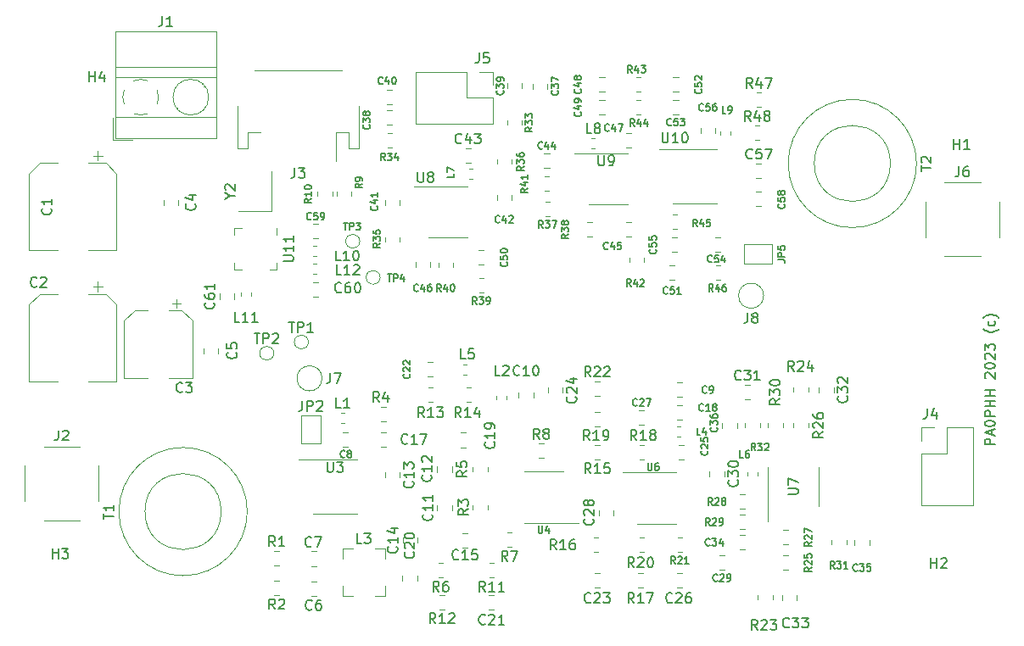
<source format=gbr>
%TF.GenerationSoftware,KiCad,Pcbnew,7.0.7*%
%TF.CreationDate,2023-12-04T17:07:47+01:00*%
%TF.ProjectId,sdrt41,73647274-3431-42e6-9b69-6361645f7063,rev?*%
%TF.SameCoordinates,Original*%
%TF.FileFunction,Legend,Top*%
%TF.FilePolarity,Positive*%
%FSLAX46Y46*%
G04 Gerber Fmt 4.6, Leading zero omitted, Abs format (unit mm)*
G04 Created by KiCad (PCBNEW 7.0.7) date 2023-12-04 17:07:47*
%MOMM*%
%LPD*%
G01*
G04 APERTURE LIST*
%ADD10C,0.150000*%
%ADD11C,0.120000*%
G04 APERTURE END LIST*
D10*
X196619019Y-106704590D02*
X195619019Y-106704590D01*
X195619019Y-106704590D02*
X195619019Y-106323638D01*
X195619019Y-106323638D02*
X195666638Y-106228400D01*
X195666638Y-106228400D02*
X195714257Y-106180781D01*
X195714257Y-106180781D02*
X195809495Y-106133162D01*
X195809495Y-106133162D02*
X195952352Y-106133162D01*
X195952352Y-106133162D02*
X196047590Y-106180781D01*
X196047590Y-106180781D02*
X196095209Y-106228400D01*
X196095209Y-106228400D02*
X196142828Y-106323638D01*
X196142828Y-106323638D02*
X196142828Y-106704590D01*
X196333304Y-105752209D02*
X196333304Y-105276019D01*
X196619019Y-105847447D02*
X195619019Y-105514114D01*
X195619019Y-105514114D02*
X196619019Y-105180781D01*
X195619019Y-104656971D02*
X195619019Y-104561733D01*
X195619019Y-104561733D02*
X195666638Y-104466495D01*
X195666638Y-104466495D02*
X195714257Y-104418876D01*
X195714257Y-104418876D02*
X195809495Y-104371257D01*
X195809495Y-104371257D02*
X195999971Y-104323638D01*
X195999971Y-104323638D02*
X196238066Y-104323638D01*
X196238066Y-104323638D02*
X196428542Y-104371257D01*
X196428542Y-104371257D02*
X196523780Y-104418876D01*
X196523780Y-104418876D02*
X196571400Y-104466495D01*
X196571400Y-104466495D02*
X196619019Y-104561733D01*
X196619019Y-104561733D02*
X196619019Y-104656971D01*
X196619019Y-104656971D02*
X196571400Y-104752209D01*
X196571400Y-104752209D02*
X196523780Y-104799828D01*
X196523780Y-104799828D02*
X196428542Y-104847447D01*
X196428542Y-104847447D02*
X196238066Y-104895066D01*
X196238066Y-104895066D02*
X195999971Y-104895066D01*
X195999971Y-104895066D02*
X195809495Y-104847447D01*
X195809495Y-104847447D02*
X195714257Y-104799828D01*
X195714257Y-104799828D02*
X195666638Y-104752209D01*
X195666638Y-104752209D02*
X195619019Y-104656971D01*
X196619019Y-103895066D02*
X195619019Y-103895066D01*
X195619019Y-103895066D02*
X195619019Y-103514114D01*
X195619019Y-103514114D02*
X195666638Y-103418876D01*
X195666638Y-103418876D02*
X195714257Y-103371257D01*
X195714257Y-103371257D02*
X195809495Y-103323638D01*
X195809495Y-103323638D02*
X195952352Y-103323638D01*
X195952352Y-103323638D02*
X196047590Y-103371257D01*
X196047590Y-103371257D02*
X196095209Y-103418876D01*
X196095209Y-103418876D02*
X196142828Y-103514114D01*
X196142828Y-103514114D02*
X196142828Y-103895066D01*
X196619019Y-102895066D02*
X195619019Y-102895066D01*
X196095209Y-102895066D02*
X196095209Y-102323638D01*
X196619019Y-102323638D02*
X195619019Y-102323638D01*
X196619019Y-101847447D02*
X195619019Y-101847447D01*
X196095209Y-101847447D02*
X196095209Y-101276019D01*
X196619019Y-101276019D02*
X195619019Y-101276019D01*
X195714257Y-100085542D02*
X195666638Y-100037923D01*
X195666638Y-100037923D02*
X195619019Y-99942685D01*
X195619019Y-99942685D02*
X195619019Y-99704590D01*
X195619019Y-99704590D02*
X195666638Y-99609352D01*
X195666638Y-99609352D02*
X195714257Y-99561733D01*
X195714257Y-99561733D02*
X195809495Y-99514114D01*
X195809495Y-99514114D02*
X195904733Y-99514114D01*
X195904733Y-99514114D02*
X196047590Y-99561733D01*
X196047590Y-99561733D02*
X196619019Y-100133161D01*
X196619019Y-100133161D02*
X196619019Y-99514114D01*
X195619019Y-98895066D02*
X195619019Y-98799828D01*
X195619019Y-98799828D02*
X195666638Y-98704590D01*
X195666638Y-98704590D02*
X195714257Y-98656971D01*
X195714257Y-98656971D02*
X195809495Y-98609352D01*
X195809495Y-98609352D02*
X195999971Y-98561733D01*
X195999971Y-98561733D02*
X196238066Y-98561733D01*
X196238066Y-98561733D02*
X196428542Y-98609352D01*
X196428542Y-98609352D02*
X196523780Y-98656971D01*
X196523780Y-98656971D02*
X196571400Y-98704590D01*
X196571400Y-98704590D02*
X196619019Y-98799828D01*
X196619019Y-98799828D02*
X196619019Y-98895066D01*
X196619019Y-98895066D02*
X196571400Y-98990304D01*
X196571400Y-98990304D02*
X196523780Y-99037923D01*
X196523780Y-99037923D02*
X196428542Y-99085542D01*
X196428542Y-99085542D02*
X196238066Y-99133161D01*
X196238066Y-99133161D02*
X195999971Y-99133161D01*
X195999971Y-99133161D02*
X195809495Y-99085542D01*
X195809495Y-99085542D02*
X195714257Y-99037923D01*
X195714257Y-99037923D02*
X195666638Y-98990304D01*
X195666638Y-98990304D02*
X195619019Y-98895066D01*
X195714257Y-98180780D02*
X195666638Y-98133161D01*
X195666638Y-98133161D02*
X195619019Y-98037923D01*
X195619019Y-98037923D02*
X195619019Y-97799828D01*
X195619019Y-97799828D02*
X195666638Y-97704590D01*
X195666638Y-97704590D02*
X195714257Y-97656971D01*
X195714257Y-97656971D02*
X195809495Y-97609352D01*
X195809495Y-97609352D02*
X195904733Y-97609352D01*
X195904733Y-97609352D02*
X196047590Y-97656971D01*
X196047590Y-97656971D02*
X196619019Y-98228399D01*
X196619019Y-98228399D02*
X196619019Y-97609352D01*
X195619019Y-97276018D02*
X195619019Y-96656971D01*
X195619019Y-96656971D02*
X195999971Y-96990304D01*
X195999971Y-96990304D02*
X195999971Y-96847447D01*
X195999971Y-96847447D02*
X196047590Y-96752209D01*
X196047590Y-96752209D02*
X196095209Y-96704590D01*
X196095209Y-96704590D02*
X196190447Y-96656971D01*
X196190447Y-96656971D02*
X196428542Y-96656971D01*
X196428542Y-96656971D02*
X196523780Y-96704590D01*
X196523780Y-96704590D02*
X196571400Y-96752209D01*
X196571400Y-96752209D02*
X196619019Y-96847447D01*
X196619019Y-96847447D02*
X196619019Y-97133161D01*
X196619019Y-97133161D02*
X196571400Y-97228399D01*
X196571400Y-97228399D02*
X196523780Y-97276018D01*
X196999971Y-95180780D02*
X196952352Y-95228399D01*
X196952352Y-95228399D02*
X196809495Y-95323637D01*
X196809495Y-95323637D02*
X196714257Y-95371256D01*
X196714257Y-95371256D02*
X196571400Y-95418875D01*
X196571400Y-95418875D02*
X196333304Y-95466494D01*
X196333304Y-95466494D02*
X196142828Y-95466494D01*
X196142828Y-95466494D02*
X195904733Y-95418875D01*
X195904733Y-95418875D02*
X195761876Y-95371256D01*
X195761876Y-95371256D02*
X195666638Y-95323637D01*
X195666638Y-95323637D02*
X195523780Y-95228399D01*
X195523780Y-95228399D02*
X195476161Y-95180780D01*
X196571400Y-94371256D02*
X196619019Y-94466494D01*
X196619019Y-94466494D02*
X196619019Y-94656970D01*
X196619019Y-94656970D02*
X196571400Y-94752208D01*
X196571400Y-94752208D02*
X196523780Y-94799827D01*
X196523780Y-94799827D02*
X196428542Y-94847446D01*
X196428542Y-94847446D02*
X196142828Y-94847446D01*
X196142828Y-94847446D02*
X196047590Y-94799827D01*
X196047590Y-94799827D02*
X195999971Y-94752208D01*
X195999971Y-94752208D02*
X195952352Y-94656970D01*
X195952352Y-94656970D02*
X195952352Y-94466494D01*
X195952352Y-94466494D02*
X195999971Y-94371256D01*
X196999971Y-94037922D02*
X196952352Y-93990303D01*
X196952352Y-93990303D02*
X196809495Y-93895065D01*
X196809495Y-93895065D02*
X196714257Y-93847446D01*
X196714257Y-93847446D02*
X196571400Y-93799827D01*
X196571400Y-93799827D02*
X196333304Y-93752208D01*
X196333304Y-93752208D02*
X196142828Y-93752208D01*
X196142828Y-93752208D02*
X195904733Y-93799827D01*
X195904733Y-93799827D02*
X195761876Y-93847446D01*
X195761876Y-93847446D02*
X195666638Y-93895065D01*
X195666638Y-93895065D02*
X195523780Y-93990303D01*
X195523780Y-93990303D02*
X195476161Y-94037922D01*
X182892199Y-119273766D02*
X182858866Y-119307100D01*
X182858866Y-119307100D02*
X182758866Y-119340433D01*
X182758866Y-119340433D02*
X182692199Y-119340433D01*
X182692199Y-119340433D02*
X182592199Y-119307100D01*
X182592199Y-119307100D02*
X182525533Y-119240433D01*
X182525533Y-119240433D02*
X182492199Y-119173766D01*
X182492199Y-119173766D02*
X182458866Y-119040433D01*
X182458866Y-119040433D02*
X182458866Y-118940433D01*
X182458866Y-118940433D02*
X182492199Y-118807100D01*
X182492199Y-118807100D02*
X182525533Y-118740433D01*
X182525533Y-118740433D02*
X182592199Y-118673766D01*
X182592199Y-118673766D02*
X182692199Y-118640433D01*
X182692199Y-118640433D02*
X182758866Y-118640433D01*
X182758866Y-118640433D02*
X182858866Y-118673766D01*
X182858866Y-118673766D02*
X182892199Y-118707100D01*
X183125533Y-118640433D02*
X183558866Y-118640433D01*
X183558866Y-118640433D02*
X183325533Y-118907100D01*
X183325533Y-118907100D02*
X183425533Y-118907100D01*
X183425533Y-118907100D02*
X183492199Y-118940433D01*
X183492199Y-118940433D02*
X183525533Y-118973766D01*
X183525533Y-118973766D02*
X183558866Y-119040433D01*
X183558866Y-119040433D02*
X183558866Y-119207100D01*
X183558866Y-119207100D02*
X183525533Y-119273766D01*
X183525533Y-119273766D02*
X183492199Y-119307100D01*
X183492199Y-119307100D02*
X183425533Y-119340433D01*
X183425533Y-119340433D02*
X183225533Y-119340433D01*
X183225533Y-119340433D02*
X183158866Y-119307100D01*
X183158866Y-119307100D02*
X183125533Y-119273766D01*
X184192200Y-118640433D02*
X183858866Y-118640433D01*
X183858866Y-118640433D02*
X183825533Y-118973766D01*
X183825533Y-118973766D02*
X183858866Y-118940433D01*
X183858866Y-118940433D02*
X183925533Y-118907100D01*
X183925533Y-118907100D02*
X184092200Y-118907100D01*
X184092200Y-118907100D02*
X184158866Y-118940433D01*
X184158866Y-118940433D02*
X184192200Y-118973766D01*
X184192200Y-118973766D02*
X184225533Y-119040433D01*
X184225533Y-119040433D02*
X184225533Y-119207100D01*
X184225533Y-119207100D02*
X184192200Y-119273766D01*
X184192200Y-119273766D02*
X184158866Y-119307100D01*
X184158866Y-119307100D02*
X184092200Y-119340433D01*
X184092200Y-119340433D02*
X183925533Y-119340433D01*
X183925533Y-119340433D02*
X183858866Y-119307100D01*
X183858866Y-119307100D02*
X183825533Y-119273766D01*
X155265566Y-73500400D02*
X155298900Y-73533733D01*
X155298900Y-73533733D02*
X155332233Y-73633733D01*
X155332233Y-73633733D02*
X155332233Y-73700400D01*
X155332233Y-73700400D02*
X155298900Y-73800400D01*
X155298900Y-73800400D02*
X155232233Y-73867067D01*
X155232233Y-73867067D02*
X155165566Y-73900400D01*
X155165566Y-73900400D02*
X155032233Y-73933733D01*
X155032233Y-73933733D02*
X154932233Y-73933733D01*
X154932233Y-73933733D02*
X154798900Y-73900400D01*
X154798900Y-73900400D02*
X154732233Y-73867067D01*
X154732233Y-73867067D02*
X154665566Y-73800400D01*
X154665566Y-73800400D02*
X154632233Y-73700400D01*
X154632233Y-73700400D02*
X154632233Y-73633733D01*
X154632233Y-73633733D02*
X154665566Y-73533733D01*
X154665566Y-73533733D02*
X154698900Y-73500400D01*
X154865566Y-72900400D02*
X155332233Y-72900400D01*
X154598900Y-73067067D02*
X155098900Y-73233733D01*
X155098900Y-73233733D02*
X155098900Y-72800400D01*
X155332233Y-72500400D02*
X155332233Y-72367066D01*
X155332233Y-72367066D02*
X155298900Y-72300400D01*
X155298900Y-72300400D02*
X155265566Y-72267066D01*
X155265566Y-72267066D02*
X155165566Y-72200400D01*
X155165566Y-72200400D02*
X155032233Y-72167066D01*
X155032233Y-72167066D02*
X154765566Y-72167066D01*
X154765566Y-72167066D02*
X154698900Y-72200400D01*
X154698900Y-72200400D02*
X154665566Y-72233733D01*
X154665566Y-72233733D02*
X154632233Y-72300400D01*
X154632233Y-72300400D02*
X154632233Y-72433733D01*
X154632233Y-72433733D02*
X154665566Y-72500400D01*
X154665566Y-72500400D02*
X154698900Y-72533733D01*
X154698900Y-72533733D02*
X154765566Y-72567066D01*
X154765566Y-72567066D02*
X154932233Y-72567066D01*
X154932233Y-72567066D02*
X154998900Y-72533733D01*
X154998900Y-72533733D02*
X155032233Y-72500400D01*
X155032233Y-72500400D02*
X155065566Y-72433733D01*
X155065566Y-72433733D02*
X155065566Y-72300400D01*
X155065566Y-72300400D02*
X155032233Y-72233733D01*
X155032233Y-72233733D02*
X154998900Y-72200400D01*
X154998900Y-72200400D02*
X154932233Y-72167066D01*
X143390842Y-76555980D02*
X143343223Y-76603600D01*
X143343223Y-76603600D02*
X143200366Y-76651219D01*
X143200366Y-76651219D02*
X143105128Y-76651219D01*
X143105128Y-76651219D02*
X142962271Y-76603600D01*
X142962271Y-76603600D02*
X142867033Y-76508361D01*
X142867033Y-76508361D02*
X142819414Y-76413123D01*
X142819414Y-76413123D02*
X142771795Y-76222647D01*
X142771795Y-76222647D02*
X142771795Y-76079790D01*
X142771795Y-76079790D02*
X142819414Y-75889314D01*
X142819414Y-75889314D02*
X142867033Y-75794076D01*
X142867033Y-75794076D02*
X142962271Y-75698838D01*
X142962271Y-75698838D02*
X143105128Y-75651219D01*
X143105128Y-75651219D02*
X143200366Y-75651219D01*
X143200366Y-75651219D02*
X143343223Y-75698838D01*
X143343223Y-75698838D02*
X143390842Y-75746457D01*
X144247985Y-75984552D02*
X144247985Y-76651219D01*
X144009890Y-75603600D02*
X143771795Y-76317885D01*
X143771795Y-76317885D02*
X144390842Y-76317885D01*
X144676557Y-75651219D02*
X145295604Y-75651219D01*
X145295604Y-75651219D02*
X144962271Y-76032171D01*
X144962271Y-76032171D02*
X145105128Y-76032171D01*
X145105128Y-76032171D02*
X145200366Y-76079790D01*
X145200366Y-76079790D02*
X145247985Y-76127409D01*
X145247985Y-76127409D02*
X145295604Y-76222647D01*
X145295604Y-76222647D02*
X145295604Y-76460742D01*
X145295604Y-76460742D02*
X145247985Y-76555980D01*
X145247985Y-76555980D02*
X145200366Y-76603600D01*
X145200366Y-76603600D02*
X145105128Y-76651219D01*
X145105128Y-76651219D02*
X144819414Y-76651219D01*
X144819414Y-76651219D02*
X144724176Y-76603600D01*
X144724176Y-76603600D02*
X144676557Y-76555980D01*
X139646342Y-103985219D02*
X139313009Y-103509028D01*
X139074914Y-103985219D02*
X139074914Y-102985219D01*
X139074914Y-102985219D02*
X139455866Y-102985219D01*
X139455866Y-102985219D02*
X139551104Y-103032838D01*
X139551104Y-103032838D02*
X139598723Y-103080457D01*
X139598723Y-103080457D02*
X139646342Y-103175695D01*
X139646342Y-103175695D02*
X139646342Y-103318552D01*
X139646342Y-103318552D02*
X139598723Y-103413790D01*
X139598723Y-103413790D02*
X139551104Y-103461409D01*
X139551104Y-103461409D02*
X139455866Y-103509028D01*
X139455866Y-103509028D02*
X139074914Y-103509028D01*
X140598723Y-103985219D02*
X140027295Y-103985219D01*
X140313009Y-103985219D02*
X140313009Y-102985219D01*
X140313009Y-102985219D02*
X140217771Y-103128076D01*
X140217771Y-103128076D02*
X140122533Y-103223314D01*
X140122533Y-103223314D02*
X140027295Y-103270933D01*
X140932057Y-102985219D02*
X141551104Y-102985219D01*
X141551104Y-102985219D02*
X141217771Y-103366171D01*
X141217771Y-103366171D02*
X141360628Y-103366171D01*
X141360628Y-103366171D02*
X141455866Y-103413790D01*
X141455866Y-103413790D02*
X141503485Y-103461409D01*
X141503485Y-103461409D02*
X141551104Y-103556647D01*
X141551104Y-103556647D02*
X141551104Y-103794742D01*
X141551104Y-103794742D02*
X141503485Y-103889980D01*
X141503485Y-103889980D02*
X141455866Y-103937600D01*
X141455866Y-103937600D02*
X141360628Y-103985219D01*
X141360628Y-103985219D02*
X141074914Y-103985219D01*
X141074914Y-103985219D02*
X140979676Y-103937600D01*
X140979676Y-103937600D02*
X140932057Y-103889980D01*
X167853533Y-101493766D02*
X167820200Y-101527100D01*
X167820200Y-101527100D02*
X167720200Y-101560433D01*
X167720200Y-101560433D02*
X167653533Y-101560433D01*
X167653533Y-101560433D02*
X167553533Y-101527100D01*
X167553533Y-101527100D02*
X167486867Y-101460433D01*
X167486867Y-101460433D02*
X167453533Y-101393766D01*
X167453533Y-101393766D02*
X167420200Y-101260433D01*
X167420200Y-101260433D02*
X167420200Y-101160433D01*
X167420200Y-101160433D02*
X167453533Y-101027100D01*
X167453533Y-101027100D02*
X167486867Y-100960433D01*
X167486867Y-100960433D02*
X167553533Y-100893766D01*
X167553533Y-100893766D02*
X167653533Y-100860433D01*
X167653533Y-100860433D02*
X167720200Y-100860433D01*
X167720200Y-100860433D02*
X167820200Y-100893766D01*
X167820200Y-100893766D02*
X167853533Y-100927100D01*
X168186867Y-101560433D02*
X168320200Y-101560433D01*
X168320200Y-101560433D02*
X168386867Y-101527100D01*
X168386867Y-101527100D02*
X168420200Y-101493766D01*
X168420200Y-101493766D02*
X168486867Y-101393766D01*
X168486867Y-101393766D02*
X168520200Y-101260433D01*
X168520200Y-101260433D02*
X168520200Y-100993766D01*
X168520200Y-100993766D02*
X168486867Y-100927100D01*
X168486867Y-100927100D02*
X168453533Y-100893766D01*
X168453533Y-100893766D02*
X168386867Y-100860433D01*
X168386867Y-100860433D02*
X168253533Y-100860433D01*
X168253533Y-100860433D02*
X168186867Y-100893766D01*
X168186867Y-100893766D02*
X168153533Y-100927100D01*
X168153533Y-100927100D02*
X168120200Y-100993766D01*
X168120200Y-100993766D02*
X168120200Y-101160433D01*
X168120200Y-101160433D02*
X168153533Y-101227100D01*
X168153533Y-101227100D02*
X168186867Y-101260433D01*
X168186867Y-101260433D02*
X168253533Y-101293766D01*
X168253533Y-101293766D02*
X168386867Y-101293766D01*
X168386867Y-101293766D02*
X168453533Y-101260433D01*
X168453533Y-101260433D02*
X168486867Y-101227100D01*
X168486867Y-101227100D02*
X168520200Y-101160433D01*
X160662199Y-74890433D02*
X160428866Y-74557100D01*
X160262199Y-74890433D02*
X160262199Y-74190433D01*
X160262199Y-74190433D02*
X160528866Y-74190433D01*
X160528866Y-74190433D02*
X160595533Y-74223766D01*
X160595533Y-74223766D02*
X160628866Y-74257100D01*
X160628866Y-74257100D02*
X160662199Y-74323766D01*
X160662199Y-74323766D02*
X160662199Y-74423766D01*
X160662199Y-74423766D02*
X160628866Y-74490433D01*
X160628866Y-74490433D02*
X160595533Y-74523766D01*
X160595533Y-74523766D02*
X160528866Y-74557100D01*
X160528866Y-74557100D02*
X160262199Y-74557100D01*
X161262199Y-74423766D02*
X161262199Y-74890433D01*
X161095533Y-74157100D02*
X160928866Y-74657100D01*
X160928866Y-74657100D02*
X161362199Y-74657100D01*
X161928866Y-74423766D02*
X161928866Y-74890433D01*
X161762200Y-74157100D02*
X161595533Y-74657100D01*
X161595533Y-74657100D02*
X162028866Y-74657100D01*
X168160199Y-114768433D02*
X167926866Y-114435100D01*
X167760199Y-114768433D02*
X167760199Y-114068433D01*
X167760199Y-114068433D02*
X168026866Y-114068433D01*
X168026866Y-114068433D02*
X168093533Y-114101766D01*
X168093533Y-114101766D02*
X168126866Y-114135100D01*
X168126866Y-114135100D02*
X168160199Y-114201766D01*
X168160199Y-114201766D02*
X168160199Y-114301766D01*
X168160199Y-114301766D02*
X168126866Y-114368433D01*
X168126866Y-114368433D02*
X168093533Y-114401766D01*
X168093533Y-114401766D02*
X168026866Y-114435100D01*
X168026866Y-114435100D02*
X167760199Y-114435100D01*
X168426866Y-114135100D02*
X168460199Y-114101766D01*
X168460199Y-114101766D02*
X168526866Y-114068433D01*
X168526866Y-114068433D02*
X168693533Y-114068433D01*
X168693533Y-114068433D02*
X168760199Y-114101766D01*
X168760199Y-114101766D02*
X168793533Y-114135100D01*
X168793533Y-114135100D02*
X168826866Y-114201766D01*
X168826866Y-114201766D02*
X168826866Y-114268433D01*
X168826866Y-114268433D02*
X168793533Y-114368433D01*
X168793533Y-114368433D02*
X168393533Y-114768433D01*
X168393533Y-114768433D02*
X168826866Y-114768433D01*
X169160200Y-114768433D02*
X169293533Y-114768433D01*
X169293533Y-114768433D02*
X169360200Y-114735100D01*
X169360200Y-114735100D02*
X169393533Y-114701766D01*
X169393533Y-114701766D02*
X169460200Y-114601766D01*
X169460200Y-114601766D02*
X169493533Y-114468433D01*
X169493533Y-114468433D02*
X169493533Y-114201766D01*
X169493533Y-114201766D02*
X169460200Y-114135100D01*
X169460200Y-114135100D02*
X169426866Y-114101766D01*
X169426866Y-114101766D02*
X169360200Y-114068433D01*
X169360200Y-114068433D02*
X169226866Y-114068433D01*
X169226866Y-114068433D02*
X169160200Y-114101766D01*
X169160200Y-114101766D02*
X169126866Y-114135100D01*
X169126866Y-114135100D02*
X169093533Y-114201766D01*
X169093533Y-114201766D02*
X169093533Y-114368433D01*
X169093533Y-114368433D02*
X169126866Y-114435100D01*
X169126866Y-114435100D02*
X169160200Y-114468433D01*
X169160200Y-114468433D02*
X169226866Y-114501766D01*
X169226866Y-114501766D02*
X169360200Y-114501766D01*
X169360200Y-114501766D02*
X169426866Y-114468433D01*
X169426866Y-114468433D02*
X169460200Y-114435100D01*
X169460200Y-114435100D02*
X169493533Y-114368433D01*
X131603066Y-84553633D02*
X132003066Y-84553633D01*
X131803066Y-85253633D02*
X131803066Y-84553633D01*
X132236399Y-85253633D02*
X132236399Y-84553633D01*
X132236399Y-84553633D02*
X132503066Y-84553633D01*
X132503066Y-84553633D02*
X132569733Y-84586966D01*
X132569733Y-84586966D02*
X132603066Y-84620300D01*
X132603066Y-84620300D02*
X132636399Y-84686966D01*
X132636399Y-84686966D02*
X132636399Y-84786966D01*
X132636399Y-84786966D02*
X132603066Y-84853633D01*
X132603066Y-84853633D02*
X132569733Y-84886966D01*
X132569733Y-84886966D02*
X132503066Y-84920300D01*
X132503066Y-84920300D02*
X132236399Y-84920300D01*
X132869733Y-84553633D02*
X133303066Y-84553633D01*
X133303066Y-84553633D02*
X133069733Y-84820300D01*
X133069733Y-84820300D02*
X133169733Y-84820300D01*
X133169733Y-84820300D02*
X133236399Y-84853633D01*
X133236399Y-84853633D02*
X133269733Y-84886966D01*
X133269733Y-84886966D02*
X133303066Y-84953633D01*
X133303066Y-84953633D02*
X133303066Y-85120300D01*
X133303066Y-85120300D02*
X133269733Y-85186966D01*
X133269733Y-85186966D02*
X133236399Y-85220300D01*
X133236399Y-85220300D02*
X133169733Y-85253633D01*
X133169733Y-85253633D02*
X132969733Y-85253633D01*
X132969733Y-85253633D02*
X132903066Y-85220300D01*
X132903066Y-85220300D02*
X132869733Y-85186966D01*
X163430105Y-75553219D02*
X163430105Y-76362742D01*
X163430105Y-76362742D02*
X163477724Y-76457980D01*
X163477724Y-76457980D02*
X163525343Y-76505600D01*
X163525343Y-76505600D02*
X163620581Y-76553219D01*
X163620581Y-76553219D02*
X163811057Y-76553219D01*
X163811057Y-76553219D02*
X163906295Y-76505600D01*
X163906295Y-76505600D02*
X163953914Y-76457980D01*
X163953914Y-76457980D02*
X164001533Y-76362742D01*
X164001533Y-76362742D02*
X164001533Y-75553219D01*
X165001533Y-76553219D02*
X164430105Y-76553219D01*
X164715819Y-76553219D02*
X164715819Y-75553219D01*
X164715819Y-75553219D02*
X164620581Y-75696076D01*
X164620581Y-75696076D02*
X164525343Y-75791314D01*
X164525343Y-75791314D02*
X164430105Y-75838933D01*
X165620581Y-75553219D02*
X165715819Y-75553219D01*
X165715819Y-75553219D02*
X165811057Y-75600838D01*
X165811057Y-75600838D02*
X165858676Y-75648457D01*
X165858676Y-75648457D02*
X165906295Y-75743695D01*
X165906295Y-75743695D02*
X165953914Y-75934171D01*
X165953914Y-75934171D02*
X165953914Y-76172266D01*
X165953914Y-76172266D02*
X165906295Y-76362742D01*
X165906295Y-76362742D02*
X165858676Y-76457980D01*
X165858676Y-76457980D02*
X165811057Y-76505600D01*
X165811057Y-76505600D02*
X165715819Y-76553219D01*
X165715819Y-76553219D02*
X165620581Y-76553219D01*
X165620581Y-76553219D02*
X165525343Y-76505600D01*
X165525343Y-76505600D02*
X165477724Y-76457980D01*
X165477724Y-76457980D02*
X165430105Y-76362742D01*
X165430105Y-76362742D02*
X165382486Y-76172266D01*
X165382486Y-76172266D02*
X165382486Y-75934171D01*
X165382486Y-75934171D02*
X165430105Y-75743695D01*
X165430105Y-75743695D02*
X165477724Y-75648457D01*
X165477724Y-75648457D02*
X165525343Y-75600838D01*
X165525343Y-75600838D02*
X165620581Y-75553219D01*
X154062233Y-85692400D02*
X153728900Y-85925733D01*
X154062233Y-86092400D02*
X153362233Y-86092400D01*
X153362233Y-86092400D02*
X153362233Y-85825733D01*
X153362233Y-85825733D02*
X153395566Y-85759067D01*
X153395566Y-85759067D02*
X153428900Y-85725733D01*
X153428900Y-85725733D02*
X153495566Y-85692400D01*
X153495566Y-85692400D02*
X153595566Y-85692400D01*
X153595566Y-85692400D02*
X153662233Y-85725733D01*
X153662233Y-85725733D02*
X153695566Y-85759067D01*
X153695566Y-85759067D02*
X153728900Y-85825733D01*
X153728900Y-85825733D02*
X153728900Y-86092400D01*
X153362233Y-85459067D02*
X153362233Y-85025733D01*
X153362233Y-85025733D02*
X153628900Y-85259067D01*
X153628900Y-85259067D02*
X153628900Y-85159067D01*
X153628900Y-85159067D02*
X153662233Y-85092400D01*
X153662233Y-85092400D02*
X153695566Y-85059067D01*
X153695566Y-85059067D02*
X153762233Y-85025733D01*
X153762233Y-85025733D02*
X153928900Y-85025733D01*
X153928900Y-85025733D02*
X153995566Y-85059067D01*
X153995566Y-85059067D02*
X154028900Y-85092400D01*
X154028900Y-85092400D02*
X154062233Y-85159067D01*
X154062233Y-85159067D02*
X154062233Y-85359067D01*
X154062233Y-85359067D02*
X154028900Y-85425733D01*
X154028900Y-85425733D02*
X153995566Y-85459067D01*
X153662233Y-84625733D02*
X153628900Y-84692400D01*
X153628900Y-84692400D02*
X153595566Y-84725733D01*
X153595566Y-84725733D02*
X153528900Y-84759066D01*
X153528900Y-84759066D02*
X153495566Y-84759066D01*
X153495566Y-84759066D02*
X153428900Y-84725733D01*
X153428900Y-84725733D02*
X153395566Y-84692400D01*
X153395566Y-84692400D02*
X153362233Y-84625733D01*
X153362233Y-84625733D02*
X153362233Y-84492400D01*
X153362233Y-84492400D02*
X153395566Y-84425733D01*
X153395566Y-84425733D02*
X153428900Y-84392400D01*
X153428900Y-84392400D02*
X153495566Y-84359066D01*
X153495566Y-84359066D02*
X153528900Y-84359066D01*
X153528900Y-84359066D02*
X153595566Y-84392400D01*
X153595566Y-84392400D02*
X153628900Y-84425733D01*
X153628900Y-84425733D02*
X153662233Y-84492400D01*
X153662233Y-84492400D02*
X153662233Y-84625733D01*
X153662233Y-84625733D02*
X153695566Y-84692400D01*
X153695566Y-84692400D02*
X153728900Y-84725733D01*
X153728900Y-84725733D02*
X153795566Y-84759066D01*
X153795566Y-84759066D02*
X153928900Y-84759066D01*
X153928900Y-84759066D02*
X153995566Y-84725733D01*
X153995566Y-84725733D02*
X154028900Y-84692400D01*
X154028900Y-84692400D02*
X154062233Y-84625733D01*
X154062233Y-84625733D02*
X154062233Y-84492400D01*
X154062233Y-84492400D02*
X154028900Y-84425733D01*
X154028900Y-84425733D02*
X153995566Y-84392400D01*
X153995566Y-84392400D02*
X153928900Y-84359066D01*
X153928900Y-84359066D02*
X153795566Y-84359066D01*
X153795566Y-84359066D02*
X153728900Y-84392400D01*
X153728900Y-84392400D02*
X153695566Y-84425733D01*
X153695566Y-84425733D02*
X153662233Y-84492400D01*
X164319799Y-74772966D02*
X164286466Y-74806300D01*
X164286466Y-74806300D02*
X164186466Y-74839633D01*
X164186466Y-74839633D02*
X164119799Y-74839633D01*
X164119799Y-74839633D02*
X164019799Y-74806300D01*
X164019799Y-74806300D02*
X163953133Y-74739633D01*
X163953133Y-74739633D02*
X163919799Y-74672966D01*
X163919799Y-74672966D02*
X163886466Y-74539633D01*
X163886466Y-74539633D02*
X163886466Y-74439633D01*
X163886466Y-74439633D02*
X163919799Y-74306300D01*
X163919799Y-74306300D02*
X163953133Y-74239633D01*
X163953133Y-74239633D02*
X164019799Y-74172966D01*
X164019799Y-74172966D02*
X164119799Y-74139633D01*
X164119799Y-74139633D02*
X164186466Y-74139633D01*
X164186466Y-74139633D02*
X164286466Y-74172966D01*
X164286466Y-74172966D02*
X164319799Y-74206300D01*
X164953133Y-74139633D02*
X164619799Y-74139633D01*
X164619799Y-74139633D02*
X164586466Y-74472966D01*
X164586466Y-74472966D02*
X164619799Y-74439633D01*
X164619799Y-74439633D02*
X164686466Y-74406300D01*
X164686466Y-74406300D02*
X164853133Y-74406300D01*
X164853133Y-74406300D02*
X164919799Y-74439633D01*
X164919799Y-74439633D02*
X164953133Y-74472966D01*
X164953133Y-74472966D02*
X164986466Y-74539633D01*
X164986466Y-74539633D02*
X164986466Y-74706300D01*
X164986466Y-74706300D02*
X164953133Y-74772966D01*
X164953133Y-74772966D02*
X164919799Y-74806300D01*
X164919799Y-74806300D02*
X164853133Y-74839633D01*
X164853133Y-74839633D02*
X164686466Y-74839633D01*
X164686466Y-74839633D02*
X164619799Y-74806300D01*
X164619799Y-74806300D02*
X164586466Y-74772966D01*
X165219800Y-74139633D02*
X165653133Y-74139633D01*
X165653133Y-74139633D02*
X165419800Y-74406300D01*
X165419800Y-74406300D02*
X165519800Y-74406300D01*
X165519800Y-74406300D02*
X165586466Y-74439633D01*
X165586466Y-74439633D02*
X165619800Y-74472966D01*
X165619800Y-74472966D02*
X165653133Y-74539633D01*
X165653133Y-74539633D02*
X165653133Y-74706300D01*
X165653133Y-74706300D02*
X165619800Y-74772966D01*
X165619800Y-74772966D02*
X165586466Y-74806300D01*
X165586466Y-74806300D02*
X165519800Y-74839633D01*
X165519800Y-74839633D02*
X165319800Y-74839633D01*
X165319800Y-74839633D02*
X165253133Y-74806300D01*
X165253133Y-74806300D02*
X165219800Y-74772966D01*
X130298866Y-99556219D02*
X130298866Y-100270504D01*
X130298866Y-100270504D02*
X130251247Y-100413361D01*
X130251247Y-100413361D02*
X130156009Y-100508600D01*
X130156009Y-100508600D02*
X130013152Y-100556219D01*
X130013152Y-100556219D02*
X129917914Y-100556219D01*
X130679819Y-99556219D02*
X131346485Y-99556219D01*
X131346485Y-99556219D02*
X130917914Y-100556219D01*
X140789342Y-124558219D02*
X140456009Y-124082028D01*
X140217914Y-124558219D02*
X140217914Y-123558219D01*
X140217914Y-123558219D02*
X140598866Y-123558219D01*
X140598866Y-123558219D02*
X140694104Y-123605838D01*
X140694104Y-123605838D02*
X140741723Y-123653457D01*
X140741723Y-123653457D02*
X140789342Y-123748695D01*
X140789342Y-123748695D02*
X140789342Y-123891552D01*
X140789342Y-123891552D02*
X140741723Y-123986790D01*
X140741723Y-123986790D02*
X140694104Y-124034409D01*
X140694104Y-124034409D02*
X140598866Y-124082028D01*
X140598866Y-124082028D02*
X140217914Y-124082028D01*
X141741723Y-124558219D02*
X141170295Y-124558219D01*
X141456009Y-124558219D02*
X141456009Y-123558219D01*
X141456009Y-123558219D02*
X141360771Y-123701076D01*
X141360771Y-123701076D02*
X141265533Y-123796314D01*
X141265533Y-123796314D02*
X141170295Y-123843933D01*
X142122676Y-123653457D02*
X142170295Y-123605838D01*
X142170295Y-123605838D02*
X142265533Y-123558219D01*
X142265533Y-123558219D02*
X142503628Y-123558219D01*
X142503628Y-123558219D02*
X142598866Y-123605838D01*
X142598866Y-123605838D02*
X142646485Y-123653457D01*
X142646485Y-123653457D02*
X142694104Y-123748695D01*
X142694104Y-123748695D02*
X142694104Y-123843933D01*
X142694104Y-123843933D02*
X142646485Y-123986790D01*
X142646485Y-123986790D02*
X142075057Y-124558219D01*
X142075057Y-124558219D02*
X142694104Y-124558219D01*
X128408133Y-116843980D02*
X128360514Y-116891600D01*
X128360514Y-116891600D02*
X128217657Y-116939219D01*
X128217657Y-116939219D02*
X128122419Y-116939219D01*
X128122419Y-116939219D02*
X127979562Y-116891600D01*
X127979562Y-116891600D02*
X127884324Y-116796361D01*
X127884324Y-116796361D02*
X127836705Y-116701123D01*
X127836705Y-116701123D02*
X127789086Y-116510647D01*
X127789086Y-116510647D02*
X127789086Y-116367790D01*
X127789086Y-116367790D02*
X127836705Y-116177314D01*
X127836705Y-116177314D02*
X127884324Y-116082076D01*
X127884324Y-116082076D02*
X127979562Y-115986838D01*
X127979562Y-115986838D02*
X128122419Y-115939219D01*
X128122419Y-115939219D02*
X128217657Y-115939219D01*
X128217657Y-115939219D02*
X128360514Y-115986838D01*
X128360514Y-115986838D02*
X128408133Y-116034457D01*
X128741467Y-115939219D02*
X129408133Y-115939219D01*
X129408133Y-115939219D02*
X128979562Y-116939219D01*
X131734733Y-107945366D02*
X131701400Y-107978700D01*
X131701400Y-107978700D02*
X131601400Y-108012033D01*
X131601400Y-108012033D02*
X131534733Y-108012033D01*
X131534733Y-108012033D02*
X131434733Y-107978700D01*
X131434733Y-107978700D02*
X131368067Y-107912033D01*
X131368067Y-107912033D02*
X131334733Y-107845366D01*
X131334733Y-107845366D02*
X131301400Y-107712033D01*
X131301400Y-107712033D02*
X131301400Y-107612033D01*
X131301400Y-107612033D02*
X131334733Y-107478700D01*
X131334733Y-107478700D02*
X131368067Y-107412033D01*
X131368067Y-107412033D02*
X131434733Y-107345366D01*
X131434733Y-107345366D02*
X131534733Y-107312033D01*
X131534733Y-107312033D02*
X131601400Y-107312033D01*
X131601400Y-107312033D02*
X131701400Y-107345366D01*
X131701400Y-107345366D02*
X131734733Y-107378700D01*
X132134733Y-107612033D02*
X132068067Y-107578700D01*
X132068067Y-107578700D02*
X132034733Y-107545366D01*
X132034733Y-107545366D02*
X132001400Y-107478700D01*
X132001400Y-107478700D02*
X132001400Y-107445366D01*
X132001400Y-107445366D02*
X132034733Y-107378700D01*
X132034733Y-107378700D02*
X132068067Y-107345366D01*
X132068067Y-107345366D02*
X132134733Y-107312033D01*
X132134733Y-107312033D02*
X132268067Y-107312033D01*
X132268067Y-107312033D02*
X132334733Y-107345366D01*
X132334733Y-107345366D02*
X132368067Y-107378700D01*
X132368067Y-107378700D02*
X132401400Y-107445366D01*
X132401400Y-107445366D02*
X132401400Y-107478700D01*
X132401400Y-107478700D02*
X132368067Y-107545366D01*
X132368067Y-107545366D02*
X132334733Y-107578700D01*
X132334733Y-107578700D02*
X132268067Y-107612033D01*
X132268067Y-107612033D02*
X132134733Y-107612033D01*
X132134733Y-107612033D02*
X132068067Y-107645366D01*
X132068067Y-107645366D02*
X132034733Y-107678700D01*
X132034733Y-107678700D02*
X132001400Y-107745366D01*
X132001400Y-107745366D02*
X132001400Y-107878700D01*
X132001400Y-107878700D02*
X132034733Y-107945366D01*
X132034733Y-107945366D02*
X132068067Y-107978700D01*
X132068067Y-107978700D02*
X132134733Y-108012033D01*
X132134733Y-108012033D02*
X132268067Y-108012033D01*
X132268067Y-108012033D02*
X132334733Y-107978700D01*
X132334733Y-107978700D02*
X132368067Y-107945366D01*
X132368067Y-107945366D02*
X132401400Y-107878700D01*
X132401400Y-107878700D02*
X132401400Y-107745366D01*
X132401400Y-107745366D02*
X132368067Y-107678700D01*
X132368067Y-107678700D02*
X132334733Y-107645366D01*
X132334733Y-107645366D02*
X132268067Y-107612033D01*
X126742866Y-79067219D02*
X126742866Y-79781504D01*
X126742866Y-79781504D02*
X126695247Y-79924361D01*
X126695247Y-79924361D02*
X126600009Y-80019600D01*
X126600009Y-80019600D02*
X126457152Y-80067219D01*
X126457152Y-80067219D02*
X126361914Y-80067219D01*
X127123819Y-79067219D02*
X127742866Y-79067219D01*
X127742866Y-79067219D02*
X127409533Y-79448171D01*
X127409533Y-79448171D02*
X127552390Y-79448171D01*
X127552390Y-79448171D02*
X127647628Y-79495790D01*
X127647628Y-79495790D02*
X127695247Y-79543409D01*
X127695247Y-79543409D02*
X127742866Y-79638647D01*
X127742866Y-79638647D02*
X127742866Y-79876742D01*
X127742866Y-79876742D02*
X127695247Y-79971980D01*
X127695247Y-79971980D02*
X127647628Y-80019600D01*
X127647628Y-80019600D02*
X127552390Y-80067219D01*
X127552390Y-80067219D02*
X127266676Y-80067219D01*
X127266676Y-80067219D02*
X127171438Y-80019600D01*
X127171438Y-80019600D02*
X127123819Y-79971980D01*
X133496674Y-80660066D02*
X133163341Y-80893399D01*
X133496674Y-81060066D02*
X132796674Y-81060066D01*
X132796674Y-81060066D02*
X132796674Y-80793399D01*
X132796674Y-80793399D02*
X132830007Y-80726733D01*
X132830007Y-80726733D02*
X132863341Y-80693399D01*
X132863341Y-80693399D02*
X132930007Y-80660066D01*
X132930007Y-80660066D02*
X133030007Y-80660066D01*
X133030007Y-80660066D02*
X133096674Y-80693399D01*
X133096674Y-80693399D02*
X133130007Y-80726733D01*
X133130007Y-80726733D02*
X133163341Y-80793399D01*
X133163341Y-80793399D02*
X133163341Y-81060066D01*
X133496674Y-80326733D02*
X133496674Y-80193399D01*
X133496674Y-80193399D02*
X133463341Y-80126733D01*
X133463341Y-80126733D02*
X133430007Y-80093399D01*
X133430007Y-80093399D02*
X133330007Y-80026733D01*
X133330007Y-80026733D02*
X133196674Y-79993399D01*
X133196674Y-79993399D02*
X132930007Y-79993399D01*
X132930007Y-79993399D02*
X132863341Y-80026733D01*
X132863341Y-80026733D02*
X132830007Y-80060066D01*
X132830007Y-80060066D02*
X132796674Y-80126733D01*
X132796674Y-80126733D02*
X132796674Y-80260066D01*
X132796674Y-80260066D02*
X132830007Y-80326733D01*
X132830007Y-80326733D02*
X132863341Y-80360066D01*
X132863341Y-80360066D02*
X132930007Y-80393399D01*
X132930007Y-80393399D02*
X133096674Y-80393399D01*
X133096674Y-80393399D02*
X133163341Y-80360066D01*
X133163341Y-80360066D02*
X133196674Y-80326733D01*
X133196674Y-80326733D02*
X133230007Y-80260066D01*
X133230007Y-80260066D02*
X133230007Y-80126733D01*
X133230007Y-80126733D02*
X133196674Y-80060066D01*
X133196674Y-80060066D02*
X133163341Y-80026733D01*
X133163341Y-80026733D02*
X133096674Y-79993399D01*
X135516199Y-70632766D02*
X135482866Y-70666100D01*
X135482866Y-70666100D02*
X135382866Y-70699433D01*
X135382866Y-70699433D02*
X135316199Y-70699433D01*
X135316199Y-70699433D02*
X135216199Y-70666100D01*
X135216199Y-70666100D02*
X135149533Y-70599433D01*
X135149533Y-70599433D02*
X135116199Y-70532766D01*
X135116199Y-70532766D02*
X135082866Y-70399433D01*
X135082866Y-70399433D02*
X135082866Y-70299433D01*
X135082866Y-70299433D02*
X135116199Y-70166100D01*
X135116199Y-70166100D02*
X135149533Y-70099433D01*
X135149533Y-70099433D02*
X135216199Y-70032766D01*
X135216199Y-70032766D02*
X135316199Y-69999433D01*
X135316199Y-69999433D02*
X135382866Y-69999433D01*
X135382866Y-69999433D02*
X135482866Y-70032766D01*
X135482866Y-70032766D02*
X135516199Y-70066100D01*
X136116199Y-70232766D02*
X136116199Y-70699433D01*
X135949533Y-69966100D02*
X135782866Y-70466100D01*
X135782866Y-70466100D02*
X136216199Y-70466100D01*
X136616200Y-69999433D02*
X136682866Y-69999433D01*
X136682866Y-69999433D02*
X136749533Y-70032766D01*
X136749533Y-70032766D02*
X136782866Y-70066100D01*
X136782866Y-70066100D02*
X136816200Y-70132766D01*
X136816200Y-70132766D02*
X136849533Y-70266100D01*
X136849533Y-70266100D02*
X136849533Y-70432766D01*
X136849533Y-70432766D02*
X136816200Y-70566100D01*
X136816200Y-70566100D02*
X136782866Y-70632766D01*
X136782866Y-70632766D02*
X136749533Y-70666100D01*
X136749533Y-70666100D02*
X136682866Y-70699433D01*
X136682866Y-70699433D02*
X136616200Y-70699433D01*
X136616200Y-70699433D02*
X136549533Y-70666100D01*
X136549533Y-70666100D02*
X136516200Y-70632766D01*
X136516200Y-70632766D02*
X136482866Y-70566100D01*
X136482866Y-70566100D02*
X136449533Y-70432766D01*
X136449533Y-70432766D02*
X136449533Y-70266100D01*
X136449533Y-70266100D02*
X136482866Y-70132766D01*
X136482866Y-70132766D02*
X136516200Y-70066100D01*
X136516200Y-70066100D02*
X136549533Y-70032766D01*
X136549533Y-70032766D02*
X136616200Y-69999433D01*
X167520199Y-103271766D02*
X167486866Y-103305100D01*
X167486866Y-103305100D02*
X167386866Y-103338433D01*
X167386866Y-103338433D02*
X167320199Y-103338433D01*
X167320199Y-103338433D02*
X167220199Y-103305100D01*
X167220199Y-103305100D02*
X167153533Y-103238433D01*
X167153533Y-103238433D02*
X167120199Y-103171766D01*
X167120199Y-103171766D02*
X167086866Y-103038433D01*
X167086866Y-103038433D02*
X167086866Y-102938433D01*
X167086866Y-102938433D02*
X167120199Y-102805100D01*
X167120199Y-102805100D02*
X167153533Y-102738433D01*
X167153533Y-102738433D02*
X167220199Y-102671766D01*
X167220199Y-102671766D02*
X167320199Y-102638433D01*
X167320199Y-102638433D02*
X167386866Y-102638433D01*
X167386866Y-102638433D02*
X167486866Y-102671766D01*
X167486866Y-102671766D02*
X167520199Y-102705100D01*
X168186866Y-103338433D02*
X167786866Y-103338433D01*
X167986866Y-103338433D02*
X167986866Y-102638433D01*
X167986866Y-102638433D02*
X167920199Y-102738433D01*
X167920199Y-102738433D02*
X167853533Y-102805100D01*
X167853533Y-102805100D02*
X167786866Y-102838433D01*
X168586866Y-102938433D02*
X168520200Y-102905100D01*
X168520200Y-102905100D02*
X168486866Y-102871766D01*
X168486866Y-102871766D02*
X168453533Y-102805100D01*
X168453533Y-102805100D02*
X168453533Y-102771766D01*
X168453533Y-102771766D02*
X168486866Y-102705100D01*
X168486866Y-102705100D02*
X168520200Y-102671766D01*
X168520200Y-102671766D02*
X168586866Y-102638433D01*
X168586866Y-102638433D02*
X168720200Y-102638433D01*
X168720200Y-102638433D02*
X168786866Y-102671766D01*
X168786866Y-102671766D02*
X168820200Y-102705100D01*
X168820200Y-102705100D02*
X168853533Y-102771766D01*
X168853533Y-102771766D02*
X168853533Y-102805100D01*
X168853533Y-102805100D02*
X168820200Y-102871766D01*
X168820200Y-102871766D02*
X168786866Y-102905100D01*
X168786866Y-102905100D02*
X168720200Y-102938433D01*
X168720200Y-102938433D02*
X168586866Y-102938433D01*
X168586866Y-102938433D02*
X168520200Y-102971766D01*
X168520200Y-102971766D02*
X168486866Y-103005100D01*
X168486866Y-103005100D02*
X168453533Y-103071766D01*
X168453533Y-103071766D02*
X168453533Y-103205100D01*
X168453533Y-103205100D02*
X168486866Y-103271766D01*
X168486866Y-103271766D02*
X168520200Y-103305100D01*
X168520200Y-103305100D02*
X168586866Y-103338433D01*
X168586866Y-103338433D02*
X168720200Y-103338433D01*
X168720200Y-103338433D02*
X168786866Y-103305100D01*
X168786866Y-103305100D02*
X168820200Y-103271766D01*
X168820200Y-103271766D02*
X168853533Y-103205100D01*
X168853533Y-103205100D02*
X168853533Y-103071766D01*
X168853533Y-103071766D02*
X168820200Y-103005100D01*
X168820200Y-103005100D02*
X168786866Y-102971766D01*
X168786866Y-102971766D02*
X168720200Y-102938433D01*
X160916199Y-102763766D02*
X160882866Y-102797100D01*
X160882866Y-102797100D02*
X160782866Y-102830433D01*
X160782866Y-102830433D02*
X160716199Y-102830433D01*
X160716199Y-102830433D02*
X160616199Y-102797100D01*
X160616199Y-102797100D02*
X160549533Y-102730433D01*
X160549533Y-102730433D02*
X160516199Y-102663766D01*
X160516199Y-102663766D02*
X160482866Y-102530433D01*
X160482866Y-102530433D02*
X160482866Y-102430433D01*
X160482866Y-102430433D02*
X160516199Y-102297100D01*
X160516199Y-102297100D02*
X160549533Y-102230433D01*
X160549533Y-102230433D02*
X160616199Y-102163766D01*
X160616199Y-102163766D02*
X160716199Y-102130433D01*
X160716199Y-102130433D02*
X160782866Y-102130433D01*
X160782866Y-102130433D02*
X160882866Y-102163766D01*
X160882866Y-102163766D02*
X160916199Y-102197100D01*
X161182866Y-102197100D02*
X161216199Y-102163766D01*
X161216199Y-102163766D02*
X161282866Y-102130433D01*
X161282866Y-102130433D02*
X161449533Y-102130433D01*
X161449533Y-102130433D02*
X161516199Y-102163766D01*
X161516199Y-102163766D02*
X161549533Y-102197100D01*
X161549533Y-102197100D02*
X161582866Y-102263766D01*
X161582866Y-102263766D02*
X161582866Y-102330433D01*
X161582866Y-102330433D02*
X161549533Y-102430433D01*
X161549533Y-102430433D02*
X161149533Y-102830433D01*
X161149533Y-102830433D02*
X161582866Y-102830433D01*
X161816200Y-102130433D02*
X162282866Y-102130433D01*
X162282866Y-102130433D02*
X161982866Y-102830433D01*
X133437333Y-116583619D02*
X132961143Y-116583619D01*
X132961143Y-116583619D02*
X132961143Y-115583619D01*
X133675429Y-115583619D02*
X134294476Y-115583619D01*
X134294476Y-115583619D02*
X133961143Y-115964571D01*
X133961143Y-115964571D02*
X134104000Y-115964571D01*
X134104000Y-115964571D02*
X134199238Y-116012190D01*
X134199238Y-116012190D02*
X134246857Y-116059809D01*
X134246857Y-116059809D02*
X134294476Y-116155047D01*
X134294476Y-116155047D02*
X134294476Y-116393142D01*
X134294476Y-116393142D02*
X134246857Y-116488380D01*
X134246857Y-116488380D02*
X134199238Y-116536000D01*
X134199238Y-116536000D02*
X134104000Y-116583619D01*
X134104000Y-116583619D02*
X133818286Y-116583619D01*
X133818286Y-116583619D02*
X133723048Y-116536000D01*
X133723048Y-116536000D02*
X133675429Y-116488380D01*
X118643780Y-92550257D02*
X118691400Y-92597876D01*
X118691400Y-92597876D02*
X118739019Y-92740733D01*
X118739019Y-92740733D02*
X118739019Y-92835971D01*
X118739019Y-92835971D02*
X118691400Y-92978828D01*
X118691400Y-92978828D02*
X118596161Y-93074066D01*
X118596161Y-93074066D02*
X118500923Y-93121685D01*
X118500923Y-93121685D02*
X118310447Y-93169304D01*
X118310447Y-93169304D02*
X118167590Y-93169304D01*
X118167590Y-93169304D02*
X117977114Y-93121685D01*
X117977114Y-93121685D02*
X117881876Y-93074066D01*
X117881876Y-93074066D02*
X117786638Y-92978828D01*
X117786638Y-92978828D02*
X117739019Y-92835971D01*
X117739019Y-92835971D02*
X117739019Y-92740733D01*
X117739019Y-92740733D02*
X117786638Y-92597876D01*
X117786638Y-92597876D02*
X117834257Y-92550257D01*
X117739019Y-91693114D02*
X117739019Y-91883590D01*
X117739019Y-91883590D02*
X117786638Y-91978828D01*
X117786638Y-91978828D02*
X117834257Y-92026447D01*
X117834257Y-92026447D02*
X117977114Y-92121685D01*
X117977114Y-92121685D02*
X118167590Y-92169304D01*
X118167590Y-92169304D02*
X118548542Y-92169304D01*
X118548542Y-92169304D02*
X118643780Y-92121685D01*
X118643780Y-92121685D02*
X118691400Y-92074066D01*
X118691400Y-92074066D02*
X118739019Y-91978828D01*
X118739019Y-91978828D02*
X118739019Y-91788352D01*
X118739019Y-91788352D02*
X118691400Y-91693114D01*
X118691400Y-91693114D02*
X118643780Y-91645495D01*
X118643780Y-91645495D02*
X118548542Y-91597876D01*
X118548542Y-91597876D02*
X118310447Y-91597876D01*
X118310447Y-91597876D02*
X118215209Y-91645495D01*
X118215209Y-91645495D02*
X118167590Y-91693114D01*
X118167590Y-91693114D02*
X118119971Y-91788352D01*
X118119971Y-91788352D02*
X118119971Y-91978828D01*
X118119971Y-91978828D02*
X118167590Y-92074066D01*
X118167590Y-92074066D02*
X118215209Y-92121685D01*
X118215209Y-92121685D02*
X118310447Y-92169304D01*
X118739019Y-90645495D02*
X118739019Y-91216923D01*
X118739019Y-90931209D02*
X117739019Y-90931209D01*
X117739019Y-90931209D02*
X117881876Y-91026447D01*
X117881876Y-91026447D02*
X117977114Y-91121685D01*
X117977114Y-91121685D02*
X118024733Y-91216923D01*
X192527351Y-77189019D02*
X192527351Y-76189019D01*
X192527351Y-76665209D02*
X193098779Y-76665209D01*
X193098779Y-77189019D02*
X193098779Y-76189019D01*
X194098779Y-77189019D02*
X193527351Y-77189019D01*
X193813065Y-77189019D02*
X193813065Y-76189019D01*
X193813065Y-76189019D02*
X193717827Y-76331876D01*
X193717827Y-76331876D02*
X193622589Y-76427114D01*
X193622589Y-76427114D02*
X193527351Y-76474733D01*
X167218533Y-105751433D02*
X166885199Y-105751433D01*
X166885199Y-105751433D02*
X166885199Y-105051433D01*
X167751866Y-105284766D02*
X167751866Y-105751433D01*
X167585200Y-105018100D02*
X167418533Y-105518100D01*
X167418533Y-105518100D02*
X167851866Y-105518100D01*
X138518780Y-110396257D02*
X138566400Y-110443876D01*
X138566400Y-110443876D02*
X138614019Y-110586733D01*
X138614019Y-110586733D02*
X138614019Y-110681971D01*
X138614019Y-110681971D02*
X138566400Y-110824828D01*
X138566400Y-110824828D02*
X138471161Y-110920066D01*
X138471161Y-110920066D02*
X138375923Y-110967685D01*
X138375923Y-110967685D02*
X138185447Y-111015304D01*
X138185447Y-111015304D02*
X138042590Y-111015304D01*
X138042590Y-111015304D02*
X137852114Y-110967685D01*
X137852114Y-110967685D02*
X137756876Y-110920066D01*
X137756876Y-110920066D02*
X137661638Y-110824828D01*
X137661638Y-110824828D02*
X137614019Y-110681971D01*
X137614019Y-110681971D02*
X137614019Y-110586733D01*
X137614019Y-110586733D02*
X137661638Y-110443876D01*
X137661638Y-110443876D02*
X137709257Y-110396257D01*
X138614019Y-109443876D02*
X138614019Y-110015304D01*
X138614019Y-109729590D02*
X137614019Y-109729590D01*
X137614019Y-109729590D02*
X137756876Y-109824828D01*
X137756876Y-109824828D02*
X137852114Y-109920066D01*
X137852114Y-109920066D02*
X137899733Y-110015304D01*
X137614019Y-109110542D02*
X137614019Y-108491495D01*
X137614019Y-108491495D02*
X137994971Y-108824828D01*
X137994971Y-108824828D02*
X137994971Y-108681971D01*
X137994971Y-108681971D02*
X138042590Y-108586733D01*
X138042590Y-108586733D02*
X138090209Y-108539114D01*
X138090209Y-108539114D02*
X138185447Y-108491495D01*
X138185447Y-108491495D02*
X138423542Y-108491495D01*
X138423542Y-108491495D02*
X138518780Y-108539114D01*
X138518780Y-108539114D02*
X138566400Y-108586733D01*
X138566400Y-108586733D02*
X138614019Y-108681971D01*
X138614019Y-108681971D02*
X138614019Y-108967685D01*
X138614019Y-108967685D02*
X138566400Y-109062923D01*
X138566400Y-109062923D02*
X138518780Y-109110542D01*
X151518199Y-85050433D02*
X151284866Y-84717100D01*
X151118199Y-85050433D02*
X151118199Y-84350433D01*
X151118199Y-84350433D02*
X151384866Y-84350433D01*
X151384866Y-84350433D02*
X151451533Y-84383766D01*
X151451533Y-84383766D02*
X151484866Y-84417100D01*
X151484866Y-84417100D02*
X151518199Y-84483766D01*
X151518199Y-84483766D02*
X151518199Y-84583766D01*
X151518199Y-84583766D02*
X151484866Y-84650433D01*
X151484866Y-84650433D02*
X151451533Y-84683766D01*
X151451533Y-84683766D02*
X151384866Y-84717100D01*
X151384866Y-84717100D02*
X151118199Y-84717100D01*
X151751533Y-84350433D02*
X152184866Y-84350433D01*
X152184866Y-84350433D02*
X151951533Y-84617100D01*
X151951533Y-84617100D02*
X152051533Y-84617100D01*
X152051533Y-84617100D02*
X152118199Y-84650433D01*
X152118199Y-84650433D02*
X152151533Y-84683766D01*
X152151533Y-84683766D02*
X152184866Y-84750433D01*
X152184866Y-84750433D02*
X152184866Y-84917100D01*
X152184866Y-84917100D02*
X152151533Y-84983766D01*
X152151533Y-84983766D02*
X152118199Y-85017100D01*
X152118199Y-85017100D02*
X152051533Y-85050433D01*
X152051533Y-85050433D02*
X151851533Y-85050433D01*
X151851533Y-85050433D02*
X151784866Y-85017100D01*
X151784866Y-85017100D02*
X151751533Y-84983766D01*
X152418200Y-84350433D02*
X152884866Y-84350433D01*
X152884866Y-84350433D02*
X152584866Y-85050433D01*
X127512866Y-102350219D02*
X127512866Y-103064504D01*
X127512866Y-103064504D02*
X127465247Y-103207361D01*
X127465247Y-103207361D02*
X127370009Y-103302600D01*
X127370009Y-103302600D02*
X127227152Y-103350219D01*
X127227152Y-103350219D02*
X127131914Y-103350219D01*
X127989057Y-103350219D02*
X127989057Y-102350219D01*
X127989057Y-102350219D02*
X128370009Y-102350219D01*
X128370009Y-102350219D02*
X128465247Y-102397838D01*
X128465247Y-102397838D02*
X128512866Y-102445457D01*
X128512866Y-102445457D02*
X128560485Y-102540695D01*
X128560485Y-102540695D02*
X128560485Y-102683552D01*
X128560485Y-102683552D02*
X128512866Y-102778790D01*
X128512866Y-102778790D02*
X128465247Y-102826409D01*
X128465247Y-102826409D02*
X128370009Y-102874028D01*
X128370009Y-102874028D02*
X127989057Y-102874028D01*
X128941438Y-102445457D02*
X128989057Y-102397838D01*
X128989057Y-102397838D02*
X129084295Y-102350219D01*
X129084295Y-102350219D02*
X129322390Y-102350219D01*
X129322390Y-102350219D02*
X129417628Y-102397838D01*
X129417628Y-102397838D02*
X129465247Y-102445457D01*
X129465247Y-102445457D02*
X129512866Y-102540695D01*
X129512866Y-102540695D02*
X129512866Y-102635933D01*
X129512866Y-102635933D02*
X129465247Y-102778790D01*
X129465247Y-102778790D02*
X128893819Y-103350219D01*
X128893819Y-103350219D02*
X129512866Y-103350219D01*
X146617780Y-106459257D02*
X146665400Y-106506876D01*
X146665400Y-106506876D02*
X146713019Y-106649733D01*
X146713019Y-106649733D02*
X146713019Y-106744971D01*
X146713019Y-106744971D02*
X146665400Y-106887828D01*
X146665400Y-106887828D02*
X146570161Y-106983066D01*
X146570161Y-106983066D02*
X146474923Y-107030685D01*
X146474923Y-107030685D02*
X146284447Y-107078304D01*
X146284447Y-107078304D02*
X146141590Y-107078304D01*
X146141590Y-107078304D02*
X145951114Y-107030685D01*
X145951114Y-107030685D02*
X145855876Y-106983066D01*
X145855876Y-106983066D02*
X145760638Y-106887828D01*
X145760638Y-106887828D02*
X145713019Y-106744971D01*
X145713019Y-106744971D02*
X145713019Y-106649733D01*
X145713019Y-106649733D02*
X145760638Y-106506876D01*
X145760638Y-106506876D02*
X145808257Y-106459257D01*
X146713019Y-105506876D02*
X146713019Y-106078304D01*
X146713019Y-105792590D02*
X145713019Y-105792590D01*
X145713019Y-105792590D02*
X145855876Y-105887828D01*
X145855876Y-105887828D02*
X145951114Y-105983066D01*
X145951114Y-105983066D02*
X145998733Y-106078304D01*
X146713019Y-105030685D02*
X146713019Y-104840209D01*
X146713019Y-104840209D02*
X146665400Y-104744971D01*
X146665400Y-104744971D02*
X146617780Y-104697352D01*
X146617780Y-104697352D02*
X146474923Y-104602114D01*
X146474923Y-104602114D02*
X146284447Y-104554495D01*
X146284447Y-104554495D02*
X145903495Y-104554495D01*
X145903495Y-104554495D02*
X145808257Y-104602114D01*
X145808257Y-104602114D02*
X145760638Y-104649733D01*
X145760638Y-104649733D02*
X145713019Y-104744971D01*
X145713019Y-104744971D02*
X145713019Y-104935447D01*
X145713019Y-104935447D02*
X145760638Y-105030685D01*
X145760638Y-105030685D02*
X145808257Y-105078304D01*
X145808257Y-105078304D02*
X145903495Y-105125923D01*
X145903495Y-105125923D02*
X146141590Y-105125923D01*
X146141590Y-105125923D02*
X146236828Y-105078304D01*
X146236828Y-105078304D02*
X146284447Y-105030685D01*
X146284447Y-105030685D02*
X146332066Y-104935447D01*
X146332066Y-104935447D02*
X146332066Y-104744971D01*
X146332066Y-104744971D02*
X146284447Y-104649733D01*
X146284447Y-104649733D02*
X146236828Y-104602114D01*
X146236828Y-104602114D02*
X146141590Y-104554495D01*
X131386342Y-89761219D02*
X130910152Y-89761219D01*
X130910152Y-89761219D02*
X130910152Y-88761219D01*
X132243485Y-89761219D02*
X131672057Y-89761219D01*
X131957771Y-89761219D02*
X131957771Y-88761219D01*
X131957771Y-88761219D02*
X131862533Y-88904076D01*
X131862533Y-88904076D02*
X131767295Y-88999314D01*
X131767295Y-88999314D02*
X131672057Y-89046933D01*
X132624438Y-88856457D02*
X132672057Y-88808838D01*
X132672057Y-88808838D02*
X132767295Y-88761219D01*
X132767295Y-88761219D02*
X133005390Y-88761219D01*
X133005390Y-88761219D02*
X133100628Y-88808838D01*
X133100628Y-88808838D02*
X133148247Y-88856457D01*
X133148247Y-88856457D02*
X133195866Y-88951695D01*
X133195866Y-88951695D02*
X133195866Y-89046933D01*
X133195866Y-89046933D02*
X133148247Y-89189790D01*
X133148247Y-89189790D02*
X132576819Y-89761219D01*
X132576819Y-89761219D02*
X133195866Y-89761219D01*
X154769780Y-101936257D02*
X154817400Y-101983876D01*
X154817400Y-101983876D02*
X154865019Y-102126733D01*
X154865019Y-102126733D02*
X154865019Y-102221971D01*
X154865019Y-102221971D02*
X154817400Y-102364828D01*
X154817400Y-102364828D02*
X154722161Y-102460066D01*
X154722161Y-102460066D02*
X154626923Y-102507685D01*
X154626923Y-102507685D02*
X154436447Y-102555304D01*
X154436447Y-102555304D02*
X154293590Y-102555304D01*
X154293590Y-102555304D02*
X154103114Y-102507685D01*
X154103114Y-102507685D02*
X154007876Y-102460066D01*
X154007876Y-102460066D02*
X153912638Y-102364828D01*
X153912638Y-102364828D02*
X153865019Y-102221971D01*
X153865019Y-102221971D02*
X153865019Y-102126733D01*
X153865019Y-102126733D02*
X153912638Y-101983876D01*
X153912638Y-101983876D02*
X153960257Y-101936257D01*
X153960257Y-101555304D02*
X153912638Y-101507685D01*
X153912638Y-101507685D02*
X153865019Y-101412447D01*
X153865019Y-101412447D02*
X153865019Y-101174352D01*
X153865019Y-101174352D02*
X153912638Y-101079114D01*
X153912638Y-101079114D02*
X153960257Y-101031495D01*
X153960257Y-101031495D02*
X154055495Y-100983876D01*
X154055495Y-100983876D02*
X154150733Y-100983876D01*
X154150733Y-100983876D02*
X154293590Y-101031495D01*
X154293590Y-101031495D02*
X154865019Y-101602923D01*
X154865019Y-101602923D02*
X154865019Y-100983876D01*
X154198352Y-100126733D02*
X154865019Y-100126733D01*
X153817400Y-100364828D02*
X154531685Y-100602923D01*
X154531685Y-100602923D02*
X154531685Y-99983876D01*
X162758566Y-87216400D02*
X162791900Y-87249733D01*
X162791900Y-87249733D02*
X162825233Y-87349733D01*
X162825233Y-87349733D02*
X162825233Y-87416400D01*
X162825233Y-87416400D02*
X162791900Y-87516400D01*
X162791900Y-87516400D02*
X162725233Y-87583067D01*
X162725233Y-87583067D02*
X162658566Y-87616400D01*
X162658566Y-87616400D02*
X162525233Y-87649733D01*
X162525233Y-87649733D02*
X162425233Y-87649733D01*
X162425233Y-87649733D02*
X162291900Y-87616400D01*
X162291900Y-87616400D02*
X162225233Y-87583067D01*
X162225233Y-87583067D02*
X162158566Y-87516400D01*
X162158566Y-87516400D02*
X162125233Y-87416400D01*
X162125233Y-87416400D02*
X162125233Y-87349733D01*
X162125233Y-87349733D02*
X162158566Y-87249733D01*
X162158566Y-87249733D02*
X162191900Y-87216400D01*
X162125233Y-86583067D02*
X162125233Y-86916400D01*
X162125233Y-86916400D02*
X162458566Y-86949733D01*
X162458566Y-86949733D02*
X162425233Y-86916400D01*
X162425233Y-86916400D02*
X162391900Y-86849733D01*
X162391900Y-86849733D02*
X162391900Y-86683067D01*
X162391900Y-86683067D02*
X162425233Y-86616400D01*
X162425233Y-86616400D02*
X162458566Y-86583067D01*
X162458566Y-86583067D02*
X162525233Y-86549733D01*
X162525233Y-86549733D02*
X162691900Y-86549733D01*
X162691900Y-86549733D02*
X162758566Y-86583067D01*
X162758566Y-86583067D02*
X162791900Y-86616400D01*
X162791900Y-86616400D02*
X162825233Y-86683067D01*
X162825233Y-86683067D02*
X162825233Y-86849733D01*
X162825233Y-86849733D02*
X162791900Y-86916400D01*
X162791900Y-86916400D02*
X162758566Y-86949733D01*
X162125233Y-85916400D02*
X162125233Y-86249733D01*
X162125233Y-86249733D02*
X162458566Y-86283066D01*
X162458566Y-86283066D02*
X162425233Y-86249733D01*
X162425233Y-86249733D02*
X162391900Y-86183066D01*
X162391900Y-86183066D02*
X162391900Y-86016400D01*
X162391900Y-86016400D02*
X162425233Y-85949733D01*
X162425233Y-85949733D02*
X162458566Y-85916400D01*
X162458566Y-85916400D02*
X162525233Y-85883066D01*
X162525233Y-85883066D02*
X162691900Y-85883066D01*
X162691900Y-85883066D02*
X162758566Y-85916400D01*
X162758566Y-85916400D02*
X162791900Y-85949733D01*
X162791900Y-85949733D02*
X162825233Y-86016400D01*
X162825233Y-86016400D02*
X162825233Y-86183066D01*
X162825233Y-86183066D02*
X162791900Y-86249733D01*
X162791900Y-86249733D02*
X162758566Y-86283066D01*
X147899566Y-88486400D02*
X147932900Y-88519733D01*
X147932900Y-88519733D02*
X147966233Y-88619733D01*
X147966233Y-88619733D02*
X147966233Y-88686400D01*
X147966233Y-88686400D02*
X147932900Y-88786400D01*
X147932900Y-88786400D02*
X147866233Y-88853067D01*
X147866233Y-88853067D02*
X147799566Y-88886400D01*
X147799566Y-88886400D02*
X147666233Y-88919733D01*
X147666233Y-88919733D02*
X147566233Y-88919733D01*
X147566233Y-88919733D02*
X147432900Y-88886400D01*
X147432900Y-88886400D02*
X147366233Y-88853067D01*
X147366233Y-88853067D02*
X147299566Y-88786400D01*
X147299566Y-88786400D02*
X147266233Y-88686400D01*
X147266233Y-88686400D02*
X147266233Y-88619733D01*
X147266233Y-88619733D02*
X147299566Y-88519733D01*
X147299566Y-88519733D02*
X147332900Y-88486400D01*
X147266233Y-87853067D02*
X147266233Y-88186400D01*
X147266233Y-88186400D02*
X147599566Y-88219733D01*
X147599566Y-88219733D02*
X147566233Y-88186400D01*
X147566233Y-88186400D02*
X147532900Y-88119733D01*
X147532900Y-88119733D02*
X147532900Y-87953067D01*
X147532900Y-87953067D02*
X147566233Y-87886400D01*
X147566233Y-87886400D02*
X147599566Y-87853067D01*
X147599566Y-87853067D02*
X147666233Y-87819733D01*
X147666233Y-87819733D02*
X147832900Y-87819733D01*
X147832900Y-87819733D02*
X147899566Y-87853067D01*
X147899566Y-87853067D02*
X147932900Y-87886400D01*
X147932900Y-87886400D02*
X147966233Y-87953067D01*
X147966233Y-87953067D02*
X147966233Y-88119733D01*
X147966233Y-88119733D02*
X147932900Y-88186400D01*
X147932900Y-88186400D02*
X147899566Y-88219733D01*
X147266233Y-87386400D02*
X147266233Y-87319733D01*
X147266233Y-87319733D02*
X147299566Y-87253066D01*
X147299566Y-87253066D02*
X147332900Y-87219733D01*
X147332900Y-87219733D02*
X147399566Y-87186400D01*
X147399566Y-87186400D02*
X147532900Y-87153066D01*
X147532900Y-87153066D02*
X147699566Y-87153066D01*
X147699566Y-87153066D02*
X147832900Y-87186400D01*
X147832900Y-87186400D02*
X147899566Y-87219733D01*
X147899566Y-87219733D02*
X147932900Y-87253066D01*
X147932900Y-87253066D02*
X147966233Y-87319733D01*
X147966233Y-87319733D02*
X147966233Y-87386400D01*
X147966233Y-87386400D02*
X147932900Y-87453066D01*
X147932900Y-87453066D02*
X147899566Y-87486400D01*
X147899566Y-87486400D02*
X147832900Y-87519733D01*
X147832900Y-87519733D02*
X147699566Y-87553066D01*
X147699566Y-87553066D02*
X147532900Y-87553066D01*
X147532900Y-87553066D02*
X147399566Y-87519733D01*
X147399566Y-87519733D02*
X147332900Y-87486400D01*
X147332900Y-87486400D02*
X147299566Y-87453066D01*
X147299566Y-87453066D02*
X147266233Y-87386400D01*
X168414199Y-112736433D02*
X168180866Y-112403100D01*
X168014199Y-112736433D02*
X168014199Y-112036433D01*
X168014199Y-112036433D02*
X168280866Y-112036433D01*
X168280866Y-112036433D02*
X168347533Y-112069766D01*
X168347533Y-112069766D02*
X168380866Y-112103100D01*
X168380866Y-112103100D02*
X168414199Y-112169766D01*
X168414199Y-112169766D02*
X168414199Y-112269766D01*
X168414199Y-112269766D02*
X168380866Y-112336433D01*
X168380866Y-112336433D02*
X168347533Y-112369766D01*
X168347533Y-112369766D02*
X168280866Y-112403100D01*
X168280866Y-112403100D02*
X168014199Y-112403100D01*
X168680866Y-112103100D02*
X168714199Y-112069766D01*
X168714199Y-112069766D02*
X168780866Y-112036433D01*
X168780866Y-112036433D02*
X168947533Y-112036433D01*
X168947533Y-112036433D02*
X169014199Y-112069766D01*
X169014199Y-112069766D02*
X169047533Y-112103100D01*
X169047533Y-112103100D02*
X169080866Y-112169766D01*
X169080866Y-112169766D02*
X169080866Y-112236433D01*
X169080866Y-112236433D02*
X169047533Y-112336433D01*
X169047533Y-112336433D02*
X168647533Y-112736433D01*
X168647533Y-112736433D02*
X169080866Y-112736433D01*
X169480866Y-112336433D02*
X169414200Y-112303100D01*
X169414200Y-112303100D02*
X169380866Y-112269766D01*
X169380866Y-112269766D02*
X169347533Y-112203100D01*
X169347533Y-112203100D02*
X169347533Y-112169766D01*
X169347533Y-112169766D02*
X169380866Y-112103100D01*
X169380866Y-112103100D02*
X169414200Y-112069766D01*
X169414200Y-112069766D02*
X169480866Y-112036433D01*
X169480866Y-112036433D02*
X169614200Y-112036433D01*
X169614200Y-112036433D02*
X169680866Y-112069766D01*
X169680866Y-112069766D02*
X169714200Y-112103100D01*
X169714200Y-112103100D02*
X169747533Y-112169766D01*
X169747533Y-112169766D02*
X169747533Y-112203100D01*
X169747533Y-112203100D02*
X169714200Y-112269766D01*
X169714200Y-112269766D02*
X169680866Y-112303100D01*
X169680866Y-112303100D02*
X169614200Y-112336433D01*
X169614200Y-112336433D02*
X169480866Y-112336433D01*
X169480866Y-112336433D02*
X169414200Y-112369766D01*
X169414200Y-112369766D02*
X169380866Y-112403100D01*
X169380866Y-112403100D02*
X169347533Y-112469766D01*
X169347533Y-112469766D02*
X169347533Y-112603100D01*
X169347533Y-112603100D02*
X169380866Y-112669766D01*
X169380866Y-112669766D02*
X169414200Y-112703100D01*
X169414200Y-112703100D02*
X169480866Y-112736433D01*
X169480866Y-112736433D02*
X169614200Y-112736433D01*
X169614200Y-112736433D02*
X169680866Y-112703100D01*
X169680866Y-112703100D02*
X169714200Y-112669766D01*
X169714200Y-112669766D02*
X169747533Y-112603100D01*
X169747533Y-112603100D02*
X169747533Y-112469766D01*
X169747533Y-112469766D02*
X169714200Y-112403100D01*
X169714200Y-112403100D02*
X169680866Y-112369766D01*
X169680866Y-112369766D02*
X169614200Y-112336433D01*
X152849342Y-117193219D02*
X152516009Y-116717028D01*
X152277914Y-117193219D02*
X152277914Y-116193219D01*
X152277914Y-116193219D02*
X152658866Y-116193219D01*
X152658866Y-116193219D02*
X152754104Y-116240838D01*
X152754104Y-116240838D02*
X152801723Y-116288457D01*
X152801723Y-116288457D02*
X152849342Y-116383695D01*
X152849342Y-116383695D02*
X152849342Y-116526552D01*
X152849342Y-116526552D02*
X152801723Y-116621790D01*
X152801723Y-116621790D02*
X152754104Y-116669409D01*
X152754104Y-116669409D02*
X152658866Y-116717028D01*
X152658866Y-116717028D02*
X152277914Y-116717028D01*
X153801723Y-117193219D02*
X153230295Y-117193219D01*
X153516009Y-117193219D02*
X153516009Y-116193219D01*
X153516009Y-116193219D02*
X153420771Y-116336076D01*
X153420771Y-116336076D02*
X153325533Y-116431314D01*
X153325533Y-116431314D02*
X153230295Y-116478933D01*
X154658866Y-116193219D02*
X154468390Y-116193219D01*
X154468390Y-116193219D02*
X154373152Y-116240838D01*
X154373152Y-116240838D02*
X154325533Y-116288457D01*
X154325533Y-116288457D02*
X154230295Y-116431314D01*
X154230295Y-116431314D02*
X154182676Y-116621790D01*
X154182676Y-116621790D02*
X154182676Y-117002742D01*
X154182676Y-117002742D02*
X154230295Y-117097980D01*
X154230295Y-117097980D02*
X154277914Y-117145600D01*
X154277914Y-117145600D02*
X154373152Y-117193219D01*
X154373152Y-117193219D02*
X154563628Y-117193219D01*
X154563628Y-117193219D02*
X154658866Y-117145600D01*
X154658866Y-117145600D02*
X154706485Y-117097980D01*
X154706485Y-117097980D02*
X154754104Y-117002742D01*
X154754104Y-117002742D02*
X154754104Y-116764647D01*
X154754104Y-116764647D02*
X154706485Y-116669409D01*
X154706485Y-116669409D02*
X154658866Y-116621790D01*
X154658866Y-116621790D02*
X154563628Y-116574171D01*
X154563628Y-116574171D02*
X154373152Y-116574171D01*
X154373152Y-116574171D02*
X154277914Y-116621790D01*
X154277914Y-116621790D02*
X154230295Y-116669409D01*
X154230295Y-116669409D02*
X154182676Y-116764647D01*
X124775933Y-123136819D02*
X124442600Y-122660628D01*
X124204505Y-123136819D02*
X124204505Y-122136819D01*
X124204505Y-122136819D02*
X124585457Y-122136819D01*
X124585457Y-122136819D02*
X124680695Y-122184438D01*
X124680695Y-122184438D02*
X124728314Y-122232057D01*
X124728314Y-122232057D02*
X124775933Y-122327295D01*
X124775933Y-122327295D02*
X124775933Y-122470152D01*
X124775933Y-122470152D02*
X124728314Y-122565390D01*
X124728314Y-122565390D02*
X124680695Y-122613009D01*
X124680695Y-122613009D02*
X124585457Y-122660628D01*
X124585457Y-122660628D02*
X124204505Y-122660628D01*
X125156886Y-122232057D02*
X125204505Y-122184438D01*
X125204505Y-122184438D02*
X125299743Y-122136819D01*
X125299743Y-122136819D02*
X125537838Y-122136819D01*
X125537838Y-122136819D02*
X125633076Y-122184438D01*
X125633076Y-122184438D02*
X125680695Y-122232057D01*
X125680695Y-122232057D02*
X125728314Y-122327295D01*
X125728314Y-122327295D02*
X125728314Y-122422533D01*
X125728314Y-122422533D02*
X125680695Y-122565390D01*
X125680695Y-122565390D02*
X125109267Y-123136819D01*
X125109267Y-123136819D02*
X125728314Y-123136819D01*
X172407342Y-71093219D02*
X172074009Y-70617028D01*
X171835914Y-71093219D02*
X171835914Y-70093219D01*
X171835914Y-70093219D02*
X172216866Y-70093219D01*
X172216866Y-70093219D02*
X172312104Y-70140838D01*
X172312104Y-70140838D02*
X172359723Y-70188457D01*
X172359723Y-70188457D02*
X172407342Y-70283695D01*
X172407342Y-70283695D02*
X172407342Y-70426552D01*
X172407342Y-70426552D02*
X172359723Y-70521790D01*
X172359723Y-70521790D02*
X172312104Y-70569409D01*
X172312104Y-70569409D02*
X172216866Y-70617028D01*
X172216866Y-70617028D02*
X171835914Y-70617028D01*
X173264485Y-70426552D02*
X173264485Y-71093219D01*
X173026390Y-70045600D02*
X172788295Y-70759885D01*
X172788295Y-70759885D02*
X173407342Y-70759885D01*
X173693057Y-70093219D02*
X174359723Y-70093219D01*
X174359723Y-70093219D02*
X173931152Y-71093219D01*
X134945566Y-82898400D02*
X134978900Y-82931733D01*
X134978900Y-82931733D02*
X135012233Y-83031733D01*
X135012233Y-83031733D02*
X135012233Y-83098400D01*
X135012233Y-83098400D02*
X134978900Y-83198400D01*
X134978900Y-83198400D02*
X134912233Y-83265067D01*
X134912233Y-83265067D02*
X134845566Y-83298400D01*
X134845566Y-83298400D02*
X134712233Y-83331733D01*
X134712233Y-83331733D02*
X134612233Y-83331733D01*
X134612233Y-83331733D02*
X134478900Y-83298400D01*
X134478900Y-83298400D02*
X134412233Y-83265067D01*
X134412233Y-83265067D02*
X134345566Y-83198400D01*
X134345566Y-83198400D02*
X134312233Y-83098400D01*
X134312233Y-83098400D02*
X134312233Y-83031733D01*
X134312233Y-83031733D02*
X134345566Y-82931733D01*
X134345566Y-82931733D02*
X134378900Y-82898400D01*
X134545566Y-82298400D02*
X135012233Y-82298400D01*
X134278900Y-82465067D02*
X134778900Y-82631733D01*
X134778900Y-82631733D02*
X134778900Y-82198400D01*
X135012233Y-81565066D02*
X135012233Y-81965066D01*
X135012233Y-81765066D02*
X134312233Y-81765066D01*
X134312233Y-81765066D02*
X134412233Y-81831733D01*
X134412233Y-81831733D02*
X134478900Y-81898400D01*
X134478900Y-81898400D02*
X134512233Y-81965066D01*
X172915342Y-125217719D02*
X172582009Y-124741528D01*
X172343914Y-125217719D02*
X172343914Y-124217719D01*
X172343914Y-124217719D02*
X172724866Y-124217719D01*
X172724866Y-124217719D02*
X172820104Y-124265338D01*
X172820104Y-124265338D02*
X172867723Y-124312957D01*
X172867723Y-124312957D02*
X172915342Y-124408195D01*
X172915342Y-124408195D02*
X172915342Y-124551052D01*
X172915342Y-124551052D02*
X172867723Y-124646290D01*
X172867723Y-124646290D02*
X172820104Y-124693909D01*
X172820104Y-124693909D02*
X172724866Y-124741528D01*
X172724866Y-124741528D02*
X172343914Y-124741528D01*
X173296295Y-124312957D02*
X173343914Y-124265338D01*
X173343914Y-124265338D02*
X173439152Y-124217719D01*
X173439152Y-124217719D02*
X173677247Y-124217719D01*
X173677247Y-124217719D02*
X173772485Y-124265338D01*
X173772485Y-124265338D02*
X173820104Y-124312957D01*
X173820104Y-124312957D02*
X173867723Y-124408195D01*
X173867723Y-124408195D02*
X173867723Y-124503433D01*
X173867723Y-124503433D02*
X173820104Y-124646290D01*
X173820104Y-124646290D02*
X173248676Y-125217719D01*
X173248676Y-125217719D02*
X173867723Y-125217719D01*
X174201057Y-124217719D02*
X174820104Y-124217719D01*
X174820104Y-124217719D02*
X174486771Y-124598671D01*
X174486771Y-124598671D02*
X174629628Y-124598671D01*
X174629628Y-124598671D02*
X174724866Y-124646290D01*
X174724866Y-124646290D02*
X174772485Y-124693909D01*
X174772485Y-124693909D02*
X174820104Y-124789147D01*
X174820104Y-124789147D02*
X174820104Y-125027242D01*
X174820104Y-125027242D02*
X174772485Y-125122480D01*
X174772485Y-125122480D02*
X174724866Y-125170100D01*
X174724866Y-125170100D02*
X174629628Y-125217719D01*
X174629628Y-125217719D02*
X174343914Y-125217719D01*
X174343914Y-125217719D02*
X174248676Y-125170100D01*
X174248676Y-125170100D02*
X174201057Y-125122480D01*
X160855342Y-106271219D02*
X160522009Y-105795028D01*
X160283914Y-106271219D02*
X160283914Y-105271219D01*
X160283914Y-105271219D02*
X160664866Y-105271219D01*
X160664866Y-105271219D02*
X160760104Y-105318838D01*
X160760104Y-105318838D02*
X160807723Y-105366457D01*
X160807723Y-105366457D02*
X160855342Y-105461695D01*
X160855342Y-105461695D02*
X160855342Y-105604552D01*
X160855342Y-105604552D02*
X160807723Y-105699790D01*
X160807723Y-105699790D02*
X160760104Y-105747409D01*
X160760104Y-105747409D02*
X160664866Y-105795028D01*
X160664866Y-105795028D02*
X160283914Y-105795028D01*
X161807723Y-106271219D02*
X161236295Y-106271219D01*
X161522009Y-106271219D02*
X161522009Y-105271219D01*
X161522009Y-105271219D02*
X161426771Y-105414076D01*
X161426771Y-105414076D02*
X161331533Y-105509314D01*
X161331533Y-105509314D02*
X161236295Y-105556933D01*
X162379152Y-105699790D02*
X162283914Y-105652171D01*
X162283914Y-105652171D02*
X162236295Y-105604552D01*
X162236295Y-105604552D02*
X162188676Y-105509314D01*
X162188676Y-105509314D02*
X162188676Y-105461695D01*
X162188676Y-105461695D02*
X162236295Y-105366457D01*
X162236295Y-105366457D02*
X162283914Y-105318838D01*
X162283914Y-105318838D02*
X162379152Y-105271219D01*
X162379152Y-105271219D02*
X162569628Y-105271219D01*
X162569628Y-105271219D02*
X162664866Y-105318838D01*
X162664866Y-105318838D02*
X162712485Y-105366457D01*
X162712485Y-105366457D02*
X162760104Y-105461695D01*
X162760104Y-105461695D02*
X162760104Y-105509314D01*
X162760104Y-105509314D02*
X162712485Y-105604552D01*
X162712485Y-105604552D02*
X162664866Y-105652171D01*
X162664866Y-105652171D02*
X162569628Y-105699790D01*
X162569628Y-105699790D02*
X162379152Y-105699790D01*
X162379152Y-105699790D02*
X162283914Y-105747409D01*
X162283914Y-105747409D02*
X162236295Y-105795028D01*
X162236295Y-105795028D02*
X162188676Y-105890266D01*
X162188676Y-105890266D02*
X162188676Y-106080742D01*
X162188676Y-106080742D02*
X162236295Y-106175980D01*
X162236295Y-106175980D02*
X162283914Y-106223600D01*
X162283914Y-106223600D02*
X162379152Y-106271219D01*
X162379152Y-106271219D02*
X162569628Y-106271219D01*
X162569628Y-106271219D02*
X162664866Y-106223600D01*
X162664866Y-106223600D02*
X162712485Y-106175980D01*
X162712485Y-106175980D02*
X162760104Y-106080742D01*
X162760104Y-106080742D02*
X162760104Y-105890266D01*
X162760104Y-105890266D02*
X162712485Y-105795028D01*
X162712485Y-105795028D02*
X162664866Y-105747409D01*
X162664866Y-105747409D02*
X162569628Y-105699790D01*
X166885199Y-84923433D02*
X166651866Y-84590100D01*
X166485199Y-84923433D02*
X166485199Y-84223433D01*
X166485199Y-84223433D02*
X166751866Y-84223433D01*
X166751866Y-84223433D02*
X166818533Y-84256766D01*
X166818533Y-84256766D02*
X166851866Y-84290100D01*
X166851866Y-84290100D02*
X166885199Y-84356766D01*
X166885199Y-84356766D02*
X166885199Y-84456766D01*
X166885199Y-84456766D02*
X166851866Y-84523433D01*
X166851866Y-84523433D02*
X166818533Y-84556766D01*
X166818533Y-84556766D02*
X166751866Y-84590100D01*
X166751866Y-84590100D02*
X166485199Y-84590100D01*
X167485199Y-84456766D02*
X167485199Y-84923433D01*
X167318533Y-84190100D02*
X167151866Y-84690100D01*
X167151866Y-84690100D02*
X167585199Y-84690100D01*
X168185200Y-84223433D02*
X167851866Y-84223433D01*
X167851866Y-84223433D02*
X167818533Y-84556766D01*
X167818533Y-84556766D02*
X167851866Y-84523433D01*
X167851866Y-84523433D02*
X167918533Y-84490100D01*
X167918533Y-84490100D02*
X168085200Y-84490100D01*
X168085200Y-84490100D02*
X168151866Y-84523433D01*
X168151866Y-84523433D02*
X168185200Y-84556766D01*
X168185200Y-84556766D02*
X168218533Y-84623433D01*
X168218533Y-84623433D02*
X168218533Y-84790100D01*
X168218533Y-84790100D02*
X168185200Y-84856766D01*
X168185200Y-84856766D02*
X168151866Y-84890100D01*
X168151866Y-84890100D02*
X168085200Y-84923433D01*
X168085200Y-84923433D02*
X167918533Y-84923433D01*
X167918533Y-84923433D02*
X167851866Y-84890100D01*
X167851866Y-84890100D02*
X167818533Y-84856766D01*
X128458933Y-123143180D02*
X128411314Y-123190800D01*
X128411314Y-123190800D02*
X128268457Y-123238419D01*
X128268457Y-123238419D02*
X128173219Y-123238419D01*
X128173219Y-123238419D02*
X128030362Y-123190800D01*
X128030362Y-123190800D02*
X127935124Y-123095561D01*
X127935124Y-123095561D02*
X127887505Y-123000323D01*
X127887505Y-123000323D02*
X127839886Y-122809847D01*
X127839886Y-122809847D02*
X127839886Y-122666990D01*
X127839886Y-122666990D02*
X127887505Y-122476514D01*
X127887505Y-122476514D02*
X127935124Y-122381276D01*
X127935124Y-122381276D02*
X128030362Y-122286038D01*
X128030362Y-122286038D02*
X128173219Y-122238419D01*
X128173219Y-122238419D02*
X128268457Y-122238419D01*
X128268457Y-122238419D02*
X128411314Y-122286038D01*
X128411314Y-122286038D02*
X128458933Y-122333657D01*
X129316076Y-122238419D02*
X129125600Y-122238419D01*
X129125600Y-122238419D02*
X129030362Y-122286038D01*
X129030362Y-122286038D02*
X128982743Y-122333657D01*
X128982743Y-122333657D02*
X128887505Y-122476514D01*
X128887505Y-122476514D02*
X128839886Y-122666990D01*
X128839886Y-122666990D02*
X128839886Y-123047942D01*
X128839886Y-123047942D02*
X128887505Y-123143180D01*
X128887505Y-123143180D02*
X128935124Y-123190800D01*
X128935124Y-123190800D02*
X129030362Y-123238419D01*
X129030362Y-123238419D02*
X129220838Y-123238419D01*
X129220838Y-123238419D02*
X129316076Y-123190800D01*
X129316076Y-123190800D02*
X129363695Y-123143180D01*
X129363695Y-123143180D02*
X129411314Y-123047942D01*
X129411314Y-123047942D02*
X129411314Y-122809847D01*
X129411314Y-122809847D02*
X129363695Y-122714609D01*
X129363695Y-122714609D02*
X129316076Y-122666990D01*
X129316076Y-122666990D02*
X129220838Y-122619371D01*
X129220838Y-122619371D02*
X129030362Y-122619371D01*
X129030362Y-122619371D02*
X128935124Y-122666990D01*
X128935124Y-122666990D02*
X128887505Y-122714609D01*
X128887505Y-122714609D02*
X128839886Y-122809847D01*
X149616233Y-78900400D02*
X149282900Y-79133733D01*
X149616233Y-79300400D02*
X148916233Y-79300400D01*
X148916233Y-79300400D02*
X148916233Y-79033733D01*
X148916233Y-79033733D02*
X148949566Y-78967067D01*
X148949566Y-78967067D02*
X148982900Y-78933733D01*
X148982900Y-78933733D02*
X149049566Y-78900400D01*
X149049566Y-78900400D02*
X149149566Y-78900400D01*
X149149566Y-78900400D02*
X149216233Y-78933733D01*
X149216233Y-78933733D02*
X149249566Y-78967067D01*
X149249566Y-78967067D02*
X149282900Y-79033733D01*
X149282900Y-79033733D02*
X149282900Y-79300400D01*
X148916233Y-78667067D02*
X148916233Y-78233733D01*
X148916233Y-78233733D02*
X149182900Y-78467067D01*
X149182900Y-78467067D02*
X149182900Y-78367067D01*
X149182900Y-78367067D02*
X149216233Y-78300400D01*
X149216233Y-78300400D02*
X149249566Y-78267067D01*
X149249566Y-78267067D02*
X149316233Y-78233733D01*
X149316233Y-78233733D02*
X149482900Y-78233733D01*
X149482900Y-78233733D02*
X149549566Y-78267067D01*
X149549566Y-78267067D02*
X149582900Y-78300400D01*
X149582900Y-78300400D02*
X149616233Y-78367067D01*
X149616233Y-78367067D02*
X149616233Y-78567067D01*
X149616233Y-78567067D02*
X149582900Y-78633733D01*
X149582900Y-78633733D02*
X149549566Y-78667067D01*
X148916233Y-77633733D02*
X148916233Y-77767066D01*
X148916233Y-77767066D02*
X148949566Y-77833733D01*
X148949566Y-77833733D02*
X148982900Y-77867066D01*
X148982900Y-77867066D02*
X149082900Y-77933733D01*
X149082900Y-77933733D02*
X149216233Y-77967066D01*
X149216233Y-77967066D02*
X149482900Y-77967066D01*
X149482900Y-77967066D02*
X149549566Y-77933733D01*
X149549566Y-77933733D02*
X149582900Y-77900400D01*
X149582900Y-77900400D02*
X149616233Y-77833733D01*
X149616233Y-77833733D02*
X149616233Y-77700400D01*
X149616233Y-77700400D02*
X149582900Y-77633733D01*
X149582900Y-77633733D02*
X149549566Y-77600400D01*
X149549566Y-77600400D02*
X149482900Y-77567066D01*
X149482900Y-77567066D02*
X149316233Y-77567066D01*
X149316233Y-77567066D02*
X149249566Y-77600400D01*
X149249566Y-77600400D02*
X149216233Y-77633733D01*
X149216233Y-77633733D02*
X149182900Y-77700400D01*
X149182900Y-77700400D02*
X149182900Y-77833733D01*
X149182900Y-77833733D02*
X149216233Y-77900400D01*
X149216233Y-77900400D02*
X149249566Y-77933733D01*
X149249566Y-77933733D02*
X149316233Y-77967066D01*
X145742342Y-124590980D02*
X145694723Y-124638600D01*
X145694723Y-124638600D02*
X145551866Y-124686219D01*
X145551866Y-124686219D02*
X145456628Y-124686219D01*
X145456628Y-124686219D02*
X145313771Y-124638600D01*
X145313771Y-124638600D02*
X145218533Y-124543361D01*
X145218533Y-124543361D02*
X145170914Y-124448123D01*
X145170914Y-124448123D02*
X145123295Y-124257647D01*
X145123295Y-124257647D02*
X145123295Y-124114790D01*
X145123295Y-124114790D02*
X145170914Y-123924314D01*
X145170914Y-123924314D02*
X145218533Y-123829076D01*
X145218533Y-123829076D02*
X145313771Y-123733838D01*
X145313771Y-123733838D02*
X145456628Y-123686219D01*
X145456628Y-123686219D02*
X145551866Y-123686219D01*
X145551866Y-123686219D02*
X145694723Y-123733838D01*
X145694723Y-123733838D02*
X145742342Y-123781457D01*
X146123295Y-123781457D02*
X146170914Y-123733838D01*
X146170914Y-123733838D02*
X146266152Y-123686219D01*
X146266152Y-123686219D02*
X146504247Y-123686219D01*
X146504247Y-123686219D02*
X146599485Y-123733838D01*
X146599485Y-123733838D02*
X146647104Y-123781457D01*
X146647104Y-123781457D02*
X146694723Y-123876695D01*
X146694723Y-123876695D02*
X146694723Y-123971933D01*
X146694723Y-123971933D02*
X146647104Y-124114790D01*
X146647104Y-124114790D02*
X146075676Y-124686219D01*
X146075676Y-124686219D02*
X146694723Y-124686219D01*
X147647104Y-124686219D02*
X147075676Y-124686219D01*
X147361390Y-124686219D02*
X147361390Y-123686219D01*
X147361390Y-123686219D02*
X147266152Y-123829076D01*
X147266152Y-123829076D02*
X147170914Y-123924314D01*
X147170914Y-123924314D02*
X147075676Y-123971933D01*
X167520199Y-73299766D02*
X167486866Y-73333100D01*
X167486866Y-73333100D02*
X167386866Y-73366433D01*
X167386866Y-73366433D02*
X167320199Y-73366433D01*
X167320199Y-73366433D02*
X167220199Y-73333100D01*
X167220199Y-73333100D02*
X167153533Y-73266433D01*
X167153533Y-73266433D02*
X167120199Y-73199766D01*
X167120199Y-73199766D02*
X167086866Y-73066433D01*
X167086866Y-73066433D02*
X167086866Y-72966433D01*
X167086866Y-72966433D02*
X167120199Y-72833100D01*
X167120199Y-72833100D02*
X167153533Y-72766433D01*
X167153533Y-72766433D02*
X167220199Y-72699766D01*
X167220199Y-72699766D02*
X167320199Y-72666433D01*
X167320199Y-72666433D02*
X167386866Y-72666433D01*
X167386866Y-72666433D02*
X167486866Y-72699766D01*
X167486866Y-72699766D02*
X167520199Y-72733100D01*
X168153533Y-72666433D02*
X167820199Y-72666433D01*
X167820199Y-72666433D02*
X167786866Y-72999766D01*
X167786866Y-72999766D02*
X167820199Y-72966433D01*
X167820199Y-72966433D02*
X167886866Y-72933100D01*
X167886866Y-72933100D02*
X168053533Y-72933100D01*
X168053533Y-72933100D02*
X168120199Y-72966433D01*
X168120199Y-72966433D02*
X168153533Y-72999766D01*
X168153533Y-72999766D02*
X168186866Y-73066433D01*
X168186866Y-73066433D02*
X168186866Y-73233100D01*
X168186866Y-73233100D02*
X168153533Y-73299766D01*
X168153533Y-73299766D02*
X168120199Y-73333100D01*
X168120199Y-73333100D02*
X168053533Y-73366433D01*
X168053533Y-73366433D02*
X167886866Y-73366433D01*
X167886866Y-73366433D02*
X167820199Y-73333100D01*
X167820199Y-73333100D02*
X167786866Y-73299766D01*
X168786866Y-72666433D02*
X168653533Y-72666433D01*
X168653533Y-72666433D02*
X168586866Y-72699766D01*
X168586866Y-72699766D02*
X168553533Y-72733100D01*
X168553533Y-72733100D02*
X168486866Y-72833100D01*
X168486866Y-72833100D02*
X168453533Y-72966433D01*
X168453533Y-72966433D02*
X168453533Y-73233100D01*
X168453533Y-73233100D02*
X168486866Y-73299766D01*
X168486866Y-73299766D02*
X168520200Y-73333100D01*
X168520200Y-73333100D02*
X168586866Y-73366433D01*
X168586866Y-73366433D02*
X168720200Y-73366433D01*
X168720200Y-73366433D02*
X168786866Y-73333100D01*
X168786866Y-73333100D02*
X168820200Y-73299766D01*
X168820200Y-73299766D02*
X168853533Y-73233100D01*
X168853533Y-73233100D02*
X168853533Y-73066433D01*
X168853533Y-73066433D02*
X168820200Y-72999766D01*
X168820200Y-72999766D02*
X168786866Y-72966433D01*
X168786866Y-72966433D02*
X168720200Y-72933100D01*
X168720200Y-72933100D02*
X168586866Y-72933100D01*
X168586866Y-72933100D02*
X168520200Y-72966433D01*
X168520200Y-72966433D02*
X168486866Y-72999766D01*
X168486866Y-72999766D02*
X168453533Y-73066433D01*
X116767780Y-82676066D02*
X116815400Y-82723685D01*
X116815400Y-82723685D02*
X116863019Y-82866542D01*
X116863019Y-82866542D02*
X116863019Y-82961780D01*
X116863019Y-82961780D02*
X116815400Y-83104637D01*
X116815400Y-83104637D02*
X116720161Y-83199875D01*
X116720161Y-83199875D02*
X116624923Y-83247494D01*
X116624923Y-83247494D02*
X116434447Y-83295113D01*
X116434447Y-83295113D02*
X116291590Y-83295113D01*
X116291590Y-83295113D02*
X116101114Y-83247494D01*
X116101114Y-83247494D02*
X116005876Y-83199875D01*
X116005876Y-83199875D02*
X115910638Y-83104637D01*
X115910638Y-83104637D02*
X115863019Y-82961780D01*
X115863019Y-82961780D02*
X115863019Y-82866542D01*
X115863019Y-82866542D02*
X115910638Y-82723685D01*
X115910638Y-82723685D02*
X115958257Y-82676066D01*
X116196352Y-81818923D02*
X116863019Y-81818923D01*
X115815400Y-82057018D02*
X116529685Y-82295113D01*
X116529685Y-82295113D02*
X116529685Y-81676066D01*
X115530333Y-101400780D02*
X115482714Y-101448400D01*
X115482714Y-101448400D02*
X115339857Y-101496019D01*
X115339857Y-101496019D02*
X115244619Y-101496019D01*
X115244619Y-101496019D02*
X115101762Y-101448400D01*
X115101762Y-101448400D02*
X115006524Y-101353161D01*
X115006524Y-101353161D02*
X114958905Y-101257923D01*
X114958905Y-101257923D02*
X114911286Y-101067447D01*
X114911286Y-101067447D02*
X114911286Y-100924590D01*
X114911286Y-100924590D02*
X114958905Y-100734114D01*
X114958905Y-100734114D02*
X115006524Y-100638876D01*
X115006524Y-100638876D02*
X115101762Y-100543638D01*
X115101762Y-100543638D02*
X115244619Y-100496019D01*
X115244619Y-100496019D02*
X115339857Y-100496019D01*
X115339857Y-100496019D02*
X115482714Y-100543638D01*
X115482714Y-100543638D02*
X115530333Y-100591257D01*
X115863667Y-100496019D02*
X116482714Y-100496019D01*
X116482714Y-100496019D02*
X116149381Y-100876971D01*
X116149381Y-100876971D02*
X116292238Y-100876971D01*
X116292238Y-100876971D02*
X116387476Y-100924590D01*
X116387476Y-100924590D02*
X116435095Y-100972209D01*
X116435095Y-100972209D02*
X116482714Y-101067447D01*
X116482714Y-101067447D02*
X116482714Y-101305542D01*
X116482714Y-101305542D02*
X116435095Y-101400780D01*
X116435095Y-101400780D02*
X116387476Y-101448400D01*
X116387476Y-101448400D02*
X116292238Y-101496019D01*
X116292238Y-101496019D02*
X116006524Y-101496019D01*
X116006524Y-101496019D02*
X115911286Y-101448400D01*
X115911286Y-101448400D02*
X115863667Y-101400780D01*
X171516133Y-108012033D02*
X171182799Y-108012033D01*
X171182799Y-108012033D02*
X171182799Y-107312033D01*
X172049466Y-107312033D02*
X171916133Y-107312033D01*
X171916133Y-107312033D02*
X171849466Y-107345366D01*
X171849466Y-107345366D02*
X171816133Y-107378700D01*
X171816133Y-107378700D02*
X171749466Y-107478700D01*
X171749466Y-107478700D02*
X171716133Y-107612033D01*
X171716133Y-107612033D02*
X171716133Y-107878700D01*
X171716133Y-107878700D02*
X171749466Y-107945366D01*
X171749466Y-107945366D02*
X171782800Y-107978700D01*
X171782800Y-107978700D02*
X171849466Y-108012033D01*
X171849466Y-108012033D02*
X171982800Y-108012033D01*
X171982800Y-108012033D02*
X172049466Y-107978700D01*
X172049466Y-107978700D02*
X172082800Y-107945366D01*
X172082800Y-107945366D02*
X172116133Y-107878700D01*
X172116133Y-107878700D02*
X172116133Y-107712033D01*
X172116133Y-107712033D02*
X172082800Y-107645366D01*
X172082800Y-107645366D02*
X172049466Y-107612033D01*
X172049466Y-107612033D02*
X171982800Y-107578700D01*
X171982800Y-107578700D02*
X171849466Y-107578700D01*
X171849466Y-107578700D02*
X171782800Y-107612033D01*
X171782800Y-107612033D02*
X171749466Y-107645366D01*
X171749466Y-107645366D02*
X171716133Y-107712033D01*
X189247019Y-79400304D02*
X189247019Y-78828876D01*
X190247019Y-79114590D02*
X189247019Y-79114590D01*
X189342257Y-78543161D02*
X189294638Y-78495542D01*
X189294638Y-78495542D02*
X189247019Y-78400304D01*
X189247019Y-78400304D02*
X189247019Y-78162209D01*
X189247019Y-78162209D02*
X189294638Y-78066971D01*
X189294638Y-78066971D02*
X189342257Y-78019352D01*
X189342257Y-78019352D02*
X189437495Y-77971733D01*
X189437495Y-77971733D02*
X189532733Y-77971733D01*
X189532733Y-77971733D02*
X189675590Y-78019352D01*
X189675590Y-78019352D02*
X190247019Y-78590780D01*
X190247019Y-78590780D02*
X190247019Y-77971733D01*
X135266233Y-86604900D02*
X134932900Y-86838233D01*
X135266233Y-87004900D02*
X134566233Y-87004900D01*
X134566233Y-87004900D02*
X134566233Y-86738233D01*
X134566233Y-86738233D02*
X134599566Y-86671567D01*
X134599566Y-86671567D02*
X134632900Y-86638233D01*
X134632900Y-86638233D02*
X134699566Y-86604900D01*
X134699566Y-86604900D02*
X134799566Y-86604900D01*
X134799566Y-86604900D02*
X134866233Y-86638233D01*
X134866233Y-86638233D02*
X134899566Y-86671567D01*
X134899566Y-86671567D02*
X134932900Y-86738233D01*
X134932900Y-86738233D02*
X134932900Y-87004900D01*
X134566233Y-86371567D02*
X134566233Y-85938233D01*
X134566233Y-85938233D02*
X134832900Y-86171567D01*
X134832900Y-86171567D02*
X134832900Y-86071567D01*
X134832900Y-86071567D02*
X134866233Y-86004900D01*
X134866233Y-86004900D02*
X134899566Y-85971567D01*
X134899566Y-85971567D02*
X134966233Y-85938233D01*
X134966233Y-85938233D02*
X135132900Y-85938233D01*
X135132900Y-85938233D02*
X135199566Y-85971567D01*
X135199566Y-85971567D02*
X135232900Y-86004900D01*
X135232900Y-86004900D02*
X135266233Y-86071567D01*
X135266233Y-86071567D02*
X135266233Y-86271567D01*
X135266233Y-86271567D02*
X135232900Y-86338233D01*
X135232900Y-86338233D02*
X135199566Y-86371567D01*
X134566233Y-85304900D02*
X134566233Y-85638233D01*
X134566233Y-85638233D02*
X134899566Y-85671566D01*
X134899566Y-85671566D02*
X134866233Y-85638233D01*
X134866233Y-85638233D02*
X134832900Y-85571566D01*
X134832900Y-85571566D02*
X134832900Y-85404900D01*
X134832900Y-85404900D02*
X134866233Y-85338233D01*
X134866233Y-85338233D02*
X134899566Y-85304900D01*
X134899566Y-85304900D02*
X134966233Y-85271566D01*
X134966233Y-85271566D02*
X135132900Y-85271566D01*
X135132900Y-85271566D02*
X135199566Y-85304900D01*
X135199566Y-85304900D02*
X135232900Y-85338233D01*
X135232900Y-85338233D02*
X135266233Y-85404900D01*
X135266233Y-85404900D02*
X135266233Y-85571566D01*
X135266233Y-85571566D02*
X135232900Y-85638233D01*
X135232900Y-85638233D02*
X135199566Y-85671566D01*
X147518566Y-71341400D02*
X147551900Y-71374733D01*
X147551900Y-71374733D02*
X147585233Y-71474733D01*
X147585233Y-71474733D02*
X147585233Y-71541400D01*
X147585233Y-71541400D02*
X147551900Y-71641400D01*
X147551900Y-71641400D02*
X147485233Y-71708067D01*
X147485233Y-71708067D02*
X147418566Y-71741400D01*
X147418566Y-71741400D02*
X147285233Y-71774733D01*
X147285233Y-71774733D02*
X147185233Y-71774733D01*
X147185233Y-71774733D02*
X147051900Y-71741400D01*
X147051900Y-71741400D02*
X146985233Y-71708067D01*
X146985233Y-71708067D02*
X146918566Y-71641400D01*
X146918566Y-71641400D02*
X146885233Y-71541400D01*
X146885233Y-71541400D02*
X146885233Y-71474733D01*
X146885233Y-71474733D02*
X146918566Y-71374733D01*
X146918566Y-71374733D02*
X146951900Y-71341400D01*
X146885233Y-71108067D02*
X146885233Y-70674733D01*
X146885233Y-70674733D02*
X147151900Y-70908067D01*
X147151900Y-70908067D02*
X147151900Y-70808067D01*
X147151900Y-70808067D02*
X147185233Y-70741400D01*
X147185233Y-70741400D02*
X147218566Y-70708067D01*
X147218566Y-70708067D02*
X147285233Y-70674733D01*
X147285233Y-70674733D02*
X147451900Y-70674733D01*
X147451900Y-70674733D02*
X147518566Y-70708067D01*
X147518566Y-70708067D02*
X147551900Y-70741400D01*
X147551900Y-70741400D02*
X147585233Y-70808067D01*
X147585233Y-70808067D02*
X147585233Y-71008067D01*
X147585233Y-71008067D02*
X147551900Y-71074733D01*
X147551900Y-71074733D02*
X147518566Y-71108067D01*
X147585233Y-70341400D02*
X147585233Y-70208066D01*
X147585233Y-70208066D02*
X147551900Y-70141400D01*
X147551900Y-70141400D02*
X147518566Y-70108066D01*
X147518566Y-70108066D02*
X147418566Y-70041400D01*
X147418566Y-70041400D02*
X147285233Y-70008066D01*
X147285233Y-70008066D02*
X147018566Y-70008066D01*
X147018566Y-70008066D02*
X146951900Y-70041400D01*
X146951900Y-70041400D02*
X146918566Y-70074733D01*
X146918566Y-70074733D02*
X146885233Y-70141400D01*
X146885233Y-70141400D02*
X146885233Y-70274733D01*
X146885233Y-70274733D02*
X146918566Y-70341400D01*
X146918566Y-70341400D02*
X146951900Y-70374733D01*
X146951900Y-70374733D02*
X147018566Y-70408066D01*
X147018566Y-70408066D02*
X147185233Y-70408066D01*
X147185233Y-70408066D02*
X147251900Y-70374733D01*
X147251900Y-70374733D02*
X147285233Y-70341400D01*
X147285233Y-70341400D02*
X147318566Y-70274733D01*
X147318566Y-70274733D02*
X147318566Y-70141400D01*
X147318566Y-70141400D02*
X147285233Y-70074733D01*
X147285233Y-70074733D02*
X147251900Y-70041400D01*
X147251900Y-70041400D02*
X147185233Y-70008066D01*
X147996533Y-118335219D02*
X147663200Y-117859028D01*
X147425105Y-118335219D02*
X147425105Y-117335219D01*
X147425105Y-117335219D02*
X147806057Y-117335219D01*
X147806057Y-117335219D02*
X147901295Y-117382838D01*
X147901295Y-117382838D02*
X147948914Y-117430457D01*
X147948914Y-117430457D02*
X147996533Y-117525695D01*
X147996533Y-117525695D02*
X147996533Y-117668552D01*
X147996533Y-117668552D02*
X147948914Y-117763790D01*
X147948914Y-117763790D02*
X147901295Y-117811409D01*
X147901295Y-117811409D02*
X147806057Y-117859028D01*
X147806057Y-117859028D02*
X147425105Y-117859028D01*
X148329867Y-117335219D02*
X148996533Y-117335219D01*
X148996533Y-117335219D02*
X148567962Y-118335219D01*
X163964199Y-91587766D02*
X163930866Y-91621100D01*
X163930866Y-91621100D02*
X163830866Y-91654433D01*
X163830866Y-91654433D02*
X163764199Y-91654433D01*
X163764199Y-91654433D02*
X163664199Y-91621100D01*
X163664199Y-91621100D02*
X163597533Y-91554433D01*
X163597533Y-91554433D02*
X163564199Y-91487766D01*
X163564199Y-91487766D02*
X163530866Y-91354433D01*
X163530866Y-91354433D02*
X163530866Y-91254433D01*
X163530866Y-91254433D02*
X163564199Y-91121100D01*
X163564199Y-91121100D02*
X163597533Y-91054433D01*
X163597533Y-91054433D02*
X163664199Y-90987766D01*
X163664199Y-90987766D02*
X163764199Y-90954433D01*
X163764199Y-90954433D02*
X163830866Y-90954433D01*
X163830866Y-90954433D02*
X163930866Y-90987766D01*
X163930866Y-90987766D02*
X163964199Y-91021100D01*
X164597533Y-90954433D02*
X164264199Y-90954433D01*
X164264199Y-90954433D02*
X164230866Y-91287766D01*
X164230866Y-91287766D02*
X164264199Y-91254433D01*
X164264199Y-91254433D02*
X164330866Y-91221100D01*
X164330866Y-91221100D02*
X164497533Y-91221100D01*
X164497533Y-91221100D02*
X164564199Y-91254433D01*
X164564199Y-91254433D02*
X164597533Y-91287766D01*
X164597533Y-91287766D02*
X164630866Y-91354433D01*
X164630866Y-91354433D02*
X164630866Y-91521100D01*
X164630866Y-91521100D02*
X164597533Y-91587766D01*
X164597533Y-91587766D02*
X164564199Y-91621100D01*
X164564199Y-91621100D02*
X164497533Y-91654433D01*
X164497533Y-91654433D02*
X164330866Y-91654433D01*
X164330866Y-91654433D02*
X164264199Y-91621100D01*
X164264199Y-91621100D02*
X164230866Y-91587766D01*
X165297533Y-91654433D02*
X164897533Y-91654433D01*
X165097533Y-91654433D02*
X165097533Y-90954433D01*
X165097533Y-90954433D02*
X165030866Y-91054433D01*
X165030866Y-91054433D02*
X164964200Y-91121100D01*
X164964200Y-91121100D02*
X164897533Y-91154433D01*
X147234533Y-99819619D02*
X146758343Y-99819619D01*
X146758343Y-99819619D02*
X146758343Y-98819619D01*
X147520248Y-98914857D02*
X147567867Y-98867238D01*
X147567867Y-98867238D02*
X147663105Y-98819619D01*
X147663105Y-98819619D02*
X147901200Y-98819619D01*
X147901200Y-98819619D02*
X147996438Y-98867238D01*
X147996438Y-98867238D02*
X148044057Y-98914857D01*
X148044057Y-98914857D02*
X148091676Y-99010095D01*
X148091676Y-99010095D02*
X148091676Y-99105333D01*
X148091676Y-99105333D02*
X148044057Y-99248190D01*
X148044057Y-99248190D02*
X147472629Y-99819619D01*
X147472629Y-99819619D02*
X148091676Y-99819619D01*
X134183566Y-74770400D02*
X134216900Y-74803733D01*
X134216900Y-74803733D02*
X134250233Y-74903733D01*
X134250233Y-74903733D02*
X134250233Y-74970400D01*
X134250233Y-74970400D02*
X134216900Y-75070400D01*
X134216900Y-75070400D02*
X134150233Y-75137067D01*
X134150233Y-75137067D02*
X134083566Y-75170400D01*
X134083566Y-75170400D02*
X133950233Y-75203733D01*
X133950233Y-75203733D02*
X133850233Y-75203733D01*
X133850233Y-75203733D02*
X133716900Y-75170400D01*
X133716900Y-75170400D02*
X133650233Y-75137067D01*
X133650233Y-75137067D02*
X133583566Y-75070400D01*
X133583566Y-75070400D02*
X133550233Y-74970400D01*
X133550233Y-74970400D02*
X133550233Y-74903733D01*
X133550233Y-74903733D02*
X133583566Y-74803733D01*
X133583566Y-74803733D02*
X133616900Y-74770400D01*
X133550233Y-74537067D02*
X133550233Y-74103733D01*
X133550233Y-74103733D02*
X133816900Y-74337067D01*
X133816900Y-74337067D02*
X133816900Y-74237067D01*
X133816900Y-74237067D02*
X133850233Y-74170400D01*
X133850233Y-74170400D02*
X133883566Y-74137067D01*
X133883566Y-74137067D02*
X133950233Y-74103733D01*
X133950233Y-74103733D02*
X134116900Y-74103733D01*
X134116900Y-74103733D02*
X134183566Y-74137067D01*
X134183566Y-74137067D02*
X134216900Y-74170400D01*
X134216900Y-74170400D02*
X134250233Y-74237067D01*
X134250233Y-74237067D02*
X134250233Y-74437067D01*
X134250233Y-74437067D02*
X134216900Y-74503733D01*
X134216900Y-74503733D02*
X134183566Y-74537067D01*
X133850233Y-73703733D02*
X133816900Y-73770400D01*
X133816900Y-73770400D02*
X133783566Y-73803733D01*
X133783566Y-73803733D02*
X133716900Y-73837066D01*
X133716900Y-73837066D02*
X133683566Y-73837066D01*
X133683566Y-73837066D02*
X133616900Y-73803733D01*
X133616900Y-73803733D02*
X133583566Y-73770400D01*
X133583566Y-73770400D02*
X133550233Y-73703733D01*
X133550233Y-73703733D02*
X133550233Y-73570400D01*
X133550233Y-73570400D02*
X133583566Y-73503733D01*
X133583566Y-73503733D02*
X133616900Y-73470400D01*
X133616900Y-73470400D02*
X133683566Y-73437066D01*
X133683566Y-73437066D02*
X133716900Y-73437066D01*
X133716900Y-73437066D02*
X133783566Y-73470400D01*
X133783566Y-73470400D02*
X133816900Y-73503733D01*
X133816900Y-73503733D02*
X133850233Y-73570400D01*
X133850233Y-73570400D02*
X133850233Y-73703733D01*
X133850233Y-73703733D02*
X133883566Y-73770400D01*
X133883566Y-73770400D02*
X133916900Y-73803733D01*
X133916900Y-73803733D02*
X133983566Y-73837066D01*
X133983566Y-73837066D02*
X134116900Y-73837066D01*
X134116900Y-73837066D02*
X134183566Y-73803733D01*
X134183566Y-73803733D02*
X134216900Y-73770400D01*
X134216900Y-73770400D02*
X134250233Y-73703733D01*
X134250233Y-73703733D02*
X134250233Y-73570400D01*
X134250233Y-73570400D02*
X134216900Y-73503733D01*
X134216900Y-73503733D02*
X134183566Y-73470400D01*
X134183566Y-73470400D02*
X134116900Y-73437066D01*
X134116900Y-73437066D02*
X133983566Y-73437066D01*
X133983566Y-73437066D02*
X133916900Y-73470400D01*
X133916900Y-73470400D02*
X133883566Y-73503733D01*
X133883566Y-73503733D02*
X133850233Y-73570400D01*
X143805533Y-98143219D02*
X143329343Y-98143219D01*
X143329343Y-98143219D02*
X143329343Y-97143219D01*
X144615057Y-97143219D02*
X144138867Y-97143219D01*
X144138867Y-97143219D02*
X144091248Y-97619409D01*
X144091248Y-97619409D02*
X144138867Y-97571790D01*
X144138867Y-97571790D02*
X144234105Y-97524171D01*
X144234105Y-97524171D02*
X144472200Y-97524171D01*
X144472200Y-97524171D02*
X144567438Y-97571790D01*
X144567438Y-97571790D02*
X144615057Y-97619409D01*
X144615057Y-97619409D02*
X144662676Y-97714647D01*
X144662676Y-97714647D02*
X144662676Y-97952742D01*
X144662676Y-97952742D02*
X144615057Y-98047980D01*
X144615057Y-98047980D02*
X144567438Y-98095600D01*
X144567438Y-98095600D02*
X144472200Y-98143219D01*
X144472200Y-98143219D02*
X144234105Y-98143219D01*
X144234105Y-98143219D02*
X144138867Y-98095600D01*
X144138867Y-98095600D02*
X144091248Y-98047980D01*
X140420180Y-113672857D02*
X140467800Y-113720476D01*
X140467800Y-113720476D02*
X140515419Y-113863333D01*
X140515419Y-113863333D02*
X140515419Y-113958571D01*
X140515419Y-113958571D02*
X140467800Y-114101428D01*
X140467800Y-114101428D02*
X140372561Y-114196666D01*
X140372561Y-114196666D02*
X140277323Y-114244285D01*
X140277323Y-114244285D02*
X140086847Y-114291904D01*
X140086847Y-114291904D02*
X139943990Y-114291904D01*
X139943990Y-114291904D02*
X139753514Y-114244285D01*
X139753514Y-114244285D02*
X139658276Y-114196666D01*
X139658276Y-114196666D02*
X139563038Y-114101428D01*
X139563038Y-114101428D02*
X139515419Y-113958571D01*
X139515419Y-113958571D02*
X139515419Y-113863333D01*
X139515419Y-113863333D02*
X139563038Y-113720476D01*
X139563038Y-113720476D02*
X139610657Y-113672857D01*
X140515419Y-112720476D02*
X140515419Y-113291904D01*
X140515419Y-113006190D02*
X139515419Y-113006190D01*
X139515419Y-113006190D02*
X139658276Y-113101428D01*
X139658276Y-113101428D02*
X139753514Y-113196666D01*
X139753514Y-113196666D02*
X139801133Y-113291904D01*
X140515419Y-111768095D02*
X140515419Y-112339523D01*
X140515419Y-112053809D02*
X139515419Y-112053809D01*
X139515419Y-112053809D02*
X139658276Y-112149047D01*
X139658276Y-112149047D02*
X139753514Y-112244285D01*
X139753514Y-112244285D02*
X139801133Y-112339523D01*
X143919019Y-109335866D02*
X143442828Y-109669199D01*
X143919019Y-109907294D02*
X142919019Y-109907294D01*
X142919019Y-109907294D02*
X142919019Y-109526342D01*
X142919019Y-109526342D02*
X142966638Y-109431104D01*
X142966638Y-109431104D02*
X143014257Y-109383485D01*
X143014257Y-109383485D02*
X143109495Y-109335866D01*
X143109495Y-109335866D02*
X143252352Y-109335866D01*
X143252352Y-109335866D02*
X143347590Y-109383485D01*
X143347590Y-109383485D02*
X143395209Y-109431104D01*
X143395209Y-109431104D02*
X143442828Y-109526342D01*
X143442828Y-109526342D02*
X143442828Y-109907294D01*
X142919019Y-108431104D02*
X142919019Y-108907294D01*
X142919019Y-108907294D02*
X143395209Y-108954913D01*
X143395209Y-108954913D02*
X143347590Y-108907294D01*
X143347590Y-108907294D02*
X143299971Y-108812056D01*
X143299971Y-108812056D02*
X143299971Y-108573961D01*
X143299971Y-108573961D02*
X143347590Y-108478723D01*
X143347590Y-108478723D02*
X143395209Y-108431104D01*
X143395209Y-108431104D02*
X143490447Y-108383485D01*
X143490447Y-108383485D02*
X143728542Y-108383485D01*
X143728542Y-108383485D02*
X143823780Y-108431104D01*
X143823780Y-108431104D02*
X143871400Y-108478723D01*
X143871400Y-108478723D02*
X143919019Y-108573961D01*
X143919019Y-108573961D02*
X143919019Y-108812056D01*
X143919019Y-108812056D02*
X143871400Y-108907294D01*
X143871400Y-108907294D02*
X143823780Y-108954913D01*
X103171666Y-105296419D02*
X103171666Y-106010704D01*
X103171666Y-106010704D02*
X103124047Y-106153561D01*
X103124047Y-106153561D02*
X103028809Y-106248800D01*
X103028809Y-106248800D02*
X102885952Y-106296419D01*
X102885952Y-106296419D02*
X102790714Y-106296419D01*
X103600238Y-105391657D02*
X103647857Y-105344038D01*
X103647857Y-105344038D02*
X103743095Y-105296419D01*
X103743095Y-105296419D02*
X103981190Y-105296419D01*
X103981190Y-105296419D02*
X104076428Y-105344038D01*
X104076428Y-105344038D02*
X104124047Y-105391657D01*
X104124047Y-105391657D02*
X104171666Y-105486895D01*
X104171666Y-105486895D02*
X104171666Y-105582133D01*
X104171666Y-105582133D02*
X104124047Y-105724990D01*
X104124047Y-105724990D02*
X103552619Y-106296419D01*
X103552619Y-106296419D02*
X104171666Y-106296419D01*
X168859566Y-104996400D02*
X168892900Y-105029733D01*
X168892900Y-105029733D02*
X168926233Y-105129733D01*
X168926233Y-105129733D02*
X168926233Y-105196400D01*
X168926233Y-105196400D02*
X168892900Y-105296400D01*
X168892900Y-105296400D02*
X168826233Y-105363067D01*
X168826233Y-105363067D02*
X168759566Y-105396400D01*
X168759566Y-105396400D02*
X168626233Y-105429733D01*
X168626233Y-105429733D02*
X168526233Y-105429733D01*
X168526233Y-105429733D02*
X168392900Y-105396400D01*
X168392900Y-105396400D02*
X168326233Y-105363067D01*
X168326233Y-105363067D02*
X168259566Y-105296400D01*
X168259566Y-105296400D02*
X168226233Y-105196400D01*
X168226233Y-105196400D02*
X168226233Y-105129733D01*
X168226233Y-105129733D02*
X168259566Y-105029733D01*
X168259566Y-105029733D02*
X168292900Y-104996400D01*
X168226233Y-104763067D02*
X168226233Y-104329733D01*
X168226233Y-104329733D02*
X168492900Y-104563067D01*
X168492900Y-104563067D02*
X168492900Y-104463067D01*
X168492900Y-104463067D02*
X168526233Y-104396400D01*
X168526233Y-104396400D02*
X168559566Y-104363067D01*
X168559566Y-104363067D02*
X168626233Y-104329733D01*
X168626233Y-104329733D02*
X168792900Y-104329733D01*
X168792900Y-104329733D02*
X168859566Y-104363067D01*
X168859566Y-104363067D02*
X168892900Y-104396400D01*
X168892900Y-104396400D02*
X168926233Y-104463067D01*
X168926233Y-104463067D02*
X168926233Y-104663067D01*
X168926233Y-104663067D02*
X168892900Y-104729733D01*
X168892900Y-104729733D02*
X168859566Y-104763067D01*
X168226233Y-103729733D02*
X168226233Y-103863066D01*
X168226233Y-103863066D02*
X168259566Y-103929733D01*
X168259566Y-103929733D02*
X168292900Y-103963066D01*
X168292900Y-103963066D02*
X168392900Y-104029733D01*
X168392900Y-104029733D02*
X168526233Y-104063066D01*
X168526233Y-104063066D02*
X168792900Y-104063066D01*
X168792900Y-104063066D02*
X168859566Y-104029733D01*
X168859566Y-104029733D02*
X168892900Y-103996400D01*
X168892900Y-103996400D02*
X168926233Y-103929733D01*
X168926233Y-103929733D02*
X168926233Y-103796400D01*
X168926233Y-103796400D02*
X168892900Y-103729733D01*
X168892900Y-103729733D02*
X168859566Y-103696400D01*
X168859566Y-103696400D02*
X168792900Y-103663066D01*
X168792900Y-103663066D02*
X168626233Y-103663066D01*
X168626233Y-103663066D02*
X168559566Y-103696400D01*
X168559566Y-103696400D02*
X168526233Y-103729733D01*
X168526233Y-103729733D02*
X168492900Y-103796400D01*
X168492900Y-103796400D02*
X168492900Y-103929733D01*
X168492900Y-103929733D02*
X168526233Y-103996400D01*
X168526233Y-103996400D02*
X168559566Y-104029733D01*
X168559566Y-104029733D02*
X168626233Y-104063066D01*
X164726199Y-118578433D02*
X164492866Y-118245100D01*
X164326199Y-118578433D02*
X164326199Y-117878433D01*
X164326199Y-117878433D02*
X164592866Y-117878433D01*
X164592866Y-117878433D02*
X164659533Y-117911766D01*
X164659533Y-117911766D02*
X164692866Y-117945100D01*
X164692866Y-117945100D02*
X164726199Y-118011766D01*
X164726199Y-118011766D02*
X164726199Y-118111766D01*
X164726199Y-118111766D02*
X164692866Y-118178433D01*
X164692866Y-118178433D02*
X164659533Y-118211766D01*
X164659533Y-118211766D02*
X164592866Y-118245100D01*
X164592866Y-118245100D02*
X164326199Y-118245100D01*
X164992866Y-117945100D02*
X165026199Y-117911766D01*
X165026199Y-117911766D02*
X165092866Y-117878433D01*
X165092866Y-117878433D02*
X165259533Y-117878433D01*
X165259533Y-117878433D02*
X165326199Y-117911766D01*
X165326199Y-117911766D02*
X165359533Y-117945100D01*
X165359533Y-117945100D02*
X165392866Y-118011766D01*
X165392866Y-118011766D02*
X165392866Y-118078433D01*
X165392866Y-118078433D02*
X165359533Y-118178433D01*
X165359533Y-118178433D02*
X164959533Y-118578433D01*
X164959533Y-118578433D02*
X165392866Y-118578433D01*
X166059533Y-118578433D02*
X165659533Y-118578433D01*
X165859533Y-118578433D02*
X165859533Y-117878433D01*
X165859533Y-117878433D02*
X165792866Y-117978433D01*
X165792866Y-117978433D02*
X165726200Y-118045100D01*
X165726200Y-118045100D02*
X165659533Y-118078433D01*
X102391380Y-83123066D02*
X102439000Y-83170685D01*
X102439000Y-83170685D02*
X102486619Y-83313542D01*
X102486619Y-83313542D02*
X102486619Y-83408780D01*
X102486619Y-83408780D02*
X102439000Y-83551637D01*
X102439000Y-83551637D02*
X102343761Y-83646875D01*
X102343761Y-83646875D02*
X102248523Y-83694494D01*
X102248523Y-83694494D02*
X102058047Y-83742113D01*
X102058047Y-83742113D02*
X101915190Y-83742113D01*
X101915190Y-83742113D02*
X101724714Y-83694494D01*
X101724714Y-83694494D02*
X101629476Y-83646875D01*
X101629476Y-83646875D02*
X101534238Y-83551637D01*
X101534238Y-83551637D02*
X101486619Y-83408780D01*
X101486619Y-83408780D02*
X101486619Y-83313542D01*
X101486619Y-83313542D02*
X101534238Y-83170685D01*
X101534238Y-83170685D02*
X101581857Y-83123066D01*
X102486619Y-82170685D02*
X102486619Y-82742113D01*
X102486619Y-82456399D02*
X101486619Y-82456399D01*
X101486619Y-82456399D02*
X101629476Y-82551637D01*
X101629476Y-82551637D02*
X101724714Y-82646875D01*
X101724714Y-82646875D02*
X101772333Y-82742113D01*
X171269342Y-100177980D02*
X171221723Y-100225600D01*
X171221723Y-100225600D02*
X171078866Y-100273219D01*
X171078866Y-100273219D02*
X170983628Y-100273219D01*
X170983628Y-100273219D02*
X170840771Y-100225600D01*
X170840771Y-100225600D02*
X170745533Y-100130361D01*
X170745533Y-100130361D02*
X170697914Y-100035123D01*
X170697914Y-100035123D02*
X170650295Y-99844647D01*
X170650295Y-99844647D02*
X170650295Y-99701790D01*
X170650295Y-99701790D02*
X170697914Y-99511314D01*
X170697914Y-99511314D02*
X170745533Y-99416076D01*
X170745533Y-99416076D02*
X170840771Y-99320838D01*
X170840771Y-99320838D02*
X170983628Y-99273219D01*
X170983628Y-99273219D02*
X171078866Y-99273219D01*
X171078866Y-99273219D02*
X171221723Y-99320838D01*
X171221723Y-99320838D02*
X171269342Y-99368457D01*
X171602676Y-99273219D02*
X172221723Y-99273219D01*
X172221723Y-99273219D02*
X171888390Y-99654171D01*
X171888390Y-99654171D02*
X172031247Y-99654171D01*
X172031247Y-99654171D02*
X172126485Y-99701790D01*
X172126485Y-99701790D02*
X172174104Y-99749409D01*
X172174104Y-99749409D02*
X172221723Y-99844647D01*
X172221723Y-99844647D02*
X172221723Y-100082742D01*
X172221723Y-100082742D02*
X172174104Y-100177980D01*
X172174104Y-100177980D02*
X172126485Y-100225600D01*
X172126485Y-100225600D02*
X172031247Y-100273219D01*
X172031247Y-100273219D02*
X171745533Y-100273219D01*
X171745533Y-100273219D02*
X171650295Y-100225600D01*
X171650295Y-100225600D02*
X171602676Y-100177980D01*
X173174104Y-100273219D02*
X172602676Y-100273219D01*
X172888390Y-100273219D02*
X172888390Y-99273219D01*
X172888390Y-99273219D02*
X172793152Y-99416076D01*
X172793152Y-99416076D02*
X172697914Y-99511314D01*
X172697914Y-99511314D02*
X172602676Y-99558933D01*
X156156342Y-106271219D02*
X155823009Y-105795028D01*
X155584914Y-106271219D02*
X155584914Y-105271219D01*
X155584914Y-105271219D02*
X155965866Y-105271219D01*
X155965866Y-105271219D02*
X156061104Y-105318838D01*
X156061104Y-105318838D02*
X156108723Y-105366457D01*
X156108723Y-105366457D02*
X156156342Y-105461695D01*
X156156342Y-105461695D02*
X156156342Y-105604552D01*
X156156342Y-105604552D02*
X156108723Y-105699790D01*
X156108723Y-105699790D02*
X156061104Y-105747409D01*
X156061104Y-105747409D02*
X155965866Y-105795028D01*
X155965866Y-105795028D02*
X155584914Y-105795028D01*
X157108723Y-106271219D02*
X156537295Y-106271219D01*
X156823009Y-106271219D02*
X156823009Y-105271219D01*
X156823009Y-105271219D02*
X156727771Y-105414076D01*
X156727771Y-105414076D02*
X156632533Y-105509314D01*
X156632533Y-105509314D02*
X156537295Y-105556933D01*
X157584914Y-106271219D02*
X157775390Y-106271219D01*
X157775390Y-106271219D02*
X157870628Y-106223600D01*
X157870628Y-106223600D02*
X157918247Y-106175980D01*
X157918247Y-106175980D02*
X158013485Y-106033123D01*
X158013485Y-106033123D02*
X158061104Y-105842647D01*
X158061104Y-105842647D02*
X158061104Y-105461695D01*
X158061104Y-105461695D02*
X158013485Y-105366457D01*
X158013485Y-105366457D02*
X157965866Y-105318838D01*
X157965866Y-105318838D02*
X157870628Y-105271219D01*
X157870628Y-105271219D02*
X157680152Y-105271219D01*
X157680152Y-105271219D02*
X157584914Y-105318838D01*
X157584914Y-105318838D02*
X157537295Y-105366457D01*
X157537295Y-105366457D02*
X157489676Y-105461695D01*
X157489676Y-105461695D02*
X157489676Y-105699790D01*
X157489676Y-105699790D02*
X157537295Y-105795028D01*
X157537295Y-105795028D02*
X157584914Y-105842647D01*
X157584914Y-105842647D02*
X157680152Y-105890266D01*
X157680152Y-105890266D02*
X157870628Y-105890266D01*
X157870628Y-105890266D02*
X157965866Y-105842647D01*
X157965866Y-105842647D02*
X158013485Y-105795028D01*
X158013485Y-105795028D02*
X158061104Y-105699790D01*
X156283342Y-99922219D02*
X155950009Y-99446028D01*
X155711914Y-99922219D02*
X155711914Y-98922219D01*
X155711914Y-98922219D02*
X156092866Y-98922219D01*
X156092866Y-98922219D02*
X156188104Y-98969838D01*
X156188104Y-98969838D02*
X156235723Y-99017457D01*
X156235723Y-99017457D02*
X156283342Y-99112695D01*
X156283342Y-99112695D02*
X156283342Y-99255552D01*
X156283342Y-99255552D02*
X156235723Y-99350790D01*
X156235723Y-99350790D02*
X156188104Y-99398409D01*
X156188104Y-99398409D02*
X156092866Y-99446028D01*
X156092866Y-99446028D02*
X155711914Y-99446028D01*
X156664295Y-99017457D02*
X156711914Y-98969838D01*
X156711914Y-98969838D02*
X156807152Y-98922219D01*
X156807152Y-98922219D02*
X157045247Y-98922219D01*
X157045247Y-98922219D02*
X157140485Y-98969838D01*
X157140485Y-98969838D02*
X157188104Y-99017457D01*
X157188104Y-99017457D02*
X157235723Y-99112695D01*
X157235723Y-99112695D02*
X157235723Y-99207933D01*
X157235723Y-99207933D02*
X157188104Y-99350790D01*
X157188104Y-99350790D02*
X156616676Y-99922219D01*
X156616676Y-99922219D02*
X157235723Y-99922219D01*
X157616676Y-99017457D02*
X157664295Y-98969838D01*
X157664295Y-98969838D02*
X157759533Y-98922219D01*
X157759533Y-98922219D02*
X157997628Y-98922219D01*
X157997628Y-98922219D02*
X158092866Y-98969838D01*
X158092866Y-98969838D02*
X158140485Y-99017457D01*
X158140485Y-99017457D02*
X158188104Y-99112695D01*
X158188104Y-99112695D02*
X158188104Y-99207933D01*
X158188104Y-99207933D02*
X158140485Y-99350790D01*
X158140485Y-99350790D02*
X157569057Y-99922219D01*
X157569057Y-99922219D02*
X158188104Y-99922219D01*
X124777833Y-116864019D02*
X124444500Y-116387828D01*
X124206405Y-116864019D02*
X124206405Y-115864019D01*
X124206405Y-115864019D02*
X124587357Y-115864019D01*
X124587357Y-115864019D02*
X124682595Y-115911638D01*
X124682595Y-115911638D02*
X124730214Y-115959257D01*
X124730214Y-115959257D02*
X124777833Y-116054495D01*
X124777833Y-116054495D02*
X124777833Y-116197352D01*
X124777833Y-116197352D02*
X124730214Y-116292590D01*
X124730214Y-116292590D02*
X124682595Y-116340209D01*
X124682595Y-116340209D02*
X124587357Y-116387828D01*
X124587357Y-116387828D02*
X124206405Y-116387828D01*
X125730214Y-116864019D02*
X125158786Y-116864019D01*
X125444500Y-116864019D02*
X125444500Y-115864019D01*
X125444500Y-115864019D02*
X125349262Y-116006876D01*
X125349262Y-116006876D02*
X125254024Y-116102114D01*
X125254024Y-116102114D02*
X125158786Y-116149733D01*
X160601342Y-122527219D02*
X160268009Y-122051028D01*
X160029914Y-122527219D02*
X160029914Y-121527219D01*
X160029914Y-121527219D02*
X160410866Y-121527219D01*
X160410866Y-121527219D02*
X160506104Y-121574838D01*
X160506104Y-121574838D02*
X160553723Y-121622457D01*
X160553723Y-121622457D02*
X160601342Y-121717695D01*
X160601342Y-121717695D02*
X160601342Y-121860552D01*
X160601342Y-121860552D02*
X160553723Y-121955790D01*
X160553723Y-121955790D02*
X160506104Y-122003409D01*
X160506104Y-122003409D02*
X160410866Y-122051028D01*
X160410866Y-122051028D02*
X160029914Y-122051028D01*
X161553723Y-122527219D02*
X160982295Y-122527219D01*
X161268009Y-122527219D02*
X161268009Y-121527219D01*
X161268009Y-121527219D02*
X161172771Y-121670076D01*
X161172771Y-121670076D02*
X161077533Y-121765314D01*
X161077533Y-121765314D02*
X160982295Y-121812933D01*
X161887057Y-121527219D02*
X162553723Y-121527219D01*
X162553723Y-121527219D02*
X162125152Y-122527219D01*
X143075342Y-118113980D02*
X143027723Y-118161600D01*
X143027723Y-118161600D02*
X142884866Y-118209219D01*
X142884866Y-118209219D02*
X142789628Y-118209219D01*
X142789628Y-118209219D02*
X142646771Y-118161600D01*
X142646771Y-118161600D02*
X142551533Y-118066361D01*
X142551533Y-118066361D02*
X142503914Y-117971123D01*
X142503914Y-117971123D02*
X142456295Y-117780647D01*
X142456295Y-117780647D02*
X142456295Y-117637790D01*
X142456295Y-117637790D02*
X142503914Y-117447314D01*
X142503914Y-117447314D02*
X142551533Y-117352076D01*
X142551533Y-117352076D02*
X142646771Y-117256838D01*
X142646771Y-117256838D02*
X142789628Y-117209219D01*
X142789628Y-117209219D02*
X142884866Y-117209219D01*
X142884866Y-117209219D02*
X143027723Y-117256838D01*
X143027723Y-117256838D02*
X143075342Y-117304457D01*
X144027723Y-118209219D02*
X143456295Y-118209219D01*
X143742009Y-118209219D02*
X143742009Y-117209219D01*
X143742009Y-117209219D02*
X143646771Y-117352076D01*
X143646771Y-117352076D02*
X143551533Y-117447314D01*
X143551533Y-117447314D02*
X143456295Y-117494933D01*
X144932485Y-117209219D02*
X144456295Y-117209219D01*
X144456295Y-117209219D02*
X144408676Y-117685409D01*
X144408676Y-117685409D02*
X144456295Y-117637790D01*
X144456295Y-117637790D02*
X144551533Y-117590171D01*
X144551533Y-117590171D02*
X144789628Y-117590171D01*
X144789628Y-117590171D02*
X144884866Y-117637790D01*
X144884866Y-117637790D02*
X144932485Y-117685409D01*
X144932485Y-117685409D02*
X144980104Y-117780647D01*
X144980104Y-117780647D02*
X144980104Y-118018742D01*
X144980104Y-118018742D02*
X144932485Y-118113980D01*
X144932485Y-118113980D02*
X144884866Y-118161600D01*
X144884866Y-118161600D02*
X144789628Y-118209219D01*
X144789628Y-118209219D02*
X144551533Y-118209219D01*
X144551533Y-118209219D02*
X144456295Y-118161600D01*
X144456295Y-118161600D02*
X144408676Y-118113980D01*
X138591380Y-117432057D02*
X138639000Y-117479676D01*
X138639000Y-117479676D02*
X138686619Y-117622533D01*
X138686619Y-117622533D02*
X138686619Y-117717771D01*
X138686619Y-117717771D02*
X138639000Y-117860628D01*
X138639000Y-117860628D02*
X138543761Y-117955866D01*
X138543761Y-117955866D02*
X138448523Y-118003485D01*
X138448523Y-118003485D02*
X138258047Y-118051104D01*
X138258047Y-118051104D02*
X138115190Y-118051104D01*
X138115190Y-118051104D02*
X137924714Y-118003485D01*
X137924714Y-118003485D02*
X137829476Y-117955866D01*
X137829476Y-117955866D02*
X137734238Y-117860628D01*
X137734238Y-117860628D02*
X137686619Y-117717771D01*
X137686619Y-117717771D02*
X137686619Y-117622533D01*
X137686619Y-117622533D02*
X137734238Y-117479676D01*
X137734238Y-117479676D02*
X137781857Y-117432057D01*
X137781857Y-117051104D02*
X137734238Y-117003485D01*
X137734238Y-117003485D02*
X137686619Y-116908247D01*
X137686619Y-116908247D02*
X137686619Y-116670152D01*
X137686619Y-116670152D02*
X137734238Y-116574914D01*
X137734238Y-116574914D02*
X137781857Y-116527295D01*
X137781857Y-116527295D02*
X137877095Y-116479676D01*
X137877095Y-116479676D02*
X137972333Y-116479676D01*
X137972333Y-116479676D02*
X138115190Y-116527295D01*
X138115190Y-116527295D02*
X138686619Y-117098723D01*
X138686619Y-117098723D02*
X138686619Y-116479676D01*
X137686619Y-115860628D02*
X137686619Y-115765390D01*
X137686619Y-115765390D02*
X137734238Y-115670152D01*
X137734238Y-115670152D02*
X137781857Y-115622533D01*
X137781857Y-115622533D02*
X137877095Y-115574914D01*
X137877095Y-115574914D02*
X138067571Y-115527295D01*
X138067571Y-115527295D02*
X138305666Y-115527295D01*
X138305666Y-115527295D02*
X138496142Y-115574914D01*
X138496142Y-115574914D02*
X138591380Y-115622533D01*
X138591380Y-115622533D02*
X138639000Y-115670152D01*
X138639000Y-115670152D02*
X138686619Y-115765390D01*
X138686619Y-115765390D02*
X138686619Y-115860628D01*
X138686619Y-115860628D02*
X138639000Y-115955866D01*
X138639000Y-115955866D02*
X138591380Y-116003485D01*
X138591380Y-116003485D02*
X138496142Y-116051104D01*
X138496142Y-116051104D02*
X138305666Y-116098723D01*
X138305666Y-116098723D02*
X138067571Y-116098723D01*
X138067571Y-116098723D02*
X137877095Y-116051104D01*
X137877095Y-116051104D02*
X137781857Y-116003485D01*
X137781857Y-116003485D02*
X137734238Y-115955866D01*
X137734238Y-115955866D02*
X137686619Y-115860628D01*
X131335542Y-88338819D02*
X130859352Y-88338819D01*
X130859352Y-88338819D02*
X130859352Y-87338819D01*
X132192685Y-88338819D02*
X131621257Y-88338819D01*
X131906971Y-88338819D02*
X131906971Y-87338819D01*
X131906971Y-87338819D02*
X131811733Y-87481676D01*
X131811733Y-87481676D02*
X131716495Y-87576914D01*
X131716495Y-87576914D02*
X131621257Y-87624533D01*
X132811733Y-87338819D02*
X132906971Y-87338819D01*
X132906971Y-87338819D02*
X133002209Y-87386438D01*
X133002209Y-87386438D02*
X133049828Y-87434057D01*
X133049828Y-87434057D02*
X133097447Y-87529295D01*
X133097447Y-87529295D02*
X133145066Y-87719771D01*
X133145066Y-87719771D02*
X133145066Y-87957866D01*
X133145066Y-87957866D02*
X133097447Y-88148342D01*
X133097447Y-88148342D02*
X133049828Y-88243580D01*
X133049828Y-88243580D02*
X133002209Y-88291200D01*
X133002209Y-88291200D02*
X132906971Y-88338819D01*
X132906971Y-88338819D02*
X132811733Y-88338819D01*
X132811733Y-88338819D02*
X132716495Y-88291200D01*
X132716495Y-88291200D02*
X132668876Y-88243580D01*
X132668876Y-88243580D02*
X132621257Y-88148342D01*
X132621257Y-88148342D02*
X132573638Y-87957866D01*
X132573638Y-87957866D02*
X132573638Y-87719771D01*
X132573638Y-87719771D02*
X132621257Y-87529295D01*
X132621257Y-87529295D02*
X132668876Y-87434057D01*
X132668876Y-87434057D02*
X132716495Y-87386438D01*
X132716495Y-87386438D02*
X132811733Y-87338819D01*
X106248295Y-70457219D02*
X106248295Y-69457219D01*
X106248295Y-69933409D02*
X106819723Y-69933409D01*
X106819723Y-70457219D02*
X106819723Y-69457219D01*
X107724485Y-69790552D02*
X107724485Y-70457219D01*
X107486390Y-69409600D02*
X107248295Y-70123885D01*
X107248295Y-70123885D02*
X107867342Y-70123885D01*
X175964419Y-111658304D02*
X176773942Y-111658304D01*
X176773942Y-111658304D02*
X176869180Y-111610685D01*
X176869180Y-111610685D02*
X176916800Y-111563066D01*
X176916800Y-111563066D02*
X176964419Y-111467828D01*
X176964419Y-111467828D02*
X176964419Y-111277352D01*
X176964419Y-111277352D02*
X176916800Y-111182114D01*
X176916800Y-111182114D02*
X176869180Y-111134495D01*
X176869180Y-111134495D02*
X176773942Y-111086876D01*
X176773942Y-111086876D02*
X175964419Y-111086876D01*
X175964419Y-110705923D02*
X175964419Y-110039257D01*
X175964419Y-110039257D02*
X176964419Y-110467828D01*
X179479019Y-105443257D02*
X179002828Y-105776590D01*
X179479019Y-106014685D02*
X178479019Y-106014685D01*
X178479019Y-106014685D02*
X178479019Y-105633733D01*
X178479019Y-105633733D02*
X178526638Y-105538495D01*
X178526638Y-105538495D02*
X178574257Y-105490876D01*
X178574257Y-105490876D02*
X178669495Y-105443257D01*
X178669495Y-105443257D02*
X178812352Y-105443257D01*
X178812352Y-105443257D02*
X178907590Y-105490876D01*
X178907590Y-105490876D02*
X178955209Y-105538495D01*
X178955209Y-105538495D02*
X179002828Y-105633733D01*
X179002828Y-105633733D02*
X179002828Y-106014685D01*
X178574257Y-105062304D02*
X178526638Y-105014685D01*
X178526638Y-105014685D02*
X178479019Y-104919447D01*
X178479019Y-104919447D02*
X178479019Y-104681352D01*
X178479019Y-104681352D02*
X178526638Y-104586114D01*
X178526638Y-104586114D02*
X178574257Y-104538495D01*
X178574257Y-104538495D02*
X178669495Y-104490876D01*
X178669495Y-104490876D02*
X178764733Y-104490876D01*
X178764733Y-104490876D02*
X178907590Y-104538495D01*
X178907590Y-104538495D02*
X179479019Y-105109923D01*
X179479019Y-105109923D02*
X179479019Y-104490876D01*
X178479019Y-103633733D02*
X178479019Y-103824209D01*
X178479019Y-103824209D02*
X178526638Y-103919447D01*
X178526638Y-103919447D02*
X178574257Y-103967066D01*
X178574257Y-103967066D02*
X178717114Y-104062304D01*
X178717114Y-104062304D02*
X178907590Y-104109923D01*
X178907590Y-104109923D02*
X179288542Y-104109923D01*
X179288542Y-104109923D02*
X179383780Y-104062304D01*
X179383780Y-104062304D02*
X179431400Y-104014685D01*
X179431400Y-104014685D02*
X179479019Y-103919447D01*
X179479019Y-103919447D02*
X179479019Y-103728971D01*
X179479019Y-103728971D02*
X179431400Y-103633733D01*
X179431400Y-103633733D02*
X179383780Y-103586114D01*
X179383780Y-103586114D02*
X179288542Y-103538495D01*
X179288542Y-103538495D02*
X179050447Y-103538495D01*
X179050447Y-103538495D02*
X178955209Y-103586114D01*
X178955209Y-103586114D02*
X178907590Y-103633733D01*
X178907590Y-103633733D02*
X178859971Y-103728971D01*
X178859971Y-103728971D02*
X178859971Y-103919447D01*
X178859971Y-103919447D02*
X178907590Y-104014685D01*
X178907590Y-104014685D02*
X178955209Y-104062304D01*
X178955209Y-104062304D02*
X179050447Y-104109923D01*
X139072199Y-91333766D02*
X139038866Y-91367100D01*
X139038866Y-91367100D02*
X138938866Y-91400433D01*
X138938866Y-91400433D02*
X138872199Y-91400433D01*
X138872199Y-91400433D02*
X138772199Y-91367100D01*
X138772199Y-91367100D02*
X138705533Y-91300433D01*
X138705533Y-91300433D02*
X138672199Y-91233766D01*
X138672199Y-91233766D02*
X138638866Y-91100433D01*
X138638866Y-91100433D02*
X138638866Y-91000433D01*
X138638866Y-91000433D02*
X138672199Y-90867100D01*
X138672199Y-90867100D02*
X138705533Y-90800433D01*
X138705533Y-90800433D02*
X138772199Y-90733766D01*
X138772199Y-90733766D02*
X138872199Y-90700433D01*
X138872199Y-90700433D02*
X138938866Y-90700433D01*
X138938866Y-90700433D02*
X139038866Y-90733766D01*
X139038866Y-90733766D02*
X139072199Y-90767100D01*
X139672199Y-90933766D02*
X139672199Y-91400433D01*
X139505533Y-90667100D02*
X139338866Y-91167100D01*
X139338866Y-91167100D02*
X139772199Y-91167100D01*
X140338866Y-90700433D02*
X140205533Y-90700433D01*
X140205533Y-90700433D02*
X140138866Y-90733766D01*
X140138866Y-90733766D02*
X140105533Y-90767100D01*
X140105533Y-90767100D02*
X140038866Y-90867100D01*
X140038866Y-90867100D02*
X140005533Y-91000433D01*
X140005533Y-91000433D02*
X140005533Y-91267100D01*
X140005533Y-91267100D02*
X140038866Y-91333766D01*
X140038866Y-91333766D02*
X140072200Y-91367100D01*
X140072200Y-91367100D02*
X140138866Y-91400433D01*
X140138866Y-91400433D02*
X140272200Y-91400433D01*
X140272200Y-91400433D02*
X140338866Y-91367100D01*
X140338866Y-91367100D02*
X140372200Y-91333766D01*
X140372200Y-91333766D02*
X140405533Y-91267100D01*
X140405533Y-91267100D02*
X140405533Y-91100433D01*
X140405533Y-91100433D02*
X140372200Y-91033766D01*
X140372200Y-91033766D02*
X140338866Y-91000433D01*
X140338866Y-91000433D02*
X140272200Y-90967100D01*
X140272200Y-90967100D02*
X140138866Y-90967100D01*
X140138866Y-90967100D02*
X140072200Y-91000433D01*
X140072200Y-91000433D02*
X140038866Y-91033766D01*
X140038866Y-91033766D02*
X140005533Y-91100433D01*
X130002295Y-108446219D02*
X130002295Y-109255742D01*
X130002295Y-109255742D02*
X130049914Y-109350980D01*
X130049914Y-109350980D02*
X130097533Y-109398600D01*
X130097533Y-109398600D02*
X130192771Y-109446219D01*
X130192771Y-109446219D02*
X130383247Y-109446219D01*
X130383247Y-109446219D02*
X130478485Y-109398600D01*
X130478485Y-109398600D02*
X130526104Y-109350980D01*
X130526104Y-109350980D02*
X130573723Y-109255742D01*
X130573723Y-109255742D02*
X130573723Y-108446219D01*
X130954676Y-108446219D02*
X131573723Y-108446219D01*
X131573723Y-108446219D02*
X131240390Y-108827171D01*
X131240390Y-108827171D02*
X131383247Y-108827171D01*
X131383247Y-108827171D02*
X131478485Y-108874790D01*
X131478485Y-108874790D02*
X131526104Y-108922409D01*
X131526104Y-108922409D02*
X131573723Y-109017647D01*
X131573723Y-109017647D02*
X131573723Y-109255742D01*
X131573723Y-109255742D02*
X131526104Y-109350980D01*
X131526104Y-109350980D02*
X131478485Y-109398600D01*
X131478485Y-109398600D02*
X131383247Y-109446219D01*
X131383247Y-109446219D02*
X131097533Y-109446219D01*
X131097533Y-109446219D02*
X131002295Y-109398600D01*
X131002295Y-109398600D02*
X130954676Y-109350980D01*
X157048295Y-77839219D02*
X157048295Y-78648742D01*
X157048295Y-78648742D02*
X157095914Y-78743980D01*
X157095914Y-78743980D02*
X157143533Y-78791600D01*
X157143533Y-78791600D02*
X157238771Y-78839219D01*
X157238771Y-78839219D02*
X157429247Y-78839219D01*
X157429247Y-78839219D02*
X157524485Y-78791600D01*
X157524485Y-78791600D02*
X157572104Y-78743980D01*
X157572104Y-78743980D02*
X157619723Y-78648742D01*
X157619723Y-78648742D02*
X157619723Y-77839219D01*
X158143533Y-78839219D02*
X158334009Y-78839219D01*
X158334009Y-78839219D02*
X158429247Y-78791600D01*
X158429247Y-78791600D02*
X158476866Y-78743980D01*
X158476866Y-78743980D02*
X158572104Y-78601123D01*
X158572104Y-78601123D02*
X158619723Y-78410647D01*
X158619723Y-78410647D02*
X158619723Y-78029695D01*
X158619723Y-78029695D02*
X158572104Y-77934457D01*
X158572104Y-77934457D02*
X158524485Y-77886838D01*
X158524485Y-77886838D02*
X158429247Y-77839219D01*
X158429247Y-77839219D02*
X158238771Y-77839219D01*
X158238771Y-77839219D02*
X158143533Y-77886838D01*
X158143533Y-77886838D02*
X158095914Y-77934457D01*
X158095914Y-77934457D02*
X158048295Y-78029695D01*
X158048295Y-78029695D02*
X158048295Y-78267790D01*
X158048295Y-78267790D02*
X158095914Y-78363028D01*
X158095914Y-78363028D02*
X158143533Y-78410647D01*
X158143533Y-78410647D02*
X158238771Y-78458266D01*
X158238771Y-78458266D02*
X158429247Y-78458266D01*
X158429247Y-78458266D02*
X158524485Y-78410647D01*
X158524485Y-78410647D02*
X158572104Y-78363028D01*
X158572104Y-78363028D02*
X158619723Y-78267790D01*
X172706799Y-107300833D02*
X172473466Y-106967500D01*
X172306799Y-107300833D02*
X172306799Y-106600833D01*
X172306799Y-106600833D02*
X172573466Y-106600833D01*
X172573466Y-106600833D02*
X172640133Y-106634166D01*
X172640133Y-106634166D02*
X172673466Y-106667500D01*
X172673466Y-106667500D02*
X172706799Y-106734166D01*
X172706799Y-106734166D02*
X172706799Y-106834166D01*
X172706799Y-106834166D02*
X172673466Y-106900833D01*
X172673466Y-106900833D02*
X172640133Y-106934166D01*
X172640133Y-106934166D02*
X172573466Y-106967500D01*
X172573466Y-106967500D02*
X172306799Y-106967500D01*
X172940133Y-106600833D02*
X173373466Y-106600833D01*
X173373466Y-106600833D02*
X173140133Y-106867500D01*
X173140133Y-106867500D02*
X173240133Y-106867500D01*
X173240133Y-106867500D02*
X173306799Y-106900833D01*
X173306799Y-106900833D02*
X173340133Y-106934166D01*
X173340133Y-106934166D02*
X173373466Y-107000833D01*
X173373466Y-107000833D02*
X173373466Y-107167500D01*
X173373466Y-107167500D02*
X173340133Y-107234166D01*
X173340133Y-107234166D02*
X173306799Y-107267500D01*
X173306799Y-107267500D02*
X173240133Y-107300833D01*
X173240133Y-107300833D02*
X173040133Y-107300833D01*
X173040133Y-107300833D02*
X172973466Y-107267500D01*
X172973466Y-107267500D02*
X172940133Y-107234166D01*
X173640133Y-106667500D02*
X173673466Y-106634166D01*
X173673466Y-106634166D02*
X173740133Y-106600833D01*
X173740133Y-106600833D02*
X173906800Y-106600833D01*
X173906800Y-106600833D02*
X173973466Y-106634166D01*
X173973466Y-106634166D02*
X174006800Y-106667500D01*
X174006800Y-106667500D02*
X174040133Y-106734166D01*
X174040133Y-106734166D02*
X174040133Y-106800833D01*
X174040133Y-106800833D02*
X174006800Y-106900833D01*
X174006800Y-106900833D02*
X173606800Y-107300833D01*
X173606800Y-107300833D02*
X174040133Y-107300833D01*
X178324233Y-118966400D02*
X177990900Y-119199733D01*
X178324233Y-119366400D02*
X177624233Y-119366400D01*
X177624233Y-119366400D02*
X177624233Y-119099733D01*
X177624233Y-119099733D02*
X177657566Y-119033067D01*
X177657566Y-119033067D02*
X177690900Y-118999733D01*
X177690900Y-118999733D02*
X177757566Y-118966400D01*
X177757566Y-118966400D02*
X177857566Y-118966400D01*
X177857566Y-118966400D02*
X177924233Y-118999733D01*
X177924233Y-118999733D02*
X177957566Y-119033067D01*
X177957566Y-119033067D02*
X177990900Y-119099733D01*
X177990900Y-119099733D02*
X177990900Y-119366400D01*
X177690900Y-118699733D02*
X177657566Y-118666400D01*
X177657566Y-118666400D02*
X177624233Y-118599733D01*
X177624233Y-118599733D02*
X177624233Y-118433067D01*
X177624233Y-118433067D02*
X177657566Y-118366400D01*
X177657566Y-118366400D02*
X177690900Y-118333067D01*
X177690900Y-118333067D02*
X177757566Y-118299733D01*
X177757566Y-118299733D02*
X177824233Y-118299733D01*
X177824233Y-118299733D02*
X177924233Y-118333067D01*
X177924233Y-118333067D02*
X178324233Y-118733067D01*
X178324233Y-118733067D02*
X178324233Y-118299733D01*
X177624233Y-117666400D02*
X177624233Y-117999733D01*
X177624233Y-117999733D02*
X177957566Y-118033066D01*
X177957566Y-118033066D02*
X177924233Y-117999733D01*
X177924233Y-117999733D02*
X177890900Y-117933066D01*
X177890900Y-117933066D02*
X177890900Y-117766400D01*
X177890900Y-117766400D02*
X177924233Y-117699733D01*
X177924233Y-117699733D02*
X177957566Y-117666400D01*
X177957566Y-117666400D02*
X178024233Y-117633066D01*
X178024233Y-117633066D02*
X178190900Y-117633066D01*
X178190900Y-117633066D02*
X178257566Y-117666400D01*
X178257566Y-117666400D02*
X178290900Y-117699733D01*
X178290900Y-117699733D02*
X178324233Y-117766400D01*
X178324233Y-117766400D02*
X178324233Y-117933066D01*
X178324233Y-117933066D02*
X178290900Y-117999733D01*
X178290900Y-117999733D02*
X178257566Y-118033066D01*
X149998233Y-81120400D02*
X149664900Y-81353733D01*
X149998233Y-81520400D02*
X149298233Y-81520400D01*
X149298233Y-81520400D02*
X149298233Y-81253733D01*
X149298233Y-81253733D02*
X149331566Y-81187067D01*
X149331566Y-81187067D02*
X149364900Y-81153733D01*
X149364900Y-81153733D02*
X149431566Y-81120400D01*
X149431566Y-81120400D02*
X149531566Y-81120400D01*
X149531566Y-81120400D02*
X149598233Y-81153733D01*
X149598233Y-81153733D02*
X149631566Y-81187067D01*
X149631566Y-81187067D02*
X149664900Y-81253733D01*
X149664900Y-81253733D02*
X149664900Y-81520400D01*
X149531566Y-80520400D02*
X149998233Y-80520400D01*
X149264900Y-80687067D02*
X149764900Y-80853733D01*
X149764900Y-80853733D02*
X149764900Y-80420400D01*
X149998233Y-79787066D02*
X149998233Y-80187066D01*
X149998233Y-79987066D02*
X149298233Y-79987066D01*
X149298233Y-79987066D02*
X149398233Y-80053733D01*
X149398233Y-80053733D02*
X149464900Y-80120400D01*
X149464900Y-80120400D02*
X149498233Y-80187066D01*
X135770199Y-78319433D02*
X135536866Y-77986100D01*
X135370199Y-78319433D02*
X135370199Y-77619433D01*
X135370199Y-77619433D02*
X135636866Y-77619433D01*
X135636866Y-77619433D02*
X135703533Y-77652766D01*
X135703533Y-77652766D02*
X135736866Y-77686100D01*
X135736866Y-77686100D02*
X135770199Y-77752766D01*
X135770199Y-77752766D02*
X135770199Y-77852766D01*
X135770199Y-77852766D02*
X135736866Y-77919433D01*
X135736866Y-77919433D02*
X135703533Y-77952766D01*
X135703533Y-77952766D02*
X135636866Y-77986100D01*
X135636866Y-77986100D02*
X135370199Y-77986100D01*
X136003533Y-77619433D02*
X136436866Y-77619433D01*
X136436866Y-77619433D02*
X136203533Y-77886100D01*
X136203533Y-77886100D02*
X136303533Y-77886100D01*
X136303533Y-77886100D02*
X136370199Y-77919433D01*
X136370199Y-77919433D02*
X136403533Y-77952766D01*
X136403533Y-77952766D02*
X136436866Y-78019433D01*
X136436866Y-78019433D02*
X136436866Y-78186100D01*
X136436866Y-78186100D02*
X136403533Y-78252766D01*
X136403533Y-78252766D02*
X136370199Y-78286100D01*
X136370199Y-78286100D02*
X136303533Y-78319433D01*
X136303533Y-78319433D02*
X136103533Y-78319433D01*
X136103533Y-78319433D02*
X136036866Y-78286100D01*
X136036866Y-78286100D02*
X136003533Y-78252766D01*
X137036866Y-77852766D02*
X137036866Y-78319433D01*
X136870200Y-77586100D02*
X136703533Y-78086100D01*
X136703533Y-78086100D02*
X137136866Y-78086100D01*
X168383799Y-88438166D02*
X168350466Y-88471500D01*
X168350466Y-88471500D02*
X168250466Y-88504833D01*
X168250466Y-88504833D02*
X168183799Y-88504833D01*
X168183799Y-88504833D02*
X168083799Y-88471500D01*
X168083799Y-88471500D02*
X168017133Y-88404833D01*
X168017133Y-88404833D02*
X167983799Y-88338166D01*
X167983799Y-88338166D02*
X167950466Y-88204833D01*
X167950466Y-88204833D02*
X167950466Y-88104833D01*
X167950466Y-88104833D02*
X167983799Y-87971500D01*
X167983799Y-87971500D02*
X168017133Y-87904833D01*
X168017133Y-87904833D02*
X168083799Y-87838166D01*
X168083799Y-87838166D02*
X168183799Y-87804833D01*
X168183799Y-87804833D02*
X168250466Y-87804833D01*
X168250466Y-87804833D02*
X168350466Y-87838166D01*
X168350466Y-87838166D02*
X168383799Y-87871500D01*
X169017133Y-87804833D02*
X168683799Y-87804833D01*
X168683799Y-87804833D02*
X168650466Y-88138166D01*
X168650466Y-88138166D02*
X168683799Y-88104833D01*
X168683799Y-88104833D02*
X168750466Y-88071500D01*
X168750466Y-88071500D02*
X168917133Y-88071500D01*
X168917133Y-88071500D02*
X168983799Y-88104833D01*
X168983799Y-88104833D02*
X169017133Y-88138166D01*
X169017133Y-88138166D02*
X169050466Y-88204833D01*
X169050466Y-88204833D02*
X169050466Y-88371500D01*
X169050466Y-88371500D02*
X169017133Y-88438166D01*
X169017133Y-88438166D02*
X168983799Y-88471500D01*
X168983799Y-88471500D02*
X168917133Y-88504833D01*
X168917133Y-88504833D02*
X168750466Y-88504833D01*
X168750466Y-88504833D02*
X168683799Y-88471500D01*
X168683799Y-88471500D02*
X168650466Y-88438166D01*
X169650466Y-88038166D02*
X169650466Y-88504833D01*
X169483800Y-87771500D02*
X169317133Y-88271500D01*
X169317133Y-88271500D02*
X169750466Y-88271500D01*
X144914199Y-92670433D02*
X144680866Y-92337100D01*
X144514199Y-92670433D02*
X144514199Y-91970433D01*
X144514199Y-91970433D02*
X144780866Y-91970433D01*
X144780866Y-91970433D02*
X144847533Y-92003766D01*
X144847533Y-92003766D02*
X144880866Y-92037100D01*
X144880866Y-92037100D02*
X144914199Y-92103766D01*
X144914199Y-92103766D02*
X144914199Y-92203766D01*
X144914199Y-92203766D02*
X144880866Y-92270433D01*
X144880866Y-92270433D02*
X144847533Y-92303766D01*
X144847533Y-92303766D02*
X144780866Y-92337100D01*
X144780866Y-92337100D02*
X144514199Y-92337100D01*
X145147533Y-91970433D02*
X145580866Y-91970433D01*
X145580866Y-91970433D02*
X145347533Y-92237100D01*
X145347533Y-92237100D02*
X145447533Y-92237100D01*
X145447533Y-92237100D02*
X145514199Y-92270433D01*
X145514199Y-92270433D02*
X145547533Y-92303766D01*
X145547533Y-92303766D02*
X145580866Y-92370433D01*
X145580866Y-92370433D02*
X145580866Y-92537100D01*
X145580866Y-92537100D02*
X145547533Y-92603766D01*
X145547533Y-92603766D02*
X145514199Y-92637100D01*
X145514199Y-92637100D02*
X145447533Y-92670433D01*
X145447533Y-92670433D02*
X145247533Y-92670433D01*
X145247533Y-92670433D02*
X145180866Y-92637100D01*
X145180866Y-92637100D02*
X145147533Y-92603766D01*
X145914200Y-92670433D02*
X146047533Y-92670433D01*
X146047533Y-92670433D02*
X146114200Y-92637100D01*
X146114200Y-92637100D02*
X146147533Y-92603766D01*
X146147533Y-92603766D02*
X146214200Y-92503766D01*
X146214200Y-92503766D02*
X146247533Y-92370433D01*
X146247533Y-92370433D02*
X146247533Y-92103766D01*
X146247533Y-92103766D02*
X146214200Y-92037100D01*
X146214200Y-92037100D02*
X146180866Y-92003766D01*
X146180866Y-92003766D02*
X146114200Y-91970433D01*
X146114200Y-91970433D02*
X145980866Y-91970433D01*
X145980866Y-91970433D02*
X145914200Y-92003766D01*
X145914200Y-92003766D02*
X145880866Y-92037100D01*
X145880866Y-92037100D02*
X145847533Y-92103766D01*
X145847533Y-92103766D02*
X145847533Y-92270433D01*
X145847533Y-92270433D02*
X145880866Y-92337100D01*
X145880866Y-92337100D02*
X145914200Y-92370433D01*
X145914200Y-92370433D02*
X145980866Y-92403766D01*
X145980866Y-92403766D02*
X146114200Y-92403766D01*
X146114200Y-92403766D02*
X146180866Y-92370433D01*
X146180866Y-92370433D02*
X146214200Y-92337100D01*
X146214200Y-92337100D02*
X146247533Y-92270433D01*
X126144495Y-94476019D02*
X126715923Y-94476019D01*
X126430209Y-95476019D02*
X126430209Y-94476019D01*
X127049257Y-95476019D02*
X127049257Y-94476019D01*
X127049257Y-94476019D02*
X127430209Y-94476019D01*
X127430209Y-94476019D02*
X127525447Y-94523638D01*
X127525447Y-94523638D02*
X127573066Y-94571257D01*
X127573066Y-94571257D02*
X127620685Y-94666495D01*
X127620685Y-94666495D02*
X127620685Y-94809352D01*
X127620685Y-94809352D02*
X127573066Y-94904590D01*
X127573066Y-94904590D02*
X127525447Y-94952209D01*
X127525447Y-94952209D02*
X127430209Y-94999828D01*
X127430209Y-94999828D02*
X127049257Y-94999828D01*
X128573066Y-95476019D02*
X128001638Y-95476019D01*
X128287352Y-95476019D02*
X128287352Y-94476019D01*
X128287352Y-94476019D02*
X128192114Y-94618876D01*
X128192114Y-94618876D02*
X128096876Y-94714114D01*
X128096876Y-94714114D02*
X128001638Y-94761733D01*
X169758533Y-73620433D02*
X169425199Y-73620433D01*
X169425199Y-73620433D02*
X169425199Y-72920433D01*
X170025200Y-73620433D02*
X170158533Y-73620433D01*
X170158533Y-73620433D02*
X170225200Y-73587100D01*
X170225200Y-73587100D02*
X170258533Y-73553766D01*
X170258533Y-73553766D02*
X170325200Y-73453766D01*
X170325200Y-73453766D02*
X170358533Y-73320433D01*
X170358533Y-73320433D02*
X170358533Y-73053766D01*
X170358533Y-73053766D02*
X170325200Y-72987100D01*
X170325200Y-72987100D02*
X170291866Y-72953766D01*
X170291866Y-72953766D02*
X170225200Y-72920433D01*
X170225200Y-72920433D02*
X170091866Y-72920433D01*
X170091866Y-72920433D02*
X170025200Y-72953766D01*
X170025200Y-72953766D02*
X169991866Y-72987100D01*
X169991866Y-72987100D02*
X169958533Y-73053766D01*
X169958533Y-73053766D02*
X169958533Y-73220433D01*
X169958533Y-73220433D02*
X169991866Y-73287100D01*
X169991866Y-73287100D02*
X170025200Y-73320433D01*
X170025200Y-73320433D02*
X170091866Y-73353766D01*
X170091866Y-73353766D02*
X170225200Y-73353766D01*
X170225200Y-73353766D02*
X170291866Y-73320433D01*
X170291866Y-73320433D02*
X170325200Y-73287100D01*
X170325200Y-73287100D02*
X170358533Y-73220433D01*
X139014295Y-79519219D02*
X139014295Y-80328742D01*
X139014295Y-80328742D02*
X139061914Y-80423980D01*
X139061914Y-80423980D02*
X139109533Y-80471600D01*
X139109533Y-80471600D02*
X139204771Y-80519219D01*
X139204771Y-80519219D02*
X139395247Y-80519219D01*
X139395247Y-80519219D02*
X139490485Y-80471600D01*
X139490485Y-80471600D02*
X139538104Y-80423980D01*
X139538104Y-80423980D02*
X139585723Y-80328742D01*
X139585723Y-80328742D02*
X139585723Y-79519219D01*
X140204771Y-79947790D02*
X140109533Y-79900171D01*
X140109533Y-79900171D02*
X140061914Y-79852552D01*
X140061914Y-79852552D02*
X140014295Y-79757314D01*
X140014295Y-79757314D02*
X140014295Y-79709695D01*
X140014295Y-79709695D02*
X140061914Y-79614457D01*
X140061914Y-79614457D02*
X140109533Y-79566838D01*
X140109533Y-79566838D02*
X140204771Y-79519219D01*
X140204771Y-79519219D02*
X140395247Y-79519219D01*
X140395247Y-79519219D02*
X140490485Y-79566838D01*
X140490485Y-79566838D02*
X140538104Y-79614457D01*
X140538104Y-79614457D02*
X140585723Y-79709695D01*
X140585723Y-79709695D02*
X140585723Y-79757314D01*
X140585723Y-79757314D02*
X140538104Y-79852552D01*
X140538104Y-79852552D02*
X140490485Y-79900171D01*
X140490485Y-79900171D02*
X140395247Y-79947790D01*
X140395247Y-79947790D02*
X140204771Y-79947790D01*
X140204771Y-79947790D02*
X140109533Y-79995409D01*
X140109533Y-79995409D02*
X140061914Y-80043028D01*
X140061914Y-80043028D02*
X140014295Y-80138266D01*
X140014295Y-80138266D02*
X140014295Y-80328742D01*
X140014295Y-80328742D02*
X140061914Y-80423980D01*
X140061914Y-80423980D02*
X140109533Y-80471600D01*
X140109533Y-80471600D02*
X140204771Y-80519219D01*
X140204771Y-80519219D02*
X140395247Y-80519219D01*
X140395247Y-80519219D02*
X140490485Y-80471600D01*
X140490485Y-80471600D02*
X140538104Y-80423980D01*
X140538104Y-80423980D02*
X140585723Y-80328742D01*
X140585723Y-80328742D02*
X140585723Y-80138266D01*
X140585723Y-80138266D02*
X140538104Y-80043028D01*
X140538104Y-80043028D02*
X140490485Y-79995409D01*
X140490485Y-79995409D02*
X140395247Y-79947790D01*
X176085342Y-124905980D02*
X176037723Y-124953600D01*
X176037723Y-124953600D02*
X175894866Y-125001219D01*
X175894866Y-125001219D02*
X175799628Y-125001219D01*
X175799628Y-125001219D02*
X175656771Y-124953600D01*
X175656771Y-124953600D02*
X175561533Y-124858361D01*
X175561533Y-124858361D02*
X175513914Y-124763123D01*
X175513914Y-124763123D02*
X175466295Y-124572647D01*
X175466295Y-124572647D02*
X175466295Y-124429790D01*
X175466295Y-124429790D02*
X175513914Y-124239314D01*
X175513914Y-124239314D02*
X175561533Y-124144076D01*
X175561533Y-124144076D02*
X175656771Y-124048838D01*
X175656771Y-124048838D02*
X175799628Y-124001219D01*
X175799628Y-124001219D02*
X175894866Y-124001219D01*
X175894866Y-124001219D02*
X176037723Y-124048838D01*
X176037723Y-124048838D02*
X176085342Y-124096457D01*
X176418676Y-124001219D02*
X177037723Y-124001219D01*
X177037723Y-124001219D02*
X176704390Y-124382171D01*
X176704390Y-124382171D02*
X176847247Y-124382171D01*
X176847247Y-124382171D02*
X176942485Y-124429790D01*
X176942485Y-124429790D02*
X176990104Y-124477409D01*
X176990104Y-124477409D02*
X177037723Y-124572647D01*
X177037723Y-124572647D02*
X177037723Y-124810742D01*
X177037723Y-124810742D02*
X176990104Y-124905980D01*
X176990104Y-124905980D02*
X176942485Y-124953600D01*
X176942485Y-124953600D02*
X176847247Y-125001219D01*
X176847247Y-125001219D02*
X176561533Y-125001219D01*
X176561533Y-125001219D02*
X176466295Y-124953600D01*
X176466295Y-124953600D02*
X176418676Y-124905980D01*
X177371057Y-124001219D02*
X177990104Y-124001219D01*
X177990104Y-124001219D02*
X177656771Y-124382171D01*
X177656771Y-124382171D02*
X177799628Y-124382171D01*
X177799628Y-124382171D02*
X177894866Y-124429790D01*
X177894866Y-124429790D02*
X177942485Y-124477409D01*
X177942485Y-124477409D02*
X177990104Y-124572647D01*
X177990104Y-124572647D02*
X177990104Y-124810742D01*
X177990104Y-124810742D02*
X177942485Y-124905980D01*
X177942485Y-124905980D02*
X177894866Y-124953600D01*
X177894866Y-124953600D02*
X177799628Y-125001219D01*
X177799628Y-125001219D02*
X177513914Y-125001219D01*
X177513914Y-125001219D02*
X177418676Y-124953600D01*
X177418676Y-124953600D02*
X177371057Y-124905980D01*
X181825780Y-101887257D02*
X181873400Y-101934876D01*
X181873400Y-101934876D02*
X181921019Y-102077733D01*
X181921019Y-102077733D02*
X181921019Y-102172971D01*
X181921019Y-102172971D02*
X181873400Y-102315828D01*
X181873400Y-102315828D02*
X181778161Y-102411066D01*
X181778161Y-102411066D02*
X181682923Y-102458685D01*
X181682923Y-102458685D02*
X181492447Y-102506304D01*
X181492447Y-102506304D02*
X181349590Y-102506304D01*
X181349590Y-102506304D02*
X181159114Y-102458685D01*
X181159114Y-102458685D02*
X181063876Y-102411066D01*
X181063876Y-102411066D02*
X180968638Y-102315828D01*
X180968638Y-102315828D02*
X180921019Y-102172971D01*
X180921019Y-102172971D02*
X180921019Y-102077733D01*
X180921019Y-102077733D02*
X180968638Y-101934876D01*
X180968638Y-101934876D02*
X181016257Y-101887257D01*
X180921019Y-101553923D02*
X180921019Y-100934876D01*
X180921019Y-100934876D02*
X181301971Y-101268209D01*
X181301971Y-101268209D02*
X181301971Y-101125352D01*
X181301971Y-101125352D02*
X181349590Y-101030114D01*
X181349590Y-101030114D02*
X181397209Y-100982495D01*
X181397209Y-100982495D02*
X181492447Y-100934876D01*
X181492447Y-100934876D02*
X181730542Y-100934876D01*
X181730542Y-100934876D02*
X181825780Y-100982495D01*
X181825780Y-100982495D02*
X181873400Y-101030114D01*
X181873400Y-101030114D02*
X181921019Y-101125352D01*
X181921019Y-101125352D02*
X181921019Y-101411066D01*
X181921019Y-101411066D02*
X181873400Y-101506304D01*
X181873400Y-101506304D02*
X181825780Y-101553923D01*
X181016257Y-100553923D02*
X180968638Y-100506304D01*
X180968638Y-100506304D02*
X180921019Y-100411066D01*
X180921019Y-100411066D02*
X180921019Y-100172971D01*
X180921019Y-100172971D02*
X180968638Y-100077733D01*
X180968638Y-100077733D02*
X181016257Y-100030114D01*
X181016257Y-100030114D02*
X181111495Y-99982495D01*
X181111495Y-99982495D02*
X181206733Y-99982495D01*
X181206733Y-99982495D02*
X181349590Y-100030114D01*
X181349590Y-100030114D02*
X181921019Y-100601542D01*
X181921019Y-100601542D02*
X181921019Y-99982495D01*
X141138533Y-121383219D02*
X140805200Y-120907028D01*
X140567105Y-121383219D02*
X140567105Y-120383219D01*
X140567105Y-120383219D02*
X140948057Y-120383219D01*
X140948057Y-120383219D02*
X141043295Y-120430838D01*
X141043295Y-120430838D02*
X141090914Y-120478457D01*
X141090914Y-120478457D02*
X141138533Y-120573695D01*
X141138533Y-120573695D02*
X141138533Y-120716552D01*
X141138533Y-120716552D02*
X141090914Y-120811790D01*
X141090914Y-120811790D02*
X141043295Y-120859409D01*
X141043295Y-120859409D02*
X140948057Y-120907028D01*
X140948057Y-120907028D02*
X140567105Y-120907028D01*
X141995676Y-120383219D02*
X141805200Y-120383219D01*
X141805200Y-120383219D02*
X141709962Y-120430838D01*
X141709962Y-120430838D02*
X141662343Y-120478457D01*
X141662343Y-120478457D02*
X141567105Y-120621314D01*
X141567105Y-120621314D02*
X141519486Y-120811790D01*
X141519486Y-120811790D02*
X141519486Y-121192742D01*
X141519486Y-121192742D02*
X141567105Y-121287980D01*
X141567105Y-121287980D02*
X141614724Y-121335600D01*
X141614724Y-121335600D02*
X141709962Y-121383219D01*
X141709962Y-121383219D02*
X141900438Y-121383219D01*
X141900438Y-121383219D02*
X141995676Y-121335600D01*
X141995676Y-121335600D02*
X142043295Y-121287980D01*
X142043295Y-121287980D02*
X142090914Y-121192742D01*
X142090914Y-121192742D02*
X142090914Y-120954647D01*
X142090914Y-120954647D02*
X142043295Y-120859409D01*
X142043295Y-120859409D02*
X141995676Y-120811790D01*
X141995676Y-120811790D02*
X141900438Y-120764171D01*
X141900438Y-120764171D02*
X141709962Y-120764171D01*
X141709962Y-120764171D02*
X141614724Y-120811790D01*
X141614724Y-120811790D02*
X141567105Y-120859409D01*
X141567105Y-120859409D02*
X141519486Y-120954647D01*
X160601342Y-118971219D02*
X160268009Y-118495028D01*
X160029914Y-118971219D02*
X160029914Y-117971219D01*
X160029914Y-117971219D02*
X160410866Y-117971219D01*
X160410866Y-117971219D02*
X160506104Y-118018838D01*
X160506104Y-118018838D02*
X160553723Y-118066457D01*
X160553723Y-118066457D02*
X160601342Y-118161695D01*
X160601342Y-118161695D02*
X160601342Y-118304552D01*
X160601342Y-118304552D02*
X160553723Y-118399790D01*
X160553723Y-118399790D02*
X160506104Y-118447409D01*
X160506104Y-118447409D02*
X160410866Y-118495028D01*
X160410866Y-118495028D02*
X160029914Y-118495028D01*
X160982295Y-118066457D02*
X161029914Y-118018838D01*
X161029914Y-118018838D02*
X161125152Y-117971219D01*
X161125152Y-117971219D02*
X161363247Y-117971219D01*
X161363247Y-117971219D02*
X161458485Y-118018838D01*
X161458485Y-118018838D02*
X161506104Y-118066457D01*
X161506104Y-118066457D02*
X161553723Y-118161695D01*
X161553723Y-118161695D02*
X161553723Y-118256933D01*
X161553723Y-118256933D02*
X161506104Y-118399790D01*
X161506104Y-118399790D02*
X160934676Y-118971219D01*
X160934676Y-118971219D02*
X161553723Y-118971219D01*
X162172771Y-117971219D02*
X162268009Y-117971219D01*
X162268009Y-117971219D02*
X162363247Y-118018838D01*
X162363247Y-118018838D02*
X162410866Y-118066457D01*
X162410866Y-118066457D02*
X162458485Y-118161695D01*
X162458485Y-118161695D02*
X162506104Y-118352171D01*
X162506104Y-118352171D02*
X162506104Y-118590266D01*
X162506104Y-118590266D02*
X162458485Y-118780742D01*
X162458485Y-118780742D02*
X162410866Y-118875980D01*
X162410866Y-118875980D02*
X162363247Y-118923600D01*
X162363247Y-118923600D02*
X162268009Y-118971219D01*
X162268009Y-118971219D02*
X162172771Y-118971219D01*
X162172771Y-118971219D02*
X162077533Y-118923600D01*
X162077533Y-118923600D02*
X162029914Y-118875980D01*
X162029914Y-118875980D02*
X161982295Y-118780742D01*
X161982295Y-118780742D02*
X161934676Y-118590266D01*
X161934676Y-118590266D02*
X161934676Y-118352171D01*
X161934676Y-118352171D02*
X161982295Y-118161695D01*
X161982295Y-118161695D02*
X162029914Y-118066457D01*
X162029914Y-118066457D02*
X162077533Y-118018838D01*
X162077533Y-118018838D02*
X162172771Y-117971219D01*
X160408199Y-69556433D02*
X160174866Y-69223100D01*
X160008199Y-69556433D02*
X160008199Y-68856433D01*
X160008199Y-68856433D02*
X160274866Y-68856433D01*
X160274866Y-68856433D02*
X160341533Y-68889766D01*
X160341533Y-68889766D02*
X160374866Y-68923100D01*
X160374866Y-68923100D02*
X160408199Y-68989766D01*
X160408199Y-68989766D02*
X160408199Y-69089766D01*
X160408199Y-69089766D02*
X160374866Y-69156433D01*
X160374866Y-69156433D02*
X160341533Y-69189766D01*
X160341533Y-69189766D02*
X160274866Y-69223100D01*
X160274866Y-69223100D02*
X160008199Y-69223100D01*
X161008199Y-69089766D02*
X161008199Y-69556433D01*
X160841533Y-68823100D02*
X160674866Y-69323100D01*
X160674866Y-69323100D02*
X161108199Y-69323100D01*
X161308200Y-68856433D02*
X161741533Y-68856433D01*
X161741533Y-68856433D02*
X161508200Y-69123100D01*
X161508200Y-69123100D02*
X161608200Y-69123100D01*
X161608200Y-69123100D02*
X161674866Y-69156433D01*
X161674866Y-69156433D02*
X161708200Y-69189766D01*
X161708200Y-69189766D02*
X161741533Y-69256433D01*
X161741533Y-69256433D02*
X161741533Y-69423100D01*
X161741533Y-69423100D02*
X161708200Y-69489766D01*
X161708200Y-69489766D02*
X161674866Y-69523100D01*
X161674866Y-69523100D02*
X161608200Y-69556433D01*
X161608200Y-69556433D02*
X161408200Y-69556433D01*
X161408200Y-69556433D02*
X161341533Y-69523100D01*
X161341533Y-69523100D02*
X161308200Y-69489766D01*
X156373533Y-75631219D02*
X155897343Y-75631219D01*
X155897343Y-75631219D02*
X155897343Y-74631219D01*
X156849724Y-75059790D02*
X156754486Y-75012171D01*
X156754486Y-75012171D02*
X156706867Y-74964552D01*
X156706867Y-74964552D02*
X156659248Y-74869314D01*
X156659248Y-74869314D02*
X156659248Y-74821695D01*
X156659248Y-74821695D02*
X156706867Y-74726457D01*
X156706867Y-74726457D02*
X156754486Y-74678838D01*
X156754486Y-74678838D02*
X156849724Y-74631219D01*
X156849724Y-74631219D02*
X157040200Y-74631219D01*
X157040200Y-74631219D02*
X157135438Y-74678838D01*
X157135438Y-74678838D02*
X157183057Y-74726457D01*
X157183057Y-74726457D02*
X157230676Y-74821695D01*
X157230676Y-74821695D02*
X157230676Y-74869314D01*
X157230676Y-74869314D02*
X157183057Y-74964552D01*
X157183057Y-74964552D02*
X157135438Y-75012171D01*
X157135438Y-75012171D02*
X157040200Y-75059790D01*
X157040200Y-75059790D02*
X156849724Y-75059790D01*
X156849724Y-75059790D02*
X156754486Y-75107409D01*
X156754486Y-75107409D02*
X156706867Y-75155028D01*
X156706867Y-75155028D02*
X156659248Y-75250266D01*
X156659248Y-75250266D02*
X156659248Y-75440742D01*
X156659248Y-75440742D02*
X156706867Y-75535980D01*
X156706867Y-75535980D02*
X156754486Y-75583600D01*
X156754486Y-75583600D02*
X156849724Y-75631219D01*
X156849724Y-75631219D02*
X157040200Y-75631219D01*
X157040200Y-75631219D02*
X157135438Y-75583600D01*
X157135438Y-75583600D02*
X157183057Y-75535980D01*
X157183057Y-75535980D02*
X157230676Y-75440742D01*
X157230676Y-75440742D02*
X157230676Y-75250266D01*
X157230676Y-75250266D02*
X157183057Y-75155028D01*
X157183057Y-75155028D02*
X157135438Y-75107409D01*
X157135438Y-75107409D02*
X157040200Y-75059790D01*
X113534866Y-63909219D02*
X113534866Y-64623504D01*
X113534866Y-64623504D02*
X113487247Y-64766361D01*
X113487247Y-64766361D02*
X113392009Y-64861600D01*
X113392009Y-64861600D02*
X113249152Y-64909219D01*
X113249152Y-64909219D02*
X113153914Y-64909219D01*
X114534866Y-64909219D02*
X113963438Y-64909219D01*
X114249152Y-64909219D02*
X114249152Y-63909219D01*
X114249152Y-63909219D02*
X114153914Y-64052076D01*
X114153914Y-64052076D02*
X114058676Y-64147314D01*
X114058676Y-64147314D02*
X113963438Y-64194933D01*
X160281199Y-90892433D02*
X160047866Y-90559100D01*
X159881199Y-90892433D02*
X159881199Y-90192433D01*
X159881199Y-90192433D02*
X160147866Y-90192433D01*
X160147866Y-90192433D02*
X160214533Y-90225766D01*
X160214533Y-90225766D02*
X160247866Y-90259100D01*
X160247866Y-90259100D02*
X160281199Y-90325766D01*
X160281199Y-90325766D02*
X160281199Y-90425766D01*
X160281199Y-90425766D02*
X160247866Y-90492433D01*
X160247866Y-90492433D02*
X160214533Y-90525766D01*
X160214533Y-90525766D02*
X160147866Y-90559100D01*
X160147866Y-90559100D02*
X159881199Y-90559100D01*
X160881199Y-90425766D02*
X160881199Y-90892433D01*
X160714533Y-90159100D02*
X160547866Y-90659100D01*
X160547866Y-90659100D02*
X160981199Y-90659100D01*
X161214533Y-90259100D02*
X161247866Y-90225766D01*
X161247866Y-90225766D02*
X161314533Y-90192433D01*
X161314533Y-90192433D02*
X161481200Y-90192433D01*
X161481200Y-90192433D02*
X161547866Y-90225766D01*
X161547866Y-90225766D02*
X161581200Y-90259100D01*
X161581200Y-90259100D02*
X161614533Y-90325766D01*
X161614533Y-90325766D02*
X161614533Y-90392433D01*
X161614533Y-90392433D02*
X161581200Y-90492433D01*
X161581200Y-90492433D02*
X161181200Y-90892433D01*
X161181200Y-90892433D02*
X161614533Y-90892433D01*
X107655419Y-114165904D02*
X107655419Y-113594476D01*
X108655419Y-113880190D02*
X107655419Y-113880190D01*
X108655419Y-112737333D02*
X108655419Y-113308761D01*
X108655419Y-113023047D02*
X107655419Y-113023047D01*
X107655419Y-113023047D02*
X107798276Y-113118285D01*
X107798276Y-113118285D02*
X107893514Y-113213523D01*
X107893514Y-113213523D02*
X107941133Y-113308761D01*
X171954866Y-93551219D02*
X171954866Y-94265504D01*
X171954866Y-94265504D02*
X171907247Y-94408361D01*
X171907247Y-94408361D02*
X171812009Y-94503600D01*
X171812009Y-94503600D02*
X171669152Y-94551219D01*
X171669152Y-94551219D02*
X171573914Y-94551219D01*
X172573914Y-93979790D02*
X172478676Y-93932171D01*
X172478676Y-93932171D02*
X172431057Y-93884552D01*
X172431057Y-93884552D02*
X172383438Y-93789314D01*
X172383438Y-93789314D02*
X172383438Y-93741695D01*
X172383438Y-93741695D02*
X172431057Y-93646457D01*
X172431057Y-93646457D02*
X172478676Y-93598838D01*
X172478676Y-93598838D02*
X172573914Y-93551219D01*
X172573914Y-93551219D02*
X172764390Y-93551219D01*
X172764390Y-93551219D02*
X172859628Y-93598838D01*
X172859628Y-93598838D02*
X172907247Y-93646457D01*
X172907247Y-93646457D02*
X172954866Y-93741695D01*
X172954866Y-93741695D02*
X172954866Y-93789314D01*
X172954866Y-93789314D02*
X172907247Y-93884552D01*
X172907247Y-93884552D02*
X172859628Y-93932171D01*
X172859628Y-93932171D02*
X172764390Y-93979790D01*
X172764390Y-93979790D02*
X172573914Y-93979790D01*
X172573914Y-93979790D02*
X172478676Y-94027409D01*
X172478676Y-94027409D02*
X172431057Y-94075028D01*
X172431057Y-94075028D02*
X172383438Y-94170266D01*
X172383438Y-94170266D02*
X172383438Y-94360742D01*
X172383438Y-94360742D02*
X172431057Y-94455980D01*
X172431057Y-94455980D02*
X172478676Y-94503600D01*
X172478676Y-94503600D02*
X172573914Y-94551219D01*
X172573914Y-94551219D02*
X172764390Y-94551219D01*
X172764390Y-94551219D02*
X172859628Y-94503600D01*
X172859628Y-94503600D02*
X172907247Y-94455980D01*
X172907247Y-94455980D02*
X172954866Y-94360742D01*
X172954866Y-94360742D02*
X172954866Y-94170266D01*
X172954866Y-94170266D02*
X172907247Y-94075028D01*
X172907247Y-94075028D02*
X172859628Y-94027409D01*
X172859628Y-94027409D02*
X172764390Y-93979790D01*
X152979566Y-71364900D02*
X153012900Y-71398233D01*
X153012900Y-71398233D02*
X153046233Y-71498233D01*
X153046233Y-71498233D02*
X153046233Y-71564900D01*
X153046233Y-71564900D02*
X153012900Y-71664900D01*
X153012900Y-71664900D02*
X152946233Y-71731567D01*
X152946233Y-71731567D02*
X152879566Y-71764900D01*
X152879566Y-71764900D02*
X152746233Y-71798233D01*
X152746233Y-71798233D02*
X152646233Y-71798233D01*
X152646233Y-71798233D02*
X152512900Y-71764900D01*
X152512900Y-71764900D02*
X152446233Y-71731567D01*
X152446233Y-71731567D02*
X152379566Y-71664900D01*
X152379566Y-71664900D02*
X152346233Y-71564900D01*
X152346233Y-71564900D02*
X152346233Y-71498233D01*
X152346233Y-71498233D02*
X152379566Y-71398233D01*
X152379566Y-71398233D02*
X152412900Y-71364900D01*
X152346233Y-71131567D02*
X152346233Y-70698233D01*
X152346233Y-70698233D02*
X152612900Y-70931567D01*
X152612900Y-70931567D02*
X152612900Y-70831567D01*
X152612900Y-70831567D02*
X152646233Y-70764900D01*
X152646233Y-70764900D02*
X152679566Y-70731567D01*
X152679566Y-70731567D02*
X152746233Y-70698233D01*
X152746233Y-70698233D02*
X152912900Y-70698233D01*
X152912900Y-70698233D02*
X152979566Y-70731567D01*
X152979566Y-70731567D02*
X153012900Y-70764900D01*
X153012900Y-70764900D02*
X153046233Y-70831567D01*
X153046233Y-70831567D02*
X153046233Y-71031567D01*
X153046233Y-71031567D02*
X153012900Y-71098233D01*
X153012900Y-71098233D02*
X152979566Y-71131567D01*
X152346233Y-70464900D02*
X152346233Y-69998233D01*
X152346233Y-69998233D02*
X153046233Y-70298233D01*
X147200199Y-84475766D02*
X147166866Y-84509100D01*
X147166866Y-84509100D02*
X147066866Y-84542433D01*
X147066866Y-84542433D02*
X147000199Y-84542433D01*
X147000199Y-84542433D02*
X146900199Y-84509100D01*
X146900199Y-84509100D02*
X146833533Y-84442433D01*
X146833533Y-84442433D02*
X146800199Y-84375766D01*
X146800199Y-84375766D02*
X146766866Y-84242433D01*
X146766866Y-84242433D02*
X146766866Y-84142433D01*
X146766866Y-84142433D02*
X146800199Y-84009100D01*
X146800199Y-84009100D02*
X146833533Y-83942433D01*
X146833533Y-83942433D02*
X146900199Y-83875766D01*
X146900199Y-83875766D02*
X147000199Y-83842433D01*
X147000199Y-83842433D02*
X147066866Y-83842433D01*
X147066866Y-83842433D02*
X147166866Y-83875766D01*
X147166866Y-83875766D02*
X147200199Y-83909100D01*
X147800199Y-84075766D02*
X147800199Y-84542433D01*
X147633533Y-83809100D02*
X147466866Y-84309100D01*
X147466866Y-84309100D02*
X147900199Y-84309100D01*
X148133533Y-83909100D02*
X148166866Y-83875766D01*
X148166866Y-83875766D02*
X148233533Y-83842433D01*
X148233533Y-83842433D02*
X148400200Y-83842433D01*
X148400200Y-83842433D02*
X148466866Y-83875766D01*
X148466866Y-83875766D02*
X148500200Y-83909100D01*
X148500200Y-83909100D02*
X148533533Y-83975766D01*
X148533533Y-83975766D02*
X148533533Y-84042433D01*
X148533533Y-84042433D02*
X148500200Y-84142433D01*
X148500200Y-84142433D02*
X148100200Y-84542433D01*
X148100200Y-84542433D02*
X148533533Y-84542433D01*
X167305166Y-71214400D02*
X167338500Y-71247733D01*
X167338500Y-71247733D02*
X167371833Y-71347733D01*
X167371833Y-71347733D02*
X167371833Y-71414400D01*
X167371833Y-71414400D02*
X167338500Y-71514400D01*
X167338500Y-71514400D02*
X167271833Y-71581067D01*
X167271833Y-71581067D02*
X167205166Y-71614400D01*
X167205166Y-71614400D02*
X167071833Y-71647733D01*
X167071833Y-71647733D02*
X166971833Y-71647733D01*
X166971833Y-71647733D02*
X166838500Y-71614400D01*
X166838500Y-71614400D02*
X166771833Y-71581067D01*
X166771833Y-71581067D02*
X166705166Y-71514400D01*
X166705166Y-71514400D02*
X166671833Y-71414400D01*
X166671833Y-71414400D02*
X166671833Y-71347733D01*
X166671833Y-71347733D02*
X166705166Y-71247733D01*
X166705166Y-71247733D02*
X166738500Y-71214400D01*
X166671833Y-70581067D02*
X166671833Y-70914400D01*
X166671833Y-70914400D02*
X167005166Y-70947733D01*
X167005166Y-70947733D02*
X166971833Y-70914400D01*
X166971833Y-70914400D02*
X166938500Y-70847733D01*
X166938500Y-70847733D02*
X166938500Y-70681067D01*
X166938500Y-70681067D02*
X166971833Y-70614400D01*
X166971833Y-70614400D02*
X167005166Y-70581067D01*
X167005166Y-70581067D02*
X167071833Y-70547733D01*
X167071833Y-70547733D02*
X167238500Y-70547733D01*
X167238500Y-70547733D02*
X167305166Y-70581067D01*
X167305166Y-70581067D02*
X167338500Y-70614400D01*
X167338500Y-70614400D02*
X167371833Y-70681067D01*
X167371833Y-70681067D02*
X167371833Y-70847733D01*
X167371833Y-70847733D02*
X167338500Y-70914400D01*
X167338500Y-70914400D02*
X167305166Y-70947733D01*
X166738500Y-70281066D02*
X166705166Y-70247733D01*
X166705166Y-70247733D02*
X166671833Y-70181066D01*
X166671833Y-70181066D02*
X166671833Y-70014400D01*
X166671833Y-70014400D02*
X166705166Y-69947733D01*
X166705166Y-69947733D02*
X166738500Y-69914400D01*
X166738500Y-69914400D02*
X166805166Y-69881066D01*
X166805166Y-69881066D02*
X166871833Y-69881066D01*
X166871833Y-69881066D02*
X166971833Y-69914400D01*
X166971833Y-69914400D02*
X167371833Y-70314400D01*
X167371833Y-70314400D02*
X167371833Y-69881066D01*
X140318580Y-109761257D02*
X140366200Y-109808876D01*
X140366200Y-109808876D02*
X140413819Y-109951733D01*
X140413819Y-109951733D02*
X140413819Y-110046971D01*
X140413819Y-110046971D02*
X140366200Y-110189828D01*
X140366200Y-110189828D02*
X140270961Y-110285066D01*
X140270961Y-110285066D02*
X140175723Y-110332685D01*
X140175723Y-110332685D02*
X139985247Y-110380304D01*
X139985247Y-110380304D02*
X139842390Y-110380304D01*
X139842390Y-110380304D02*
X139651914Y-110332685D01*
X139651914Y-110332685D02*
X139556676Y-110285066D01*
X139556676Y-110285066D02*
X139461438Y-110189828D01*
X139461438Y-110189828D02*
X139413819Y-110046971D01*
X139413819Y-110046971D02*
X139413819Y-109951733D01*
X139413819Y-109951733D02*
X139461438Y-109808876D01*
X139461438Y-109808876D02*
X139509057Y-109761257D01*
X140413819Y-108808876D02*
X140413819Y-109380304D01*
X140413819Y-109094590D02*
X139413819Y-109094590D01*
X139413819Y-109094590D02*
X139556676Y-109189828D01*
X139556676Y-109189828D02*
X139651914Y-109285066D01*
X139651914Y-109285066D02*
X139699533Y-109380304D01*
X139509057Y-108427923D02*
X139461438Y-108380304D01*
X139461438Y-108380304D02*
X139413819Y-108285066D01*
X139413819Y-108285066D02*
X139413819Y-108046971D01*
X139413819Y-108046971D02*
X139461438Y-107951733D01*
X139461438Y-107951733D02*
X139509057Y-107904114D01*
X139509057Y-107904114D02*
X139604295Y-107856495D01*
X139604295Y-107856495D02*
X139699533Y-107856495D01*
X139699533Y-107856495D02*
X139842390Y-107904114D01*
X139842390Y-107904114D02*
X140413819Y-108475542D01*
X140413819Y-108475542D02*
X140413819Y-107856495D01*
X141358199Y-91400433D02*
X141124866Y-91067100D01*
X140958199Y-91400433D02*
X140958199Y-90700433D01*
X140958199Y-90700433D02*
X141224866Y-90700433D01*
X141224866Y-90700433D02*
X141291533Y-90733766D01*
X141291533Y-90733766D02*
X141324866Y-90767100D01*
X141324866Y-90767100D02*
X141358199Y-90833766D01*
X141358199Y-90833766D02*
X141358199Y-90933766D01*
X141358199Y-90933766D02*
X141324866Y-91000433D01*
X141324866Y-91000433D02*
X141291533Y-91033766D01*
X141291533Y-91033766D02*
X141224866Y-91067100D01*
X141224866Y-91067100D02*
X140958199Y-91067100D01*
X141958199Y-90933766D02*
X141958199Y-91400433D01*
X141791533Y-90667100D02*
X141624866Y-91167100D01*
X141624866Y-91167100D02*
X142058199Y-91167100D01*
X142458200Y-90700433D02*
X142524866Y-90700433D01*
X142524866Y-90700433D02*
X142591533Y-90733766D01*
X142591533Y-90733766D02*
X142624866Y-90767100D01*
X142624866Y-90767100D02*
X142658200Y-90833766D01*
X142658200Y-90833766D02*
X142691533Y-90967100D01*
X142691533Y-90967100D02*
X142691533Y-91133766D01*
X142691533Y-91133766D02*
X142658200Y-91267100D01*
X142658200Y-91267100D02*
X142624866Y-91333766D01*
X142624866Y-91333766D02*
X142591533Y-91367100D01*
X142591533Y-91367100D02*
X142524866Y-91400433D01*
X142524866Y-91400433D02*
X142458200Y-91400433D01*
X142458200Y-91400433D02*
X142391533Y-91367100D01*
X142391533Y-91367100D02*
X142358200Y-91333766D01*
X142358200Y-91333766D02*
X142324866Y-91267100D01*
X142324866Y-91267100D02*
X142291533Y-91133766D01*
X142291533Y-91133766D02*
X142291533Y-90967100D01*
X142291533Y-90967100D02*
X142324866Y-90833766D01*
X142324866Y-90833766D02*
X142358200Y-90767100D01*
X142358200Y-90767100D02*
X142391533Y-90733766D01*
X142391533Y-90733766D02*
X142458200Y-90700433D01*
X168922199Y-120289766D02*
X168888866Y-120323100D01*
X168888866Y-120323100D02*
X168788866Y-120356433D01*
X168788866Y-120356433D02*
X168722199Y-120356433D01*
X168722199Y-120356433D02*
X168622199Y-120323100D01*
X168622199Y-120323100D02*
X168555533Y-120256433D01*
X168555533Y-120256433D02*
X168522199Y-120189766D01*
X168522199Y-120189766D02*
X168488866Y-120056433D01*
X168488866Y-120056433D02*
X168488866Y-119956433D01*
X168488866Y-119956433D02*
X168522199Y-119823100D01*
X168522199Y-119823100D02*
X168555533Y-119756433D01*
X168555533Y-119756433D02*
X168622199Y-119689766D01*
X168622199Y-119689766D02*
X168722199Y-119656433D01*
X168722199Y-119656433D02*
X168788866Y-119656433D01*
X168788866Y-119656433D02*
X168888866Y-119689766D01*
X168888866Y-119689766D02*
X168922199Y-119723100D01*
X169188866Y-119723100D02*
X169222199Y-119689766D01*
X169222199Y-119689766D02*
X169288866Y-119656433D01*
X169288866Y-119656433D02*
X169455533Y-119656433D01*
X169455533Y-119656433D02*
X169522199Y-119689766D01*
X169522199Y-119689766D02*
X169555533Y-119723100D01*
X169555533Y-119723100D02*
X169588866Y-119789766D01*
X169588866Y-119789766D02*
X169588866Y-119856433D01*
X169588866Y-119856433D02*
X169555533Y-119956433D01*
X169555533Y-119956433D02*
X169155533Y-120356433D01*
X169155533Y-120356433D02*
X169588866Y-120356433D01*
X169922200Y-120356433D02*
X170055533Y-120356433D01*
X170055533Y-120356433D02*
X170122200Y-120323100D01*
X170122200Y-120323100D02*
X170155533Y-120289766D01*
X170155533Y-120289766D02*
X170222200Y-120189766D01*
X170222200Y-120189766D02*
X170255533Y-120056433D01*
X170255533Y-120056433D02*
X170255533Y-119789766D01*
X170255533Y-119789766D02*
X170222200Y-119723100D01*
X170222200Y-119723100D02*
X170188866Y-119689766D01*
X170188866Y-119689766D02*
X170122200Y-119656433D01*
X170122200Y-119656433D02*
X169988866Y-119656433D01*
X169988866Y-119656433D02*
X169922200Y-119689766D01*
X169922200Y-119689766D02*
X169888866Y-119723100D01*
X169888866Y-119723100D02*
X169855533Y-119789766D01*
X169855533Y-119789766D02*
X169855533Y-119956433D01*
X169855533Y-119956433D02*
X169888866Y-120023100D01*
X169888866Y-120023100D02*
X169922200Y-120056433D01*
X169922200Y-120056433D02*
X169988866Y-120089766D01*
X169988866Y-120089766D02*
X170122200Y-120089766D01*
X170122200Y-120089766D02*
X170188866Y-120056433D01*
X170188866Y-120056433D02*
X170222200Y-120023100D01*
X170222200Y-120023100D02*
X170255533Y-119956433D01*
X151452199Y-77109766D02*
X151418866Y-77143100D01*
X151418866Y-77143100D02*
X151318866Y-77176433D01*
X151318866Y-77176433D02*
X151252199Y-77176433D01*
X151252199Y-77176433D02*
X151152199Y-77143100D01*
X151152199Y-77143100D02*
X151085533Y-77076433D01*
X151085533Y-77076433D02*
X151052199Y-77009766D01*
X151052199Y-77009766D02*
X151018866Y-76876433D01*
X151018866Y-76876433D02*
X151018866Y-76776433D01*
X151018866Y-76776433D02*
X151052199Y-76643100D01*
X151052199Y-76643100D02*
X151085533Y-76576433D01*
X151085533Y-76576433D02*
X151152199Y-76509766D01*
X151152199Y-76509766D02*
X151252199Y-76476433D01*
X151252199Y-76476433D02*
X151318866Y-76476433D01*
X151318866Y-76476433D02*
X151418866Y-76509766D01*
X151418866Y-76509766D02*
X151452199Y-76543100D01*
X152052199Y-76709766D02*
X152052199Y-77176433D01*
X151885533Y-76443100D02*
X151718866Y-76943100D01*
X151718866Y-76943100D02*
X152152199Y-76943100D01*
X152718866Y-76709766D02*
X152718866Y-77176433D01*
X152552200Y-76443100D02*
X152385533Y-76943100D01*
X152385533Y-76943100D02*
X152818866Y-76943100D01*
X189866866Y-103112219D02*
X189866866Y-103826504D01*
X189866866Y-103826504D02*
X189819247Y-103969361D01*
X189819247Y-103969361D02*
X189724009Y-104064600D01*
X189724009Y-104064600D02*
X189581152Y-104112219D01*
X189581152Y-104112219D02*
X189485914Y-104112219D01*
X190771628Y-103445552D02*
X190771628Y-104112219D01*
X190533533Y-103064600D02*
X190295438Y-103778885D01*
X190295438Y-103778885D02*
X190914485Y-103778885D01*
X156278342Y-122431980D02*
X156230723Y-122479600D01*
X156230723Y-122479600D02*
X156087866Y-122527219D01*
X156087866Y-122527219D02*
X155992628Y-122527219D01*
X155992628Y-122527219D02*
X155849771Y-122479600D01*
X155849771Y-122479600D02*
X155754533Y-122384361D01*
X155754533Y-122384361D02*
X155706914Y-122289123D01*
X155706914Y-122289123D02*
X155659295Y-122098647D01*
X155659295Y-122098647D02*
X155659295Y-121955790D01*
X155659295Y-121955790D02*
X155706914Y-121765314D01*
X155706914Y-121765314D02*
X155754533Y-121670076D01*
X155754533Y-121670076D02*
X155849771Y-121574838D01*
X155849771Y-121574838D02*
X155992628Y-121527219D01*
X155992628Y-121527219D02*
X156087866Y-121527219D01*
X156087866Y-121527219D02*
X156230723Y-121574838D01*
X156230723Y-121574838D02*
X156278342Y-121622457D01*
X156659295Y-121622457D02*
X156706914Y-121574838D01*
X156706914Y-121574838D02*
X156802152Y-121527219D01*
X156802152Y-121527219D02*
X157040247Y-121527219D01*
X157040247Y-121527219D02*
X157135485Y-121574838D01*
X157135485Y-121574838D02*
X157183104Y-121622457D01*
X157183104Y-121622457D02*
X157230723Y-121717695D01*
X157230723Y-121717695D02*
X157230723Y-121812933D01*
X157230723Y-121812933D02*
X157183104Y-121955790D01*
X157183104Y-121955790D02*
X156611676Y-122527219D01*
X156611676Y-122527219D02*
X157230723Y-122527219D01*
X157564057Y-121527219D02*
X158183104Y-121527219D01*
X158183104Y-121527219D02*
X157849771Y-121908171D01*
X157849771Y-121908171D02*
X157992628Y-121908171D01*
X157992628Y-121908171D02*
X158087866Y-121955790D01*
X158087866Y-121955790D02*
X158135485Y-122003409D01*
X158135485Y-122003409D02*
X158183104Y-122098647D01*
X158183104Y-122098647D02*
X158183104Y-122336742D01*
X158183104Y-122336742D02*
X158135485Y-122431980D01*
X158135485Y-122431980D02*
X158087866Y-122479600D01*
X158087866Y-122479600D02*
X157992628Y-122527219D01*
X157992628Y-122527219D02*
X157706914Y-122527219D01*
X157706914Y-122527219D02*
X157611676Y-122479600D01*
X157611676Y-122479600D02*
X157564057Y-122431980D01*
X136909980Y-116908857D02*
X136957600Y-116956476D01*
X136957600Y-116956476D02*
X137005219Y-117099333D01*
X137005219Y-117099333D02*
X137005219Y-117194571D01*
X137005219Y-117194571D02*
X136957600Y-117337428D01*
X136957600Y-117337428D02*
X136862361Y-117432666D01*
X136862361Y-117432666D02*
X136767123Y-117480285D01*
X136767123Y-117480285D02*
X136576647Y-117527904D01*
X136576647Y-117527904D02*
X136433790Y-117527904D01*
X136433790Y-117527904D02*
X136243314Y-117480285D01*
X136243314Y-117480285D02*
X136148076Y-117432666D01*
X136148076Y-117432666D02*
X136052838Y-117337428D01*
X136052838Y-117337428D02*
X136005219Y-117194571D01*
X136005219Y-117194571D02*
X136005219Y-117099333D01*
X136005219Y-117099333D02*
X136052838Y-116956476D01*
X136052838Y-116956476D02*
X136100457Y-116908857D01*
X137005219Y-115956476D02*
X137005219Y-116527904D01*
X137005219Y-116242190D02*
X136005219Y-116242190D01*
X136005219Y-116242190D02*
X136148076Y-116337428D01*
X136148076Y-116337428D02*
X136243314Y-116432666D01*
X136243314Y-116432666D02*
X136290933Y-116527904D01*
X136338552Y-115099333D02*
X137005219Y-115099333D01*
X135957600Y-115337428D02*
X136671885Y-115575523D01*
X136671885Y-115575523D02*
X136671885Y-114956476D01*
X193036866Y-78931219D02*
X193036866Y-79645504D01*
X193036866Y-79645504D02*
X192989247Y-79788361D01*
X192989247Y-79788361D02*
X192894009Y-79883600D01*
X192894009Y-79883600D02*
X192751152Y-79931219D01*
X192751152Y-79931219D02*
X192655914Y-79931219D01*
X193941628Y-78931219D02*
X193751152Y-78931219D01*
X193751152Y-78931219D02*
X193655914Y-78978838D01*
X193655914Y-78978838D02*
X193608295Y-79026457D01*
X193608295Y-79026457D02*
X193513057Y-79169314D01*
X193513057Y-79169314D02*
X193465438Y-79359790D01*
X193465438Y-79359790D02*
X193465438Y-79740742D01*
X193465438Y-79740742D02*
X193513057Y-79835980D01*
X193513057Y-79835980D02*
X193560676Y-79883600D01*
X193560676Y-79883600D02*
X193655914Y-79931219D01*
X193655914Y-79931219D02*
X193846390Y-79931219D01*
X193846390Y-79931219D02*
X193941628Y-79883600D01*
X193941628Y-79883600D02*
X193989247Y-79835980D01*
X193989247Y-79835980D02*
X194036866Y-79740742D01*
X194036866Y-79740742D02*
X194036866Y-79502647D01*
X194036866Y-79502647D02*
X193989247Y-79407409D01*
X193989247Y-79407409D02*
X193941628Y-79359790D01*
X193941628Y-79359790D02*
X193846390Y-79312171D01*
X193846390Y-79312171D02*
X193655914Y-79312171D01*
X193655914Y-79312171D02*
X193560676Y-79359790D01*
X193560676Y-79359790D02*
X193513057Y-79407409D01*
X193513057Y-79407409D02*
X193465438Y-79502647D01*
X175585566Y-82695200D02*
X175618900Y-82728533D01*
X175618900Y-82728533D02*
X175652233Y-82828533D01*
X175652233Y-82828533D02*
X175652233Y-82895200D01*
X175652233Y-82895200D02*
X175618900Y-82995200D01*
X175618900Y-82995200D02*
X175552233Y-83061867D01*
X175552233Y-83061867D02*
X175485566Y-83095200D01*
X175485566Y-83095200D02*
X175352233Y-83128533D01*
X175352233Y-83128533D02*
X175252233Y-83128533D01*
X175252233Y-83128533D02*
X175118900Y-83095200D01*
X175118900Y-83095200D02*
X175052233Y-83061867D01*
X175052233Y-83061867D02*
X174985566Y-82995200D01*
X174985566Y-82995200D02*
X174952233Y-82895200D01*
X174952233Y-82895200D02*
X174952233Y-82828533D01*
X174952233Y-82828533D02*
X174985566Y-82728533D01*
X174985566Y-82728533D02*
X175018900Y-82695200D01*
X174952233Y-82061867D02*
X174952233Y-82395200D01*
X174952233Y-82395200D02*
X175285566Y-82428533D01*
X175285566Y-82428533D02*
X175252233Y-82395200D01*
X175252233Y-82395200D02*
X175218900Y-82328533D01*
X175218900Y-82328533D02*
X175218900Y-82161867D01*
X175218900Y-82161867D02*
X175252233Y-82095200D01*
X175252233Y-82095200D02*
X175285566Y-82061867D01*
X175285566Y-82061867D02*
X175352233Y-82028533D01*
X175352233Y-82028533D02*
X175518900Y-82028533D01*
X175518900Y-82028533D02*
X175585566Y-82061867D01*
X175585566Y-82061867D02*
X175618900Y-82095200D01*
X175618900Y-82095200D02*
X175652233Y-82161867D01*
X175652233Y-82161867D02*
X175652233Y-82328533D01*
X175652233Y-82328533D02*
X175618900Y-82395200D01*
X175618900Y-82395200D02*
X175585566Y-82428533D01*
X175252233Y-81628533D02*
X175218900Y-81695200D01*
X175218900Y-81695200D02*
X175185566Y-81728533D01*
X175185566Y-81728533D02*
X175118900Y-81761866D01*
X175118900Y-81761866D02*
X175085566Y-81761866D01*
X175085566Y-81761866D02*
X175018900Y-81728533D01*
X175018900Y-81728533D02*
X174985566Y-81695200D01*
X174985566Y-81695200D02*
X174952233Y-81628533D01*
X174952233Y-81628533D02*
X174952233Y-81495200D01*
X174952233Y-81495200D02*
X174985566Y-81428533D01*
X174985566Y-81428533D02*
X175018900Y-81395200D01*
X175018900Y-81395200D02*
X175085566Y-81361866D01*
X175085566Y-81361866D02*
X175118900Y-81361866D01*
X175118900Y-81361866D02*
X175185566Y-81395200D01*
X175185566Y-81395200D02*
X175218900Y-81428533D01*
X175218900Y-81428533D02*
X175252233Y-81495200D01*
X175252233Y-81495200D02*
X175252233Y-81628533D01*
X175252233Y-81628533D02*
X175285566Y-81695200D01*
X175285566Y-81695200D02*
X175318900Y-81728533D01*
X175318900Y-81728533D02*
X175385566Y-81761866D01*
X175385566Y-81761866D02*
X175518900Y-81761866D01*
X175518900Y-81761866D02*
X175585566Y-81728533D01*
X175585566Y-81728533D02*
X175618900Y-81695200D01*
X175618900Y-81695200D02*
X175652233Y-81628533D01*
X175652233Y-81628533D02*
X175652233Y-81495200D01*
X175652233Y-81495200D02*
X175618900Y-81428533D01*
X175618900Y-81428533D02*
X175585566Y-81395200D01*
X175585566Y-81395200D02*
X175518900Y-81361866D01*
X175518900Y-81361866D02*
X175385566Y-81361866D01*
X175385566Y-81361866D02*
X175318900Y-81395200D01*
X175318900Y-81395200D02*
X175285566Y-81428533D01*
X175285566Y-81428533D02*
X175252233Y-81495200D01*
X161980866Y-108582033D02*
X161980866Y-109148700D01*
X161980866Y-109148700D02*
X162014200Y-109215366D01*
X162014200Y-109215366D02*
X162047533Y-109248700D01*
X162047533Y-109248700D02*
X162114200Y-109282033D01*
X162114200Y-109282033D02*
X162247533Y-109282033D01*
X162247533Y-109282033D02*
X162314200Y-109248700D01*
X162314200Y-109248700D02*
X162347533Y-109215366D01*
X162347533Y-109215366D02*
X162380866Y-109148700D01*
X162380866Y-109148700D02*
X162380866Y-108582033D01*
X163014199Y-108582033D02*
X162880866Y-108582033D01*
X162880866Y-108582033D02*
X162814199Y-108615366D01*
X162814199Y-108615366D02*
X162780866Y-108648700D01*
X162780866Y-108648700D02*
X162714199Y-108748700D01*
X162714199Y-108748700D02*
X162680866Y-108882033D01*
X162680866Y-108882033D02*
X162680866Y-109148700D01*
X162680866Y-109148700D02*
X162714199Y-109215366D01*
X162714199Y-109215366D02*
X162747533Y-109248700D01*
X162747533Y-109248700D02*
X162814199Y-109282033D01*
X162814199Y-109282033D02*
X162947533Y-109282033D01*
X162947533Y-109282033D02*
X163014199Y-109248700D01*
X163014199Y-109248700D02*
X163047533Y-109215366D01*
X163047533Y-109215366D02*
X163080866Y-109148700D01*
X163080866Y-109148700D02*
X163080866Y-108982033D01*
X163080866Y-108982033D02*
X163047533Y-108915366D01*
X163047533Y-108915366D02*
X163014199Y-108882033D01*
X163014199Y-108882033D02*
X162947533Y-108848700D01*
X162947533Y-108848700D02*
X162814199Y-108848700D01*
X162814199Y-108848700D02*
X162747533Y-108882033D01*
X162747533Y-108882033D02*
X162714199Y-108915366D01*
X162714199Y-108915366D02*
X162680866Y-108982033D01*
X135169533Y-102461219D02*
X134836200Y-101985028D01*
X134598105Y-102461219D02*
X134598105Y-101461219D01*
X134598105Y-101461219D02*
X134979057Y-101461219D01*
X134979057Y-101461219D02*
X135074295Y-101508838D01*
X135074295Y-101508838D02*
X135121914Y-101556457D01*
X135121914Y-101556457D02*
X135169533Y-101651695D01*
X135169533Y-101651695D02*
X135169533Y-101794552D01*
X135169533Y-101794552D02*
X135121914Y-101889790D01*
X135121914Y-101889790D02*
X135074295Y-101937409D01*
X135074295Y-101937409D02*
X134979057Y-101985028D01*
X134979057Y-101985028D02*
X134598105Y-101985028D01*
X136026676Y-101794552D02*
X136026676Y-102461219D01*
X135788581Y-101413600D02*
X135550486Y-102127885D01*
X135550486Y-102127885D02*
X136169533Y-102127885D01*
X149171342Y-99724380D02*
X149123723Y-99772000D01*
X149123723Y-99772000D02*
X148980866Y-99819619D01*
X148980866Y-99819619D02*
X148885628Y-99819619D01*
X148885628Y-99819619D02*
X148742771Y-99772000D01*
X148742771Y-99772000D02*
X148647533Y-99676761D01*
X148647533Y-99676761D02*
X148599914Y-99581523D01*
X148599914Y-99581523D02*
X148552295Y-99391047D01*
X148552295Y-99391047D02*
X148552295Y-99248190D01*
X148552295Y-99248190D02*
X148599914Y-99057714D01*
X148599914Y-99057714D02*
X148647533Y-98962476D01*
X148647533Y-98962476D02*
X148742771Y-98867238D01*
X148742771Y-98867238D02*
X148885628Y-98819619D01*
X148885628Y-98819619D02*
X148980866Y-98819619D01*
X148980866Y-98819619D02*
X149123723Y-98867238D01*
X149123723Y-98867238D02*
X149171342Y-98914857D01*
X150123723Y-99819619D02*
X149552295Y-99819619D01*
X149838009Y-99819619D02*
X149838009Y-98819619D01*
X149838009Y-98819619D02*
X149742771Y-98962476D01*
X149742771Y-98962476D02*
X149647533Y-99057714D01*
X149647533Y-99057714D02*
X149552295Y-99105333D01*
X150742771Y-98819619D02*
X150838009Y-98819619D01*
X150838009Y-98819619D02*
X150933247Y-98867238D01*
X150933247Y-98867238D02*
X150980866Y-98914857D01*
X150980866Y-98914857D02*
X151028485Y-99010095D01*
X151028485Y-99010095D02*
X151076104Y-99200571D01*
X151076104Y-99200571D02*
X151076104Y-99438666D01*
X151076104Y-99438666D02*
X151028485Y-99629142D01*
X151028485Y-99629142D02*
X150980866Y-99724380D01*
X150980866Y-99724380D02*
X150933247Y-99772000D01*
X150933247Y-99772000D02*
X150838009Y-99819619D01*
X150838009Y-99819619D02*
X150742771Y-99819619D01*
X150742771Y-99819619D02*
X150647533Y-99772000D01*
X150647533Y-99772000D02*
X150599914Y-99724380D01*
X150599914Y-99724380D02*
X150552295Y-99629142D01*
X150552295Y-99629142D02*
X150504676Y-99438666D01*
X150504676Y-99438666D02*
X150504676Y-99200571D01*
X150504676Y-99200571D02*
X150552295Y-99010095D01*
X150552295Y-99010095D02*
X150599914Y-98914857D01*
X150599914Y-98914857D02*
X150647533Y-98867238D01*
X150647533Y-98867238D02*
X150742771Y-98819619D01*
X180606199Y-119086433D02*
X180372866Y-118753100D01*
X180206199Y-119086433D02*
X180206199Y-118386433D01*
X180206199Y-118386433D02*
X180472866Y-118386433D01*
X180472866Y-118386433D02*
X180539533Y-118419766D01*
X180539533Y-118419766D02*
X180572866Y-118453100D01*
X180572866Y-118453100D02*
X180606199Y-118519766D01*
X180606199Y-118519766D02*
X180606199Y-118619766D01*
X180606199Y-118619766D02*
X180572866Y-118686433D01*
X180572866Y-118686433D02*
X180539533Y-118719766D01*
X180539533Y-118719766D02*
X180472866Y-118753100D01*
X180472866Y-118753100D02*
X180206199Y-118753100D01*
X180839533Y-118386433D02*
X181272866Y-118386433D01*
X181272866Y-118386433D02*
X181039533Y-118653100D01*
X181039533Y-118653100D02*
X181139533Y-118653100D01*
X181139533Y-118653100D02*
X181206199Y-118686433D01*
X181206199Y-118686433D02*
X181239533Y-118719766D01*
X181239533Y-118719766D02*
X181272866Y-118786433D01*
X181272866Y-118786433D02*
X181272866Y-118953100D01*
X181272866Y-118953100D02*
X181239533Y-119019766D01*
X181239533Y-119019766D02*
X181206199Y-119053100D01*
X181206199Y-119053100D02*
X181139533Y-119086433D01*
X181139533Y-119086433D02*
X180939533Y-119086433D01*
X180939533Y-119086433D02*
X180872866Y-119053100D01*
X180872866Y-119053100D02*
X180839533Y-119019766D01*
X181939533Y-119086433D02*
X181539533Y-119086433D01*
X181739533Y-119086433D02*
X181739533Y-118386433D01*
X181739533Y-118386433D02*
X181672866Y-118486433D01*
X181672866Y-118486433D02*
X181606200Y-118553100D01*
X181606200Y-118553100D02*
X181539533Y-118586433D01*
X120882580Y-97499466D02*
X120930200Y-97547085D01*
X120930200Y-97547085D02*
X120977819Y-97689942D01*
X120977819Y-97689942D02*
X120977819Y-97785180D01*
X120977819Y-97785180D02*
X120930200Y-97928037D01*
X120930200Y-97928037D02*
X120834961Y-98023275D01*
X120834961Y-98023275D02*
X120739723Y-98070894D01*
X120739723Y-98070894D02*
X120549247Y-98118513D01*
X120549247Y-98118513D02*
X120406390Y-98118513D01*
X120406390Y-98118513D02*
X120215914Y-98070894D01*
X120215914Y-98070894D02*
X120120676Y-98023275D01*
X120120676Y-98023275D02*
X120025438Y-97928037D01*
X120025438Y-97928037D02*
X119977819Y-97785180D01*
X119977819Y-97785180D02*
X119977819Y-97689942D01*
X119977819Y-97689942D02*
X120025438Y-97547085D01*
X120025438Y-97547085D02*
X120073057Y-97499466D01*
X119977819Y-96594704D02*
X119977819Y-97070894D01*
X119977819Y-97070894D02*
X120454009Y-97118513D01*
X120454009Y-97118513D02*
X120406390Y-97070894D01*
X120406390Y-97070894D02*
X120358771Y-96975656D01*
X120358771Y-96975656D02*
X120358771Y-96737561D01*
X120358771Y-96737561D02*
X120406390Y-96642323D01*
X120406390Y-96642323D02*
X120454009Y-96594704D01*
X120454009Y-96594704D02*
X120549247Y-96547085D01*
X120549247Y-96547085D02*
X120787342Y-96547085D01*
X120787342Y-96547085D02*
X120882580Y-96594704D01*
X120882580Y-96594704D02*
X120930200Y-96642323D01*
X120930200Y-96642323D02*
X120977819Y-96737561D01*
X120977819Y-96737561D02*
X120977819Y-96975656D01*
X120977819Y-96975656D02*
X120930200Y-97070894D01*
X120930200Y-97070894D02*
X120882580Y-97118513D01*
X145142066Y-67603019D02*
X145142066Y-68317304D01*
X145142066Y-68317304D02*
X145094447Y-68460161D01*
X145094447Y-68460161D02*
X144999209Y-68555400D01*
X144999209Y-68555400D02*
X144856352Y-68603019D01*
X144856352Y-68603019D02*
X144761114Y-68603019D01*
X146094447Y-67603019D02*
X145618257Y-67603019D01*
X145618257Y-67603019D02*
X145570638Y-68079209D01*
X145570638Y-68079209D02*
X145618257Y-68031590D01*
X145618257Y-68031590D02*
X145713495Y-67983971D01*
X145713495Y-67983971D02*
X145951590Y-67983971D01*
X145951590Y-67983971D02*
X146046828Y-68031590D01*
X146046828Y-68031590D02*
X146094447Y-68079209D01*
X146094447Y-68079209D02*
X146142066Y-68174447D01*
X146142066Y-68174447D02*
X146142066Y-68412542D01*
X146142066Y-68412542D02*
X146094447Y-68507780D01*
X146094447Y-68507780D02*
X146046828Y-68555400D01*
X146046828Y-68555400D02*
X145951590Y-68603019D01*
X145951590Y-68603019D02*
X145713495Y-68603019D01*
X145713495Y-68603019D02*
X145618257Y-68555400D01*
X145618257Y-68555400D02*
X145570638Y-68507780D01*
X128378799Y-84170966D02*
X128345466Y-84204300D01*
X128345466Y-84204300D02*
X128245466Y-84237633D01*
X128245466Y-84237633D02*
X128178799Y-84237633D01*
X128178799Y-84237633D02*
X128078799Y-84204300D01*
X128078799Y-84204300D02*
X128012133Y-84137633D01*
X128012133Y-84137633D02*
X127978799Y-84070966D01*
X127978799Y-84070966D02*
X127945466Y-83937633D01*
X127945466Y-83937633D02*
X127945466Y-83837633D01*
X127945466Y-83837633D02*
X127978799Y-83704300D01*
X127978799Y-83704300D02*
X128012133Y-83637633D01*
X128012133Y-83637633D02*
X128078799Y-83570966D01*
X128078799Y-83570966D02*
X128178799Y-83537633D01*
X128178799Y-83537633D02*
X128245466Y-83537633D01*
X128245466Y-83537633D02*
X128345466Y-83570966D01*
X128345466Y-83570966D02*
X128378799Y-83604300D01*
X129012133Y-83537633D02*
X128678799Y-83537633D01*
X128678799Y-83537633D02*
X128645466Y-83870966D01*
X128645466Y-83870966D02*
X128678799Y-83837633D01*
X128678799Y-83837633D02*
X128745466Y-83804300D01*
X128745466Y-83804300D02*
X128912133Y-83804300D01*
X128912133Y-83804300D02*
X128978799Y-83837633D01*
X128978799Y-83837633D02*
X129012133Y-83870966D01*
X129012133Y-83870966D02*
X129045466Y-83937633D01*
X129045466Y-83937633D02*
X129045466Y-84104300D01*
X129045466Y-84104300D02*
X129012133Y-84170966D01*
X129012133Y-84170966D02*
X128978799Y-84204300D01*
X128978799Y-84204300D02*
X128912133Y-84237633D01*
X128912133Y-84237633D02*
X128745466Y-84237633D01*
X128745466Y-84237633D02*
X128678799Y-84204300D01*
X128678799Y-84204300D02*
X128645466Y-84170966D01*
X129378800Y-84237633D02*
X129512133Y-84237633D01*
X129512133Y-84237633D02*
X129578800Y-84204300D01*
X129578800Y-84204300D02*
X129612133Y-84170966D01*
X129612133Y-84170966D02*
X129678800Y-84070966D01*
X129678800Y-84070966D02*
X129712133Y-83937633D01*
X129712133Y-83937633D02*
X129712133Y-83670966D01*
X129712133Y-83670966D02*
X129678800Y-83604300D01*
X129678800Y-83604300D02*
X129645466Y-83570966D01*
X129645466Y-83570966D02*
X129578800Y-83537633D01*
X129578800Y-83537633D02*
X129445466Y-83537633D01*
X129445466Y-83537633D02*
X129378800Y-83570966D01*
X129378800Y-83570966D02*
X129345466Y-83604300D01*
X129345466Y-83604300D02*
X129312133Y-83670966D01*
X129312133Y-83670966D02*
X129312133Y-83837633D01*
X129312133Y-83837633D02*
X129345466Y-83904300D01*
X129345466Y-83904300D02*
X129378800Y-83937633D01*
X129378800Y-83937633D02*
X129445466Y-83970966D01*
X129445466Y-83970966D02*
X129578800Y-83970966D01*
X129578800Y-83970966D02*
X129645466Y-83937633D01*
X129645466Y-83937633D02*
X129678800Y-83904300D01*
X129678800Y-83904300D02*
X129712133Y-83837633D01*
X144047019Y-113156066D02*
X143570828Y-113489399D01*
X144047019Y-113727494D02*
X143047019Y-113727494D01*
X143047019Y-113727494D02*
X143047019Y-113346542D01*
X143047019Y-113346542D02*
X143094638Y-113251304D01*
X143094638Y-113251304D02*
X143142257Y-113203685D01*
X143142257Y-113203685D02*
X143237495Y-113156066D01*
X143237495Y-113156066D02*
X143380352Y-113156066D01*
X143380352Y-113156066D02*
X143475590Y-113203685D01*
X143475590Y-113203685D02*
X143523209Y-113251304D01*
X143523209Y-113251304D02*
X143570828Y-113346542D01*
X143570828Y-113346542D02*
X143570828Y-113727494D01*
X143047019Y-112822732D02*
X143047019Y-112203685D01*
X143047019Y-112203685D02*
X143427971Y-112537018D01*
X143427971Y-112537018D02*
X143427971Y-112394161D01*
X143427971Y-112394161D02*
X143475590Y-112298923D01*
X143475590Y-112298923D02*
X143523209Y-112251304D01*
X143523209Y-112251304D02*
X143618447Y-112203685D01*
X143618447Y-112203685D02*
X143856542Y-112203685D01*
X143856542Y-112203685D02*
X143951780Y-112251304D01*
X143951780Y-112251304D02*
X143999400Y-112298923D01*
X143999400Y-112298923D02*
X144047019Y-112394161D01*
X144047019Y-112394161D02*
X144047019Y-112679875D01*
X144047019Y-112679875D02*
X143999400Y-112775113D01*
X143999400Y-112775113D02*
X143951780Y-112822732D01*
X156283342Y-109572219D02*
X155950009Y-109096028D01*
X155711914Y-109572219D02*
X155711914Y-108572219D01*
X155711914Y-108572219D02*
X156092866Y-108572219D01*
X156092866Y-108572219D02*
X156188104Y-108619838D01*
X156188104Y-108619838D02*
X156235723Y-108667457D01*
X156235723Y-108667457D02*
X156283342Y-108762695D01*
X156283342Y-108762695D02*
X156283342Y-108905552D01*
X156283342Y-108905552D02*
X156235723Y-109000790D01*
X156235723Y-109000790D02*
X156188104Y-109048409D01*
X156188104Y-109048409D02*
X156092866Y-109096028D01*
X156092866Y-109096028D02*
X155711914Y-109096028D01*
X157235723Y-109572219D02*
X156664295Y-109572219D01*
X156950009Y-109572219D02*
X156950009Y-108572219D01*
X156950009Y-108572219D02*
X156854771Y-108715076D01*
X156854771Y-108715076D02*
X156759533Y-108810314D01*
X156759533Y-108810314D02*
X156664295Y-108857933D01*
X158140485Y-108572219D02*
X157664295Y-108572219D01*
X157664295Y-108572219D02*
X157616676Y-109048409D01*
X157616676Y-109048409D02*
X157664295Y-109000790D01*
X157664295Y-109000790D02*
X157759533Y-108953171D01*
X157759533Y-108953171D02*
X157997628Y-108953171D01*
X157997628Y-108953171D02*
X158092866Y-109000790D01*
X158092866Y-109000790D02*
X158140485Y-109048409D01*
X158140485Y-109048409D02*
X158188104Y-109143647D01*
X158188104Y-109143647D02*
X158188104Y-109381742D01*
X158188104Y-109381742D02*
X158140485Y-109476980D01*
X158140485Y-109476980D02*
X158092866Y-109524600D01*
X158092866Y-109524600D02*
X157997628Y-109572219D01*
X157997628Y-109572219D02*
X157759533Y-109572219D01*
X157759533Y-109572219D02*
X157664295Y-109524600D01*
X157664295Y-109524600D02*
X157616676Y-109476980D01*
X131359533Y-103063219D02*
X130883343Y-103063219D01*
X130883343Y-103063219D02*
X130883343Y-102063219D01*
X132216676Y-103063219D02*
X131645248Y-103063219D01*
X131930962Y-103063219D02*
X131930962Y-102063219D01*
X131930962Y-102063219D02*
X131835724Y-102206076D01*
X131835724Y-102206076D02*
X131740486Y-102301314D01*
X131740486Y-102301314D02*
X131645248Y-102348933D01*
X143329342Y-103985219D02*
X142996009Y-103509028D01*
X142757914Y-103985219D02*
X142757914Y-102985219D01*
X142757914Y-102985219D02*
X143138866Y-102985219D01*
X143138866Y-102985219D02*
X143234104Y-103032838D01*
X143234104Y-103032838D02*
X143281723Y-103080457D01*
X143281723Y-103080457D02*
X143329342Y-103175695D01*
X143329342Y-103175695D02*
X143329342Y-103318552D01*
X143329342Y-103318552D02*
X143281723Y-103413790D01*
X143281723Y-103413790D02*
X143234104Y-103461409D01*
X143234104Y-103461409D02*
X143138866Y-103509028D01*
X143138866Y-103509028D02*
X142757914Y-103509028D01*
X144281723Y-103985219D02*
X143710295Y-103985219D01*
X143996009Y-103985219D02*
X143996009Y-102985219D01*
X143996009Y-102985219D02*
X143900771Y-103128076D01*
X143900771Y-103128076D02*
X143805533Y-103223314D01*
X143805533Y-103223314D02*
X143710295Y-103270933D01*
X145138866Y-103318552D02*
X145138866Y-103985219D01*
X144900771Y-102937600D02*
X144662676Y-103651885D01*
X144662676Y-103651885D02*
X145281723Y-103651885D01*
X122690095Y-95593619D02*
X123261523Y-95593619D01*
X122975809Y-96593619D02*
X122975809Y-95593619D01*
X123594857Y-96593619D02*
X123594857Y-95593619D01*
X123594857Y-95593619D02*
X123975809Y-95593619D01*
X123975809Y-95593619D02*
X124071047Y-95641238D01*
X124071047Y-95641238D02*
X124118666Y-95688857D01*
X124118666Y-95688857D02*
X124166285Y-95784095D01*
X124166285Y-95784095D02*
X124166285Y-95926952D01*
X124166285Y-95926952D02*
X124118666Y-96022190D01*
X124118666Y-96022190D02*
X124071047Y-96069809D01*
X124071047Y-96069809D02*
X123975809Y-96117428D01*
X123975809Y-96117428D02*
X123594857Y-96117428D01*
X124547238Y-95688857D02*
X124594857Y-95641238D01*
X124594857Y-95641238D02*
X124690095Y-95593619D01*
X124690095Y-95593619D02*
X124928190Y-95593619D01*
X124928190Y-95593619D02*
X125023428Y-95641238D01*
X125023428Y-95641238D02*
X125071047Y-95688857D01*
X125071047Y-95688857D02*
X125118666Y-95784095D01*
X125118666Y-95784095D02*
X125118666Y-95879333D01*
X125118666Y-95879333D02*
X125071047Y-96022190D01*
X125071047Y-96022190D02*
X124499619Y-96593619D01*
X124499619Y-96593619D02*
X125118666Y-96593619D01*
X176572942Y-99362419D02*
X176239609Y-98886228D01*
X176001514Y-99362419D02*
X176001514Y-98362419D01*
X176001514Y-98362419D02*
X176382466Y-98362419D01*
X176382466Y-98362419D02*
X176477704Y-98410038D01*
X176477704Y-98410038D02*
X176525323Y-98457657D01*
X176525323Y-98457657D02*
X176572942Y-98552895D01*
X176572942Y-98552895D02*
X176572942Y-98695752D01*
X176572942Y-98695752D02*
X176525323Y-98790990D01*
X176525323Y-98790990D02*
X176477704Y-98838609D01*
X176477704Y-98838609D02*
X176382466Y-98886228D01*
X176382466Y-98886228D02*
X176001514Y-98886228D01*
X176953895Y-98457657D02*
X177001514Y-98410038D01*
X177001514Y-98410038D02*
X177096752Y-98362419D01*
X177096752Y-98362419D02*
X177334847Y-98362419D01*
X177334847Y-98362419D02*
X177430085Y-98410038D01*
X177430085Y-98410038D02*
X177477704Y-98457657D01*
X177477704Y-98457657D02*
X177525323Y-98552895D01*
X177525323Y-98552895D02*
X177525323Y-98648133D01*
X177525323Y-98648133D02*
X177477704Y-98790990D01*
X177477704Y-98790990D02*
X176906276Y-99362419D01*
X176906276Y-99362419D02*
X177525323Y-99362419D01*
X178382466Y-98695752D02*
X178382466Y-99362419D01*
X178144371Y-98314800D02*
X177906276Y-99029085D01*
X177906276Y-99029085D02*
X178525323Y-99029085D01*
X170903780Y-110269257D02*
X170951400Y-110316876D01*
X170951400Y-110316876D02*
X170999019Y-110459733D01*
X170999019Y-110459733D02*
X170999019Y-110554971D01*
X170999019Y-110554971D02*
X170951400Y-110697828D01*
X170951400Y-110697828D02*
X170856161Y-110793066D01*
X170856161Y-110793066D02*
X170760923Y-110840685D01*
X170760923Y-110840685D02*
X170570447Y-110888304D01*
X170570447Y-110888304D02*
X170427590Y-110888304D01*
X170427590Y-110888304D02*
X170237114Y-110840685D01*
X170237114Y-110840685D02*
X170141876Y-110793066D01*
X170141876Y-110793066D02*
X170046638Y-110697828D01*
X170046638Y-110697828D02*
X169999019Y-110554971D01*
X169999019Y-110554971D02*
X169999019Y-110459733D01*
X169999019Y-110459733D02*
X170046638Y-110316876D01*
X170046638Y-110316876D02*
X170094257Y-110269257D01*
X169999019Y-109935923D02*
X169999019Y-109316876D01*
X169999019Y-109316876D02*
X170379971Y-109650209D01*
X170379971Y-109650209D02*
X170379971Y-109507352D01*
X170379971Y-109507352D02*
X170427590Y-109412114D01*
X170427590Y-109412114D02*
X170475209Y-109364495D01*
X170475209Y-109364495D02*
X170570447Y-109316876D01*
X170570447Y-109316876D02*
X170808542Y-109316876D01*
X170808542Y-109316876D02*
X170903780Y-109364495D01*
X170903780Y-109364495D02*
X170951400Y-109412114D01*
X170951400Y-109412114D02*
X170999019Y-109507352D01*
X170999019Y-109507352D02*
X170999019Y-109793066D01*
X170999019Y-109793066D02*
X170951400Y-109888304D01*
X170951400Y-109888304D02*
X170903780Y-109935923D01*
X169999019Y-108697828D02*
X169999019Y-108602590D01*
X169999019Y-108602590D02*
X170046638Y-108507352D01*
X170046638Y-108507352D02*
X170094257Y-108459733D01*
X170094257Y-108459733D02*
X170189495Y-108412114D01*
X170189495Y-108412114D02*
X170379971Y-108364495D01*
X170379971Y-108364495D02*
X170618066Y-108364495D01*
X170618066Y-108364495D02*
X170808542Y-108412114D01*
X170808542Y-108412114D02*
X170903780Y-108459733D01*
X170903780Y-108459733D02*
X170951400Y-108507352D01*
X170951400Y-108507352D02*
X170999019Y-108602590D01*
X170999019Y-108602590D02*
X170999019Y-108697828D01*
X170999019Y-108697828D02*
X170951400Y-108793066D01*
X170951400Y-108793066D02*
X170903780Y-108840685D01*
X170903780Y-108840685D02*
X170808542Y-108888304D01*
X170808542Y-108888304D02*
X170618066Y-108935923D01*
X170618066Y-108935923D02*
X170379971Y-108935923D01*
X170379971Y-108935923D02*
X170189495Y-108888304D01*
X170189495Y-108888304D02*
X170094257Y-108840685D01*
X170094257Y-108840685D02*
X170046638Y-108793066D01*
X170046638Y-108793066D02*
X169999019Y-108697828D01*
X151171533Y-106145219D02*
X150838200Y-105669028D01*
X150600105Y-106145219D02*
X150600105Y-105145219D01*
X150600105Y-105145219D02*
X150981057Y-105145219D01*
X150981057Y-105145219D02*
X151076295Y-105192838D01*
X151076295Y-105192838D02*
X151123914Y-105240457D01*
X151123914Y-105240457D02*
X151171533Y-105335695D01*
X151171533Y-105335695D02*
X151171533Y-105478552D01*
X151171533Y-105478552D02*
X151123914Y-105573790D01*
X151123914Y-105573790D02*
X151076295Y-105621409D01*
X151076295Y-105621409D02*
X150981057Y-105669028D01*
X150981057Y-105669028D02*
X150600105Y-105669028D01*
X151742962Y-105573790D02*
X151647724Y-105526171D01*
X151647724Y-105526171D02*
X151600105Y-105478552D01*
X151600105Y-105478552D02*
X151552486Y-105383314D01*
X151552486Y-105383314D02*
X151552486Y-105335695D01*
X151552486Y-105335695D02*
X151600105Y-105240457D01*
X151600105Y-105240457D02*
X151647724Y-105192838D01*
X151647724Y-105192838D02*
X151742962Y-105145219D01*
X151742962Y-105145219D02*
X151933438Y-105145219D01*
X151933438Y-105145219D02*
X152028676Y-105192838D01*
X152028676Y-105192838D02*
X152076295Y-105240457D01*
X152076295Y-105240457D02*
X152123914Y-105335695D01*
X152123914Y-105335695D02*
X152123914Y-105383314D01*
X152123914Y-105383314D02*
X152076295Y-105478552D01*
X152076295Y-105478552D02*
X152028676Y-105526171D01*
X152028676Y-105526171D02*
X151933438Y-105573790D01*
X151933438Y-105573790D02*
X151742962Y-105573790D01*
X151742962Y-105573790D02*
X151647724Y-105621409D01*
X151647724Y-105621409D02*
X151600105Y-105669028D01*
X151600105Y-105669028D02*
X151552486Y-105764266D01*
X151552486Y-105764266D02*
X151552486Y-105954742D01*
X151552486Y-105954742D02*
X151600105Y-106049980D01*
X151600105Y-106049980D02*
X151647724Y-106097600D01*
X151647724Y-106097600D02*
X151742962Y-106145219D01*
X151742962Y-106145219D02*
X151933438Y-106145219D01*
X151933438Y-106145219D02*
X152028676Y-106097600D01*
X152028676Y-106097600D02*
X152076295Y-106049980D01*
X152076295Y-106049980D02*
X152123914Y-105954742D01*
X152123914Y-105954742D02*
X152123914Y-105764266D01*
X152123914Y-105764266D02*
X152076295Y-105669028D01*
X152076295Y-105669028D02*
X152028676Y-105621409D01*
X152028676Y-105621409D02*
X151933438Y-105573790D01*
X164411342Y-122431980D02*
X164363723Y-122479600D01*
X164363723Y-122479600D02*
X164220866Y-122527219D01*
X164220866Y-122527219D02*
X164125628Y-122527219D01*
X164125628Y-122527219D02*
X163982771Y-122479600D01*
X163982771Y-122479600D02*
X163887533Y-122384361D01*
X163887533Y-122384361D02*
X163839914Y-122289123D01*
X163839914Y-122289123D02*
X163792295Y-122098647D01*
X163792295Y-122098647D02*
X163792295Y-121955790D01*
X163792295Y-121955790D02*
X163839914Y-121765314D01*
X163839914Y-121765314D02*
X163887533Y-121670076D01*
X163887533Y-121670076D02*
X163982771Y-121574838D01*
X163982771Y-121574838D02*
X164125628Y-121527219D01*
X164125628Y-121527219D02*
X164220866Y-121527219D01*
X164220866Y-121527219D02*
X164363723Y-121574838D01*
X164363723Y-121574838D02*
X164411342Y-121622457D01*
X164792295Y-121622457D02*
X164839914Y-121574838D01*
X164839914Y-121574838D02*
X164935152Y-121527219D01*
X164935152Y-121527219D02*
X165173247Y-121527219D01*
X165173247Y-121527219D02*
X165268485Y-121574838D01*
X165268485Y-121574838D02*
X165316104Y-121622457D01*
X165316104Y-121622457D02*
X165363723Y-121717695D01*
X165363723Y-121717695D02*
X165363723Y-121812933D01*
X165363723Y-121812933D02*
X165316104Y-121955790D01*
X165316104Y-121955790D02*
X164744676Y-122527219D01*
X164744676Y-122527219D02*
X165363723Y-122527219D01*
X166220866Y-121527219D02*
X166030390Y-121527219D01*
X166030390Y-121527219D02*
X165935152Y-121574838D01*
X165935152Y-121574838D02*
X165887533Y-121622457D01*
X165887533Y-121622457D02*
X165792295Y-121765314D01*
X165792295Y-121765314D02*
X165744676Y-121955790D01*
X165744676Y-121955790D02*
X165744676Y-122336742D01*
X165744676Y-122336742D02*
X165792295Y-122431980D01*
X165792295Y-122431980D02*
X165839914Y-122479600D01*
X165839914Y-122479600D02*
X165935152Y-122527219D01*
X165935152Y-122527219D02*
X166125628Y-122527219D01*
X166125628Y-122527219D02*
X166220866Y-122479600D01*
X166220866Y-122479600D02*
X166268485Y-122431980D01*
X166268485Y-122431980D02*
X166316104Y-122336742D01*
X166316104Y-122336742D02*
X166316104Y-122098647D01*
X166316104Y-122098647D02*
X166268485Y-122003409D01*
X166268485Y-122003409D02*
X166220866Y-121955790D01*
X166220866Y-121955790D02*
X166125628Y-121908171D01*
X166125628Y-121908171D02*
X165935152Y-121908171D01*
X165935152Y-121908171D02*
X165839914Y-121955790D01*
X165839914Y-121955790D02*
X165792295Y-122003409D01*
X165792295Y-122003409D02*
X165744676Y-122098647D01*
X151058866Y-114830433D02*
X151058866Y-115397100D01*
X151058866Y-115397100D02*
X151092200Y-115463766D01*
X151092200Y-115463766D02*
X151125533Y-115497100D01*
X151125533Y-115497100D02*
X151192200Y-115530433D01*
X151192200Y-115530433D02*
X151325533Y-115530433D01*
X151325533Y-115530433D02*
X151392200Y-115497100D01*
X151392200Y-115497100D02*
X151425533Y-115463766D01*
X151425533Y-115463766D02*
X151458866Y-115397100D01*
X151458866Y-115397100D02*
X151458866Y-114830433D01*
X152092199Y-115063766D02*
X152092199Y-115530433D01*
X151925533Y-114797100D02*
X151758866Y-115297100D01*
X151758866Y-115297100D02*
X152192199Y-115297100D01*
X142632233Y-79644067D02*
X142632233Y-79977400D01*
X142632233Y-79977400D02*
X141932233Y-79977400D01*
X141932233Y-79477400D02*
X141932233Y-79010733D01*
X141932233Y-79010733D02*
X142632233Y-79310733D01*
X174952233Y-88264133D02*
X175452233Y-88264133D01*
X175452233Y-88264133D02*
X175552233Y-88297466D01*
X175552233Y-88297466D02*
X175618900Y-88364133D01*
X175618900Y-88364133D02*
X175652233Y-88464133D01*
X175652233Y-88464133D02*
X175652233Y-88530800D01*
X175652233Y-87930800D02*
X174952233Y-87930800D01*
X174952233Y-87930800D02*
X174952233Y-87664133D01*
X174952233Y-87664133D02*
X174985566Y-87597467D01*
X174985566Y-87597467D02*
X175018900Y-87564133D01*
X175018900Y-87564133D02*
X175085566Y-87530800D01*
X175085566Y-87530800D02*
X175185566Y-87530800D01*
X175185566Y-87530800D02*
X175252233Y-87564133D01*
X175252233Y-87564133D02*
X175285566Y-87597467D01*
X175285566Y-87597467D02*
X175318900Y-87664133D01*
X175318900Y-87664133D02*
X175318900Y-87930800D01*
X174952233Y-86897467D02*
X174952233Y-87230800D01*
X174952233Y-87230800D02*
X175285566Y-87264133D01*
X175285566Y-87264133D02*
X175252233Y-87230800D01*
X175252233Y-87230800D02*
X175218900Y-87164133D01*
X175218900Y-87164133D02*
X175218900Y-86997467D01*
X175218900Y-86997467D02*
X175252233Y-86930800D01*
X175252233Y-86930800D02*
X175285566Y-86897467D01*
X175285566Y-86897467D02*
X175352233Y-86864133D01*
X175352233Y-86864133D02*
X175518900Y-86864133D01*
X175518900Y-86864133D02*
X175585566Y-86897467D01*
X175585566Y-86897467D02*
X175618900Y-86930800D01*
X175618900Y-86930800D02*
X175652233Y-86997467D01*
X175652233Y-86997467D02*
X175652233Y-87164133D01*
X175652233Y-87164133D02*
X175618900Y-87230800D01*
X175618900Y-87230800D02*
X175585566Y-87264133D01*
X155265566Y-71214400D02*
X155298900Y-71247733D01*
X155298900Y-71247733D02*
X155332233Y-71347733D01*
X155332233Y-71347733D02*
X155332233Y-71414400D01*
X155332233Y-71414400D02*
X155298900Y-71514400D01*
X155298900Y-71514400D02*
X155232233Y-71581067D01*
X155232233Y-71581067D02*
X155165566Y-71614400D01*
X155165566Y-71614400D02*
X155032233Y-71647733D01*
X155032233Y-71647733D02*
X154932233Y-71647733D01*
X154932233Y-71647733D02*
X154798900Y-71614400D01*
X154798900Y-71614400D02*
X154732233Y-71581067D01*
X154732233Y-71581067D02*
X154665566Y-71514400D01*
X154665566Y-71514400D02*
X154632233Y-71414400D01*
X154632233Y-71414400D02*
X154632233Y-71347733D01*
X154632233Y-71347733D02*
X154665566Y-71247733D01*
X154665566Y-71247733D02*
X154698900Y-71214400D01*
X154865566Y-70614400D02*
X155332233Y-70614400D01*
X154598900Y-70781067D02*
X155098900Y-70947733D01*
X155098900Y-70947733D02*
X155098900Y-70514400D01*
X154932233Y-70147733D02*
X154898900Y-70214400D01*
X154898900Y-70214400D02*
X154865566Y-70247733D01*
X154865566Y-70247733D02*
X154798900Y-70281066D01*
X154798900Y-70281066D02*
X154765566Y-70281066D01*
X154765566Y-70281066D02*
X154698900Y-70247733D01*
X154698900Y-70247733D02*
X154665566Y-70214400D01*
X154665566Y-70214400D02*
X154632233Y-70147733D01*
X154632233Y-70147733D02*
X154632233Y-70014400D01*
X154632233Y-70014400D02*
X154665566Y-69947733D01*
X154665566Y-69947733D02*
X154698900Y-69914400D01*
X154698900Y-69914400D02*
X154765566Y-69881066D01*
X154765566Y-69881066D02*
X154798900Y-69881066D01*
X154798900Y-69881066D02*
X154865566Y-69914400D01*
X154865566Y-69914400D02*
X154898900Y-69947733D01*
X154898900Y-69947733D02*
X154932233Y-70014400D01*
X154932233Y-70014400D02*
X154932233Y-70147733D01*
X154932233Y-70147733D02*
X154965566Y-70214400D01*
X154965566Y-70214400D02*
X154998900Y-70247733D01*
X154998900Y-70247733D02*
X155065566Y-70281066D01*
X155065566Y-70281066D02*
X155198900Y-70281066D01*
X155198900Y-70281066D02*
X155265566Y-70247733D01*
X155265566Y-70247733
... [56365 chars truncated]
</source>
